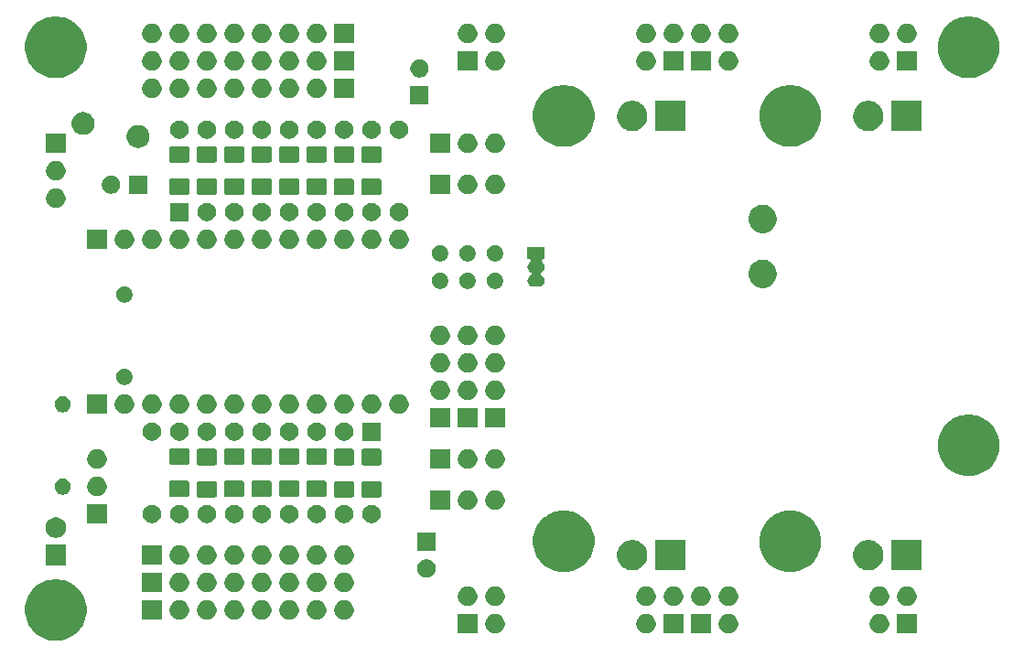
<source format=gbr>
G04 #@! TF.GenerationSoftware,KiCad,Pcbnew,(5.1.5)-3*
G04 #@! TF.CreationDate,2020-05-24T17:55:25+02:00*
G04 #@! TF.ProjectId,MultiSwitch_Sw16_ProMicro,4d756c74-6953-4776-9974-63685f537731,V1.0*
G04 #@! TF.SameCoordinates,Original*
G04 #@! TF.FileFunction,Soldermask,Bot*
G04 #@! TF.FilePolarity,Negative*
%FSLAX46Y46*%
G04 Gerber Fmt 4.6, Leading zero omitted, Abs format (unit mm)*
G04 Created by KiCad (PCBNEW (5.1.5)-3) date 2020-05-24 17:55:25*
%MOMM*%
%LPD*%
G04 APERTURE LIST*
%ADD10C,0.100000*%
G04 APERTURE END LIST*
D10*
G36*
X116093057Y-124197188D02*
G01*
X116401606Y-124258562D01*
X116920455Y-124473476D01*
X117387407Y-124785484D01*
X117784516Y-125182593D01*
X118096524Y-125649545D01*
X118297036Y-126133625D01*
X118311438Y-126168395D01*
X118421000Y-126719200D01*
X118421000Y-127280800D01*
X118391962Y-127426782D01*
X118311438Y-127831606D01*
X118096524Y-128350455D01*
X117784516Y-128817407D01*
X117387407Y-129214516D01*
X116920455Y-129526524D01*
X116401606Y-129741438D01*
X116126202Y-129796219D01*
X115850800Y-129851000D01*
X115289200Y-129851000D01*
X115013798Y-129796219D01*
X114738394Y-129741438D01*
X114219545Y-129526524D01*
X113752593Y-129214516D01*
X113355484Y-128817407D01*
X113043476Y-128350455D01*
X112828562Y-127831606D01*
X112748038Y-127426782D01*
X112719000Y-127280800D01*
X112719000Y-126719200D01*
X112828562Y-126168395D01*
X112842964Y-126133625D01*
X113043476Y-125649545D01*
X113355484Y-125182593D01*
X113752593Y-124785484D01*
X114219545Y-124473476D01*
X114738394Y-124258562D01*
X115046943Y-124197188D01*
X115289200Y-124149000D01*
X115850800Y-124149000D01*
X116093057Y-124197188D01*
G37*
G36*
X156323512Y-127373927D02*
G01*
X156472812Y-127403624D01*
X156636784Y-127471544D01*
X156784354Y-127570147D01*
X156909853Y-127695646D01*
X157008456Y-127843216D01*
X157076376Y-128007188D01*
X157111000Y-128181259D01*
X157111000Y-128358741D01*
X157076376Y-128532812D01*
X157008456Y-128696784D01*
X156909853Y-128844354D01*
X156784354Y-128969853D01*
X156636784Y-129068456D01*
X156472812Y-129136376D01*
X156323512Y-129166073D01*
X156298742Y-129171000D01*
X156121258Y-129171000D01*
X156096488Y-129166073D01*
X155947188Y-129136376D01*
X155783216Y-129068456D01*
X155635646Y-128969853D01*
X155510147Y-128844354D01*
X155411544Y-128696784D01*
X155343624Y-128532812D01*
X155309000Y-128358741D01*
X155309000Y-128181259D01*
X155343624Y-128007188D01*
X155411544Y-127843216D01*
X155510147Y-127695646D01*
X155635646Y-127570147D01*
X155783216Y-127471544D01*
X155947188Y-127403624D01*
X156096488Y-127373927D01*
X156121258Y-127369000D01*
X156298742Y-127369000D01*
X156323512Y-127373927D01*
G37*
G36*
X191883512Y-127373927D02*
G01*
X192032812Y-127403624D01*
X192196784Y-127471544D01*
X192344354Y-127570147D01*
X192469853Y-127695646D01*
X192568456Y-127843216D01*
X192636376Y-128007188D01*
X192671000Y-128181259D01*
X192671000Y-128358741D01*
X192636376Y-128532812D01*
X192568456Y-128696784D01*
X192469853Y-128844354D01*
X192344354Y-128969853D01*
X192196784Y-129068456D01*
X192032812Y-129136376D01*
X191883512Y-129166073D01*
X191858742Y-129171000D01*
X191681258Y-129171000D01*
X191656488Y-129166073D01*
X191507188Y-129136376D01*
X191343216Y-129068456D01*
X191195646Y-128969853D01*
X191070147Y-128844354D01*
X190971544Y-128696784D01*
X190903624Y-128532812D01*
X190869000Y-128358741D01*
X190869000Y-128181259D01*
X190903624Y-128007188D01*
X190971544Y-127843216D01*
X191070147Y-127695646D01*
X191195646Y-127570147D01*
X191343216Y-127471544D01*
X191507188Y-127403624D01*
X191656488Y-127373927D01*
X191681258Y-127369000D01*
X191858742Y-127369000D01*
X191883512Y-127373927D01*
G37*
G36*
X195211000Y-129171000D02*
G01*
X193409000Y-129171000D01*
X193409000Y-127369000D01*
X195211000Y-127369000D01*
X195211000Y-129171000D01*
G37*
G36*
X177913512Y-127373927D02*
G01*
X178062812Y-127403624D01*
X178226784Y-127471544D01*
X178374354Y-127570147D01*
X178499853Y-127695646D01*
X178598456Y-127843216D01*
X178666376Y-128007188D01*
X178701000Y-128181259D01*
X178701000Y-128358741D01*
X178666376Y-128532812D01*
X178598456Y-128696784D01*
X178499853Y-128844354D01*
X178374354Y-128969853D01*
X178226784Y-129068456D01*
X178062812Y-129136376D01*
X177913512Y-129166073D01*
X177888742Y-129171000D01*
X177711258Y-129171000D01*
X177686488Y-129166073D01*
X177537188Y-129136376D01*
X177373216Y-129068456D01*
X177225646Y-128969853D01*
X177100147Y-128844354D01*
X177001544Y-128696784D01*
X176933624Y-128532812D01*
X176899000Y-128358741D01*
X176899000Y-128181259D01*
X176933624Y-128007188D01*
X177001544Y-127843216D01*
X177100147Y-127695646D01*
X177225646Y-127570147D01*
X177373216Y-127471544D01*
X177537188Y-127403624D01*
X177686488Y-127373927D01*
X177711258Y-127369000D01*
X177888742Y-127369000D01*
X177913512Y-127373927D01*
G37*
G36*
X154571000Y-129171000D02*
G01*
X152769000Y-129171000D01*
X152769000Y-127369000D01*
X154571000Y-127369000D01*
X154571000Y-129171000D01*
G37*
G36*
X176161000Y-129171000D02*
G01*
X174359000Y-129171000D01*
X174359000Y-127369000D01*
X176161000Y-127369000D01*
X176161000Y-129171000D01*
G37*
G36*
X173621000Y-129171000D02*
G01*
X171819000Y-129171000D01*
X171819000Y-127369000D01*
X173621000Y-127369000D01*
X173621000Y-129171000D01*
G37*
G36*
X170293512Y-127373927D02*
G01*
X170442812Y-127403624D01*
X170606784Y-127471544D01*
X170754354Y-127570147D01*
X170879853Y-127695646D01*
X170978456Y-127843216D01*
X171046376Y-128007188D01*
X171081000Y-128181259D01*
X171081000Y-128358741D01*
X171046376Y-128532812D01*
X170978456Y-128696784D01*
X170879853Y-128844354D01*
X170754354Y-128969853D01*
X170606784Y-129068456D01*
X170442812Y-129136376D01*
X170293512Y-129166073D01*
X170268742Y-129171000D01*
X170091258Y-129171000D01*
X170066488Y-129166073D01*
X169917188Y-129136376D01*
X169753216Y-129068456D01*
X169605646Y-128969853D01*
X169480147Y-128844354D01*
X169381544Y-128696784D01*
X169313624Y-128532812D01*
X169279000Y-128358741D01*
X169279000Y-128181259D01*
X169313624Y-128007188D01*
X169381544Y-127843216D01*
X169480147Y-127695646D01*
X169605646Y-127570147D01*
X169753216Y-127471544D01*
X169917188Y-127403624D01*
X170066488Y-127373927D01*
X170091258Y-127369000D01*
X170268742Y-127369000D01*
X170293512Y-127373927D01*
G37*
G36*
X125361000Y-127901000D02*
G01*
X123559000Y-127901000D01*
X123559000Y-126099000D01*
X125361000Y-126099000D01*
X125361000Y-127901000D01*
G37*
G36*
X127113512Y-126103927D02*
G01*
X127262812Y-126133624D01*
X127426784Y-126201544D01*
X127574354Y-126300147D01*
X127699853Y-126425646D01*
X127798456Y-126573216D01*
X127866376Y-126737188D01*
X127901000Y-126911259D01*
X127901000Y-127088741D01*
X127866376Y-127262812D01*
X127798456Y-127426784D01*
X127699853Y-127574354D01*
X127574354Y-127699853D01*
X127426784Y-127798456D01*
X127262812Y-127866376D01*
X127113512Y-127896073D01*
X127088742Y-127901000D01*
X126911258Y-127901000D01*
X126886488Y-127896073D01*
X126737188Y-127866376D01*
X126573216Y-127798456D01*
X126425646Y-127699853D01*
X126300147Y-127574354D01*
X126201544Y-127426784D01*
X126133624Y-127262812D01*
X126099000Y-127088741D01*
X126099000Y-126911259D01*
X126133624Y-126737188D01*
X126201544Y-126573216D01*
X126300147Y-126425646D01*
X126425646Y-126300147D01*
X126573216Y-126201544D01*
X126737188Y-126133624D01*
X126886488Y-126103927D01*
X126911258Y-126099000D01*
X127088742Y-126099000D01*
X127113512Y-126103927D01*
G37*
G36*
X129653512Y-126103927D02*
G01*
X129802812Y-126133624D01*
X129966784Y-126201544D01*
X130114354Y-126300147D01*
X130239853Y-126425646D01*
X130338456Y-126573216D01*
X130406376Y-126737188D01*
X130441000Y-126911259D01*
X130441000Y-127088741D01*
X130406376Y-127262812D01*
X130338456Y-127426784D01*
X130239853Y-127574354D01*
X130114354Y-127699853D01*
X129966784Y-127798456D01*
X129802812Y-127866376D01*
X129653512Y-127896073D01*
X129628742Y-127901000D01*
X129451258Y-127901000D01*
X129426488Y-127896073D01*
X129277188Y-127866376D01*
X129113216Y-127798456D01*
X128965646Y-127699853D01*
X128840147Y-127574354D01*
X128741544Y-127426784D01*
X128673624Y-127262812D01*
X128639000Y-127088741D01*
X128639000Y-126911259D01*
X128673624Y-126737188D01*
X128741544Y-126573216D01*
X128840147Y-126425646D01*
X128965646Y-126300147D01*
X129113216Y-126201544D01*
X129277188Y-126133624D01*
X129426488Y-126103927D01*
X129451258Y-126099000D01*
X129628742Y-126099000D01*
X129653512Y-126103927D01*
G37*
G36*
X132193512Y-126103927D02*
G01*
X132342812Y-126133624D01*
X132506784Y-126201544D01*
X132654354Y-126300147D01*
X132779853Y-126425646D01*
X132878456Y-126573216D01*
X132946376Y-126737188D01*
X132981000Y-126911259D01*
X132981000Y-127088741D01*
X132946376Y-127262812D01*
X132878456Y-127426784D01*
X132779853Y-127574354D01*
X132654354Y-127699853D01*
X132506784Y-127798456D01*
X132342812Y-127866376D01*
X132193512Y-127896073D01*
X132168742Y-127901000D01*
X131991258Y-127901000D01*
X131966488Y-127896073D01*
X131817188Y-127866376D01*
X131653216Y-127798456D01*
X131505646Y-127699853D01*
X131380147Y-127574354D01*
X131281544Y-127426784D01*
X131213624Y-127262812D01*
X131179000Y-127088741D01*
X131179000Y-126911259D01*
X131213624Y-126737188D01*
X131281544Y-126573216D01*
X131380147Y-126425646D01*
X131505646Y-126300147D01*
X131653216Y-126201544D01*
X131817188Y-126133624D01*
X131966488Y-126103927D01*
X131991258Y-126099000D01*
X132168742Y-126099000D01*
X132193512Y-126103927D01*
G37*
G36*
X137273512Y-126103927D02*
G01*
X137422812Y-126133624D01*
X137586784Y-126201544D01*
X137734354Y-126300147D01*
X137859853Y-126425646D01*
X137958456Y-126573216D01*
X138026376Y-126737188D01*
X138061000Y-126911259D01*
X138061000Y-127088741D01*
X138026376Y-127262812D01*
X137958456Y-127426784D01*
X137859853Y-127574354D01*
X137734354Y-127699853D01*
X137586784Y-127798456D01*
X137422812Y-127866376D01*
X137273512Y-127896073D01*
X137248742Y-127901000D01*
X137071258Y-127901000D01*
X137046488Y-127896073D01*
X136897188Y-127866376D01*
X136733216Y-127798456D01*
X136585646Y-127699853D01*
X136460147Y-127574354D01*
X136361544Y-127426784D01*
X136293624Y-127262812D01*
X136259000Y-127088741D01*
X136259000Y-126911259D01*
X136293624Y-126737188D01*
X136361544Y-126573216D01*
X136460147Y-126425646D01*
X136585646Y-126300147D01*
X136733216Y-126201544D01*
X136897188Y-126133624D01*
X137046488Y-126103927D01*
X137071258Y-126099000D01*
X137248742Y-126099000D01*
X137273512Y-126103927D01*
G37*
G36*
X139813512Y-126103927D02*
G01*
X139962812Y-126133624D01*
X140126784Y-126201544D01*
X140274354Y-126300147D01*
X140399853Y-126425646D01*
X140498456Y-126573216D01*
X140566376Y-126737188D01*
X140601000Y-126911259D01*
X140601000Y-127088741D01*
X140566376Y-127262812D01*
X140498456Y-127426784D01*
X140399853Y-127574354D01*
X140274354Y-127699853D01*
X140126784Y-127798456D01*
X139962812Y-127866376D01*
X139813512Y-127896073D01*
X139788742Y-127901000D01*
X139611258Y-127901000D01*
X139586488Y-127896073D01*
X139437188Y-127866376D01*
X139273216Y-127798456D01*
X139125646Y-127699853D01*
X139000147Y-127574354D01*
X138901544Y-127426784D01*
X138833624Y-127262812D01*
X138799000Y-127088741D01*
X138799000Y-126911259D01*
X138833624Y-126737188D01*
X138901544Y-126573216D01*
X139000147Y-126425646D01*
X139125646Y-126300147D01*
X139273216Y-126201544D01*
X139437188Y-126133624D01*
X139586488Y-126103927D01*
X139611258Y-126099000D01*
X139788742Y-126099000D01*
X139813512Y-126103927D01*
G37*
G36*
X142353512Y-126103927D02*
G01*
X142502812Y-126133624D01*
X142666784Y-126201544D01*
X142814354Y-126300147D01*
X142939853Y-126425646D01*
X143038456Y-126573216D01*
X143106376Y-126737188D01*
X143141000Y-126911259D01*
X143141000Y-127088741D01*
X143106376Y-127262812D01*
X143038456Y-127426784D01*
X142939853Y-127574354D01*
X142814354Y-127699853D01*
X142666784Y-127798456D01*
X142502812Y-127866376D01*
X142353512Y-127896073D01*
X142328742Y-127901000D01*
X142151258Y-127901000D01*
X142126488Y-127896073D01*
X141977188Y-127866376D01*
X141813216Y-127798456D01*
X141665646Y-127699853D01*
X141540147Y-127574354D01*
X141441544Y-127426784D01*
X141373624Y-127262812D01*
X141339000Y-127088741D01*
X141339000Y-126911259D01*
X141373624Y-126737188D01*
X141441544Y-126573216D01*
X141540147Y-126425646D01*
X141665646Y-126300147D01*
X141813216Y-126201544D01*
X141977188Y-126133624D01*
X142126488Y-126103927D01*
X142151258Y-126099000D01*
X142328742Y-126099000D01*
X142353512Y-126103927D01*
G37*
G36*
X134733512Y-126103927D02*
G01*
X134882812Y-126133624D01*
X135046784Y-126201544D01*
X135194354Y-126300147D01*
X135319853Y-126425646D01*
X135418456Y-126573216D01*
X135486376Y-126737188D01*
X135521000Y-126911259D01*
X135521000Y-127088741D01*
X135486376Y-127262812D01*
X135418456Y-127426784D01*
X135319853Y-127574354D01*
X135194354Y-127699853D01*
X135046784Y-127798456D01*
X134882812Y-127866376D01*
X134733512Y-127896073D01*
X134708742Y-127901000D01*
X134531258Y-127901000D01*
X134506488Y-127896073D01*
X134357188Y-127866376D01*
X134193216Y-127798456D01*
X134045646Y-127699853D01*
X133920147Y-127574354D01*
X133821544Y-127426784D01*
X133753624Y-127262812D01*
X133719000Y-127088741D01*
X133719000Y-126911259D01*
X133753624Y-126737188D01*
X133821544Y-126573216D01*
X133920147Y-126425646D01*
X134045646Y-126300147D01*
X134193216Y-126201544D01*
X134357188Y-126133624D01*
X134506488Y-126103927D01*
X134531258Y-126099000D01*
X134708742Y-126099000D01*
X134733512Y-126103927D01*
G37*
G36*
X153783512Y-124833927D02*
G01*
X153932812Y-124863624D01*
X154096784Y-124931544D01*
X154244354Y-125030147D01*
X154369853Y-125155646D01*
X154468456Y-125303216D01*
X154536376Y-125467188D01*
X154571000Y-125641259D01*
X154571000Y-125818741D01*
X154536376Y-125992812D01*
X154468456Y-126156784D01*
X154369853Y-126304354D01*
X154244354Y-126429853D01*
X154096784Y-126528456D01*
X153932812Y-126596376D01*
X153783512Y-126626073D01*
X153758742Y-126631000D01*
X153581258Y-126631000D01*
X153556488Y-126626073D01*
X153407188Y-126596376D01*
X153243216Y-126528456D01*
X153095646Y-126429853D01*
X152970147Y-126304354D01*
X152871544Y-126156784D01*
X152803624Y-125992812D01*
X152769000Y-125818741D01*
X152769000Y-125641259D01*
X152803624Y-125467188D01*
X152871544Y-125303216D01*
X152970147Y-125155646D01*
X153095646Y-125030147D01*
X153243216Y-124931544D01*
X153407188Y-124863624D01*
X153556488Y-124833927D01*
X153581258Y-124829000D01*
X153758742Y-124829000D01*
X153783512Y-124833927D01*
G37*
G36*
X156323512Y-124833927D02*
G01*
X156472812Y-124863624D01*
X156636784Y-124931544D01*
X156784354Y-125030147D01*
X156909853Y-125155646D01*
X157008456Y-125303216D01*
X157076376Y-125467188D01*
X157111000Y-125641259D01*
X157111000Y-125818741D01*
X157076376Y-125992812D01*
X157008456Y-126156784D01*
X156909853Y-126304354D01*
X156784354Y-126429853D01*
X156636784Y-126528456D01*
X156472812Y-126596376D01*
X156323512Y-126626073D01*
X156298742Y-126631000D01*
X156121258Y-126631000D01*
X156096488Y-126626073D01*
X155947188Y-126596376D01*
X155783216Y-126528456D01*
X155635646Y-126429853D01*
X155510147Y-126304354D01*
X155411544Y-126156784D01*
X155343624Y-125992812D01*
X155309000Y-125818741D01*
X155309000Y-125641259D01*
X155343624Y-125467188D01*
X155411544Y-125303216D01*
X155510147Y-125155646D01*
X155635646Y-125030147D01*
X155783216Y-124931544D01*
X155947188Y-124863624D01*
X156096488Y-124833927D01*
X156121258Y-124829000D01*
X156298742Y-124829000D01*
X156323512Y-124833927D01*
G37*
G36*
X194423512Y-124833927D02*
G01*
X194572812Y-124863624D01*
X194736784Y-124931544D01*
X194884354Y-125030147D01*
X195009853Y-125155646D01*
X195108456Y-125303216D01*
X195176376Y-125467188D01*
X195211000Y-125641259D01*
X195211000Y-125818741D01*
X195176376Y-125992812D01*
X195108456Y-126156784D01*
X195009853Y-126304354D01*
X194884354Y-126429853D01*
X194736784Y-126528456D01*
X194572812Y-126596376D01*
X194423512Y-126626073D01*
X194398742Y-126631000D01*
X194221258Y-126631000D01*
X194196488Y-126626073D01*
X194047188Y-126596376D01*
X193883216Y-126528456D01*
X193735646Y-126429853D01*
X193610147Y-126304354D01*
X193511544Y-126156784D01*
X193443624Y-125992812D01*
X193409000Y-125818741D01*
X193409000Y-125641259D01*
X193443624Y-125467188D01*
X193511544Y-125303216D01*
X193610147Y-125155646D01*
X193735646Y-125030147D01*
X193883216Y-124931544D01*
X194047188Y-124863624D01*
X194196488Y-124833927D01*
X194221258Y-124829000D01*
X194398742Y-124829000D01*
X194423512Y-124833927D01*
G37*
G36*
X177913512Y-124833927D02*
G01*
X178062812Y-124863624D01*
X178226784Y-124931544D01*
X178374354Y-125030147D01*
X178499853Y-125155646D01*
X178598456Y-125303216D01*
X178666376Y-125467188D01*
X178701000Y-125641259D01*
X178701000Y-125818741D01*
X178666376Y-125992812D01*
X178598456Y-126156784D01*
X178499853Y-126304354D01*
X178374354Y-126429853D01*
X178226784Y-126528456D01*
X178062812Y-126596376D01*
X177913512Y-126626073D01*
X177888742Y-126631000D01*
X177711258Y-126631000D01*
X177686488Y-126626073D01*
X177537188Y-126596376D01*
X177373216Y-126528456D01*
X177225646Y-126429853D01*
X177100147Y-126304354D01*
X177001544Y-126156784D01*
X176933624Y-125992812D01*
X176899000Y-125818741D01*
X176899000Y-125641259D01*
X176933624Y-125467188D01*
X177001544Y-125303216D01*
X177100147Y-125155646D01*
X177225646Y-125030147D01*
X177373216Y-124931544D01*
X177537188Y-124863624D01*
X177686488Y-124833927D01*
X177711258Y-124829000D01*
X177888742Y-124829000D01*
X177913512Y-124833927D01*
G37*
G36*
X175373512Y-124833927D02*
G01*
X175522812Y-124863624D01*
X175686784Y-124931544D01*
X175834354Y-125030147D01*
X175959853Y-125155646D01*
X176058456Y-125303216D01*
X176126376Y-125467188D01*
X176161000Y-125641259D01*
X176161000Y-125818741D01*
X176126376Y-125992812D01*
X176058456Y-126156784D01*
X175959853Y-126304354D01*
X175834354Y-126429853D01*
X175686784Y-126528456D01*
X175522812Y-126596376D01*
X175373512Y-126626073D01*
X175348742Y-126631000D01*
X175171258Y-126631000D01*
X175146488Y-126626073D01*
X174997188Y-126596376D01*
X174833216Y-126528456D01*
X174685646Y-126429853D01*
X174560147Y-126304354D01*
X174461544Y-126156784D01*
X174393624Y-125992812D01*
X174359000Y-125818741D01*
X174359000Y-125641259D01*
X174393624Y-125467188D01*
X174461544Y-125303216D01*
X174560147Y-125155646D01*
X174685646Y-125030147D01*
X174833216Y-124931544D01*
X174997188Y-124863624D01*
X175146488Y-124833927D01*
X175171258Y-124829000D01*
X175348742Y-124829000D01*
X175373512Y-124833927D01*
G37*
G36*
X191883512Y-124833927D02*
G01*
X192032812Y-124863624D01*
X192196784Y-124931544D01*
X192344354Y-125030147D01*
X192469853Y-125155646D01*
X192568456Y-125303216D01*
X192636376Y-125467188D01*
X192671000Y-125641259D01*
X192671000Y-125818741D01*
X192636376Y-125992812D01*
X192568456Y-126156784D01*
X192469853Y-126304354D01*
X192344354Y-126429853D01*
X192196784Y-126528456D01*
X192032812Y-126596376D01*
X191883512Y-126626073D01*
X191858742Y-126631000D01*
X191681258Y-126631000D01*
X191656488Y-126626073D01*
X191507188Y-126596376D01*
X191343216Y-126528456D01*
X191195646Y-126429853D01*
X191070147Y-126304354D01*
X190971544Y-126156784D01*
X190903624Y-125992812D01*
X190869000Y-125818741D01*
X190869000Y-125641259D01*
X190903624Y-125467188D01*
X190971544Y-125303216D01*
X191070147Y-125155646D01*
X191195646Y-125030147D01*
X191343216Y-124931544D01*
X191507188Y-124863624D01*
X191656488Y-124833927D01*
X191681258Y-124829000D01*
X191858742Y-124829000D01*
X191883512Y-124833927D01*
G37*
G36*
X170293512Y-124833927D02*
G01*
X170442812Y-124863624D01*
X170606784Y-124931544D01*
X170754354Y-125030147D01*
X170879853Y-125155646D01*
X170978456Y-125303216D01*
X171046376Y-125467188D01*
X171081000Y-125641259D01*
X171081000Y-125818741D01*
X171046376Y-125992812D01*
X170978456Y-126156784D01*
X170879853Y-126304354D01*
X170754354Y-126429853D01*
X170606784Y-126528456D01*
X170442812Y-126596376D01*
X170293512Y-126626073D01*
X170268742Y-126631000D01*
X170091258Y-126631000D01*
X170066488Y-126626073D01*
X169917188Y-126596376D01*
X169753216Y-126528456D01*
X169605646Y-126429853D01*
X169480147Y-126304354D01*
X169381544Y-126156784D01*
X169313624Y-125992812D01*
X169279000Y-125818741D01*
X169279000Y-125641259D01*
X169313624Y-125467188D01*
X169381544Y-125303216D01*
X169480147Y-125155646D01*
X169605646Y-125030147D01*
X169753216Y-124931544D01*
X169917188Y-124863624D01*
X170066488Y-124833927D01*
X170091258Y-124829000D01*
X170268742Y-124829000D01*
X170293512Y-124833927D01*
G37*
G36*
X172833512Y-124833927D02*
G01*
X172982812Y-124863624D01*
X173146784Y-124931544D01*
X173294354Y-125030147D01*
X173419853Y-125155646D01*
X173518456Y-125303216D01*
X173586376Y-125467188D01*
X173621000Y-125641259D01*
X173621000Y-125818741D01*
X173586376Y-125992812D01*
X173518456Y-126156784D01*
X173419853Y-126304354D01*
X173294354Y-126429853D01*
X173146784Y-126528456D01*
X172982812Y-126596376D01*
X172833512Y-126626073D01*
X172808742Y-126631000D01*
X172631258Y-126631000D01*
X172606488Y-126626073D01*
X172457188Y-126596376D01*
X172293216Y-126528456D01*
X172145646Y-126429853D01*
X172020147Y-126304354D01*
X171921544Y-126156784D01*
X171853624Y-125992812D01*
X171819000Y-125818741D01*
X171819000Y-125641259D01*
X171853624Y-125467188D01*
X171921544Y-125303216D01*
X172020147Y-125155646D01*
X172145646Y-125030147D01*
X172293216Y-124931544D01*
X172457188Y-124863624D01*
X172606488Y-124833927D01*
X172631258Y-124829000D01*
X172808742Y-124829000D01*
X172833512Y-124833927D01*
G37*
G36*
X125361000Y-125361000D02*
G01*
X123559000Y-125361000D01*
X123559000Y-123559000D01*
X125361000Y-123559000D01*
X125361000Y-125361000D01*
G37*
G36*
X142353512Y-123563927D02*
G01*
X142502812Y-123593624D01*
X142666784Y-123661544D01*
X142814354Y-123760147D01*
X142939853Y-123885646D01*
X143038456Y-124033216D01*
X143106376Y-124197188D01*
X143141000Y-124371259D01*
X143141000Y-124548741D01*
X143106376Y-124722812D01*
X143038456Y-124886784D01*
X142939853Y-125034354D01*
X142814354Y-125159853D01*
X142666784Y-125258456D01*
X142502812Y-125326376D01*
X142353512Y-125356073D01*
X142328742Y-125361000D01*
X142151258Y-125361000D01*
X142126488Y-125356073D01*
X141977188Y-125326376D01*
X141813216Y-125258456D01*
X141665646Y-125159853D01*
X141540147Y-125034354D01*
X141441544Y-124886784D01*
X141373624Y-124722812D01*
X141339000Y-124548741D01*
X141339000Y-124371259D01*
X141373624Y-124197188D01*
X141441544Y-124033216D01*
X141540147Y-123885646D01*
X141665646Y-123760147D01*
X141813216Y-123661544D01*
X141977188Y-123593624D01*
X142126488Y-123563927D01*
X142151258Y-123559000D01*
X142328742Y-123559000D01*
X142353512Y-123563927D01*
G37*
G36*
X137273512Y-123563927D02*
G01*
X137422812Y-123593624D01*
X137586784Y-123661544D01*
X137734354Y-123760147D01*
X137859853Y-123885646D01*
X137958456Y-124033216D01*
X138026376Y-124197188D01*
X138061000Y-124371259D01*
X138061000Y-124548741D01*
X138026376Y-124722812D01*
X137958456Y-124886784D01*
X137859853Y-125034354D01*
X137734354Y-125159853D01*
X137586784Y-125258456D01*
X137422812Y-125326376D01*
X137273512Y-125356073D01*
X137248742Y-125361000D01*
X137071258Y-125361000D01*
X137046488Y-125356073D01*
X136897188Y-125326376D01*
X136733216Y-125258456D01*
X136585646Y-125159853D01*
X136460147Y-125034354D01*
X136361544Y-124886784D01*
X136293624Y-124722812D01*
X136259000Y-124548741D01*
X136259000Y-124371259D01*
X136293624Y-124197188D01*
X136361544Y-124033216D01*
X136460147Y-123885646D01*
X136585646Y-123760147D01*
X136733216Y-123661544D01*
X136897188Y-123593624D01*
X137046488Y-123563927D01*
X137071258Y-123559000D01*
X137248742Y-123559000D01*
X137273512Y-123563927D01*
G37*
G36*
X127113512Y-123563927D02*
G01*
X127262812Y-123593624D01*
X127426784Y-123661544D01*
X127574354Y-123760147D01*
X127699853Y-123885646D01*
X127798456Y-124033216D01*
X127866376Y-124197188D01*
X127901000Y-124371259D01*
X127901000Y-124548741D01*
X127866376Y-124722812D01*
X127798456Y-124886784D01*
X127699853Y-125034354D01*
X127574354Y-125159853D01*
X127426784Y-125258456D01*
X127262812Y-125326376D01*
X127113512Y-125356073D01*
X127088742Y-125361000D01*
X126911258Y-125361000D01*
X126886488Y-125356073D01*
X126737188Y-125326376D01*
X126573216Y-125258456D01*
X126425646Y-125159853D01*
X126300147Y-125034354D01*
X126201544Y-124886784D01*
X126133624Y-124722812D01*
X126099000Y-124548741D01*
X126099000Y-124371259D01*
X126133624Y-124197188D01*
X126201544Y-124033216D01*
X126300147Y-123885646D01*
X126425646Y-123760147D01*
X126573216Y-123661544D01*
X126737188Y-123593624D01*
X126886488Y-123563927D01*
X126911258Y-123559000D01*
X127088742Y-123559000D01*
X127113512Y-123563927D01*
G37*
G36*
X129653512Y-123563927D02*
G01*
X129802812Y-123593624D01*
X129966784Y-123661544D01*
X130114354Y-123760147D01*
X130239853Y-123885646D01*
X130338456Y-124033216D01*
X130406376Y-124197188D01*
X130441000Y-124371259D01*
X130441000Y-124548741D01*
X130406376Y-124722812D01*
X130338456Y-124886784D01*
X130239853Y-125034354D01*
X130114354Y-125159853D01*
X129966784Y-125258456D01*
X129802812Y-125326376D01*
X129653512Y-125356073D01*
X129628742Y-125361000D01*
X129451258Y-125361000D01*
X129426488Y-125356073D01*
X129277188Y-125326376D01*
X129113216Y-125258456D01*
X128965646Y-125159853D01*
X128840147Y-125034354D01*
X128741544Y-124886784D01*
X128673624Y-124722812D01*
X128639000Y-124548741D01*
X128639000Y-124371259D01*
X128673624Y-124197188D01*
X128741544Y-124033216D01*
X128840147Y-123885646D01*
X128965646Y-123760147D01*
X129113216Y-123661544D01*
X129277188Y-123593624D01*
X129426488Y-123563927D01*
X129451258Y-123559000D01*
X129628742Y-123559000D01*
X129653512Y-123563927D01*
G37*
G36*
X132193512Y-123563927D02*
G01*
X132342812Y-123593624D01*
X132506784Y-123661544D01*
X132654354Y-123760147D01*
X132779853Y-123885646D01*
X132878456Y-124033216D01*
X132946376Y-124197188D01*
X132981000Y-124371259D01*
X132981000Y-124548741D01*
X132946376Y-124722812D01*
X132878456Y-124886784D01*
X132779853Y-125034354D01*
X132654354Y-125159853D01*
X132506784Y-125258456D01*
X132342812Y-125326376D01*
X132193512Y-125356073D01*
X132168742Y-125361000D01*
X131991258Y-125361000D01*
X131966488Y-125356073D01*
X131817188Y-125326376D01*
X131653216Y-125258456D01*
X131505646Y-125159853D01*
X131380147Y-125034354D01*
X131281544Y-124886784D01*
X131213624Y-124722812D01*
X131179000Y-124548741D01*
X131179000Y-124371259D01*
X131213624Y-124197188D01*
X131281544Y-124033216D01*
X131380147Y-123885646D01*
X131505646Y-123760147D01*
X131653216Y-123661544D01*
X131817188Y-123593624D01*
X131966488Y-123563927D01*
X131991258Y-123559000D01*
X132168742Y-123559000D01*
X132193512Y-123563927D01*
G37*
G36*
X134733512Y-123563927D02*
G01*
X134882812Y-123593624D01*
X135046784Y-123661544D01*
X135194354Y-123760147D01*
X135319853Y-123885646D01*
X135418456Y-124033216D01*
X135486376Y-124197188D01*
X135521000Y-124371259D01*
X135521000Y-124548741D01*
X135486376Y-124722812D01*
X135418456Y-124886784D01*
X135319853Y-125034354D01*
X135194354Y-125159853D01*
X135046784Y-125258456D01*
X134882812Y-125326376D01*
X134733512Y-125356073D01*
X134708742Y-125361000D01*
X134531258Y-125361000D01*
X134506488Y-125356073D01*
X134357188Y-125326376D01*
X134193216Y-125258456D01*
X134045646Y-125159853D01*
X133920147Y-125034354D01*
X133821544Y-124886784D01*
X133753624Y-124722812D01*
X133719000Y-124548741D01*
X133719000Y-124371259D01*
X133753624Y-124197188D01*
X133821544Y-124033216D01*
X133920147Y-123885646D01*
X134045646Y-123760147D01*
X134193216Y-123661544D01*
X134357188Y-123593624D01*
X134506488Y-123563927D01*
X134531258Y-123559000D01*
X134708742Y-123559000D01*
X134733512Y-123563927D01*
G37*
G36*
X139813512Y-123563927D02*
G01*
X139962812Y-123593624D01*
X140126784Y-123661544D01*
X140274354Y-123760147D01*
X140399853Y-123885646D01*
X140498456Y-124033216D01*
X140566376Y-124197188D01*
X140601000Y-124371259D01*
X140601000Y-124548741D01*
X140566376Y-124722812D01*
X140498456Y-124886784D01*
X140399853Y-125034354D01*
X140274354Y-125159853D01*
X140126784Y-125258456D01*
X139962812Y-125326376D01*
X139813512Y-125356073D01*
X139788742Y-125361000D01*
X139611258Y-125361000D01*
X139586488Y-125356073D01*
X139437188Y-125326376D01*
X139273216Y-125258456D01*
X139125646Y-125159853D01*
X139000147Y-125034354D01*
X138901544Y-124886784D01*
X138833624Y-124722812D01*
X138799000Y-124548741D01*
X138799000Y-124371259D01*
X138833624Y-124197188D01*
X138901544Y-124033216D01*
X139000147Y-123885646D01*
X139125646Y-123760147D01*
X139273216Y-123661544D01*
X139437188Y-123593624D01*
X139586488Y-123563927D01*
X139611258Y-123559000D01*
X139788742Y-123559000D01*
X139813512Y-123563927D01*
G37*
G36*
X150108228Y-122331703D02*
G01*
X150263100Y-122395853D01*
X150402481Y-122488985D01*
X150521015Y-122607519D01*
X150614147Y-122746900D01*
X150678297Y-122901772D01*
X150711000Y-123066184D01*
X150711000Y-123233816D01*
X150678297Y-123398228D01*
X150614147Y-123553100D01*
X150521015Y-123692481D01*
X150402481Y-123811015D01*
X150263100Y-123904147D01*
X150108228Y-123968297D01*
X149943816Y-124001000D01*
X149776184Y-124001000D01*
X149611772Y-123968297D01*
X149456900Y-123904147D01*
X149317519Y-123811015D01*
X149198985Y-123692481D01*
X149105853Y-123553100D01*
X149041703Y-123398228D01*
X149009000Y-123233816D01*
X149009000Y-123066184D01*
X149041703Y-122901772D01*
X149105853Y-122746900D01*
X149198985Y-122607519D01*
X149317519Y-122488985D01*
X149456900Y-122395853D01*
X149611772Y-122331703D01*
X149776184Y-122299000D01*
X149943816Y-122299000D01*
X150108228Y-122331703D01*
G37*
G36*
X163391606Y-117908562D02*
G01*
X163910455Y-118123476D01*
X164261785Y-118358228D01*
X164377406Y-118435483D01*
X164774517Y-118832594D01*
X164836579Y-118925476D01*
X165086524Y-119299545D01*
X165301438Y-119818394D01*
X165334822Y-119986227D01*
X165411000Y-120369200D01*
X165411000Y-120930800D01*
X165373059Y-121121544D01*
X165301438Y-121481606D01*
X165086524Y-122000455D01*
X164774516Y-122467407D01*
X164377407Y-122864516D01*
X163910455Y-123176524D01*
X163391606Y-123391438D01*
X162840800Y-123501000D01*
X162279200Y-123501000D01*
X161728394Y-123391438D01*
X161209545Y-123176524D01*
X160742593Y-122864516D01*
X160345484Y-122467407D01*
X160033476Y-122000455D01*
X159818562Y-121481606D01*
X159746941Y-121121544D01*
X159709000Y-120930800D01*
X159709000Y-120369200D01*
X159785178Y-119986227D01*
X159818562Y-119818394D01*
X160033476Y-119299545D01*
X160283421Y-118925476D01*
X160345483Y-118832594D01*
X160742594Y-118435483D01*
X160858215Y-118358228D01*
X161209545Y-118123476D01*
X161728394Y-117908562D01*
X162279200Y-117799000D01*
X162840800Y-117799000D01*
X163391606Y-117908562D01*
G37*
G36*
X184346606Y-117908562D02*
G01*
X184865455Y-118123476D01*
X185216785Y-118358228D01*
X185332406Y-118435483D01*
X185729517Y-118832594D01*
X185791579Y-118925476D01*
X186041524Y-119299545D01*
X186256438Y-119818394D01*
X186289822Y-119986227D01*
X186366000Y-120369200D01*
X186366000Y-120930800D01*
X186328059Y-121121544D01*
X186256438Y-121481606D01*
X186041524Y-122000455D01*
X185729516Y-122467407D01*
X185332407Y-122864516D01*
X184865455Y-123176524D01*
X184346606Y-123391438D01*
X183795800Y-123501000D01*
X183234200Y-123501000D01*
X182683394Y-123391438D01*
X182164545Y-123176524D01*
X181697593Y-122864516D01*
X181300484Y-122467407D01*
X180988476Y-122000455D01*
X180773562Y-121481606D01*
X180701941Y-121121544D01*
X180664000Y-120930800D01*
X180664000Y-120369200D01*
X180740178Y-119986227D01*
X180773562Y-119818394D01*
X180988476Y-119299545D01*
X181238421Y-118925476D01*
X181300483Y-118832594D01*
X181697594Y-118435483D01*
X181813215Y-118358228D01*
X182164545Y-118123476D01*
X182683394Y-117908562D01*
X183234200Y-117799000D01*
X183795800Y-117799000D01*
X184346606Y-117908562D01*
G37*
G36*
X195711000Y-123321000D02*
G01*
X192909000Y-123321000D01*
X192909000Y-120519000D01*
X195711000Y-120519000D01*
X195711000Y-123321000D01*
G37*
G36*
X191072433Y-120554893D02*
G01*
X191162657Y-120572839D01*
X191268267Y-120616585D01*
X191417621Y-120678449D01*
X191417622Y-120678450D01*
X191647086Y-120831772D01*
X191842228Y-121026914D01*
X191905457Y-121121544D01*
X191995551Y-121256379D01*
X192032527Y-121345647D01*
X192101161Y-121511343D01*
X192155000Y-121782014D01*
X192155000Y-122057986D01*
X192101161Y-122328657D01*
X192073327Y-122395853D01*
X191995551Y-122583621D01*
X191944675Y-122659763D01*
X191842228Y-122813086D01*
X191647086Y-123008228D01*
X191493763Y-123110675D01*
X191417621Y-123161551D01*
X191268267Y-123223415D01*
X191162657Y-123267161D01*
X191072433Y-123285107D01*
X190891988Y-123321000D01*
X190616012Y-123321000D01*
X190435567Y-123285107D01*
X190345343Y-123267161D01*
X190239733Y-123223415D01*
X190090379Y-123161551D01*
X190014237Y-123110675D01*
X189860914Y-123008228D01*
X189665772Y-122813086D01*
X189563325Y-122659763D01*
X189512449Y-122583621D01*
X189434673Y-122395853D01*
X189406839Y-122328657D01*
X189353000Y-122057986D01*
X189353000Y-121782014D01*
X189406839Y-121511343D01*
X189475473Y-121345647D01*
X189512449Y-121256379D01*
X189602543Y-121121544D01*
X189665772Y-121026914D01*
X189860914Y-120831772D01*
X190090378Y-120678450D01*
X190090379Y-120678449D01*
X190239733Y-120616585D01*
X190345343Y-120572839D01*
X190435567Y-120554893D01*
X190616012Y-120519000D01*
X190891988Y-120519000D01*
X191072433Y-120554893D01*
G37*
G36*
X173867000Y-123321000D02*
G01*
X171065000Y-123321000D01*
X171065000Y-120519000D01*
X173867000Y-120519000D01*
X173867000Y-123321000D01*
G37*
G36*
X169228433Y-120554893D02*
G01*
X169318657Y-120572839D01*
X169424267Y-120616585D01*
X169573621Y-120678449D01*
X169573622Y-120678450D01*
X169803086Y-120831772D01*
X169998228Y-121026914D01*
X170061457Y-121121544D01*
X170151551Y-121256379D01*
X170188527Y-121345647D01*
X170257161Y-121511343D01*
X170311000Y-121782014D01*
X170311000Y-122057986D01*
X170257161Y-122328657D01*
X170229327Y-122395853D01*
X170151551Y-122583621D01*
X170100675Y-122659763D01*
X169998228Y-122813086D01*
X169803086Y-123008228D01*
X169649763Y-123110675D01*
X169573621Y-123161551D01*
X169424267Y-123223415D01*
X169318657Y-123267161D01*
X169228433Y-123285107D01*
X169047988Y-123321000D01*
X168772012Y-123321000D01*
X168591567Y-123285107D01*
X168501343Y-123267161D01*
X168395733Y-123223415D01*
X168246379Y-123161551D01*
X168170237Y-123110675D01*
X168016914Y-123008228D01*
X167821772Y-122813086D01*
X167719325Y-122659763D01*
X167668449Y-122583621D01*
X167590673Y-122395853D01*
X167562839Y-122328657D01*
X167509000Y-122057986D01*
X167509000Y-121782014D01*
X167562839Y-121511343D01*
X167631473Y-121345647D01*
X167668449Y-121256379D01*
X167758543Y-121121544D01*
X167821772Y-121026914D01*
X168016914Y-120831772D01*
X168246378Y-120678450D01*
X168246379Y-120678449D01*
X168395733Y-120616585D01*
X168501343Y-120572839D01*
X168591567Y-120554893D01*
X168772012Y-120519000D01*
X169047988Y-120519000D01*
X169228433Y-120554893D01*
G37*
G36*
X116521000Y-122871000D02*
G01*
X114619000Y-122871000D01*
X114619000Y-120969000D01*
X116521000Y-120969000D01*
X116521000Y-122871000D01*
G37*
G36*
X142353512Y-121023927D02*
G01*
X142502812Y-121053624D01*
X142666784Y-121121544D01*
X142814354Y-121220147D01*
X142939853Y-121345646D01*
X143038456Y-121493216D01*
X143106376Y-121657188D01*
X143141000Y-121831259D01*
X143141000Y-122008741D01*
X143106376Y-122182812D01*
X143038456Y-122346784D01*
X142939853Y-122494354D01*
X142814354Y-122619853D01*
X142666784Y-122718456D01*
X142502812Y-122786376D01*
X142368533Y-122813085D01*
X142328742Y-122821000D01*
X142151258Y-122821000D01*
X142111467Y-122813085D01*
X141977188Y-122786376D01*
X141813216Y-122718456D01*
X141665646Y-122619853D01*
X141540147Y-122494354D01*
X141441544Y-122346784D01*
X141373624Y-122182812D01*
X141339000Y-122008741D01*
X141339000Y-121831259D01*
X141373624Y-121657188D01*
X141441544Y-121493216D01*
X141540147Y-121345646D01*
X141665646Y-121220147D01*
X141813216Y-121121544D01*
X141977188Y-121053624D01*
X142126488Y-121023927D01*
X142151258Y-121019000D01*
X142328742Y-121019000D01*
X142353512Y-121023927D01*
G37*
G36*
X125361000Y-122821000D02*
G01*
X123559000Y-122821000D01*
X123559000Y-121019000D01*
X125361000Y-121019000D01*
X125361000Y-122821000D01*
G37*
G36*
X129653512Y-121023927D02*
G01*
X129802812Y-121053624D01*
X129966784Y-121121544D01*
X130114354Y-121220147D01*
X130239853Y-121345646D01*
X130338456Y-121493216D01*
X130406376Y-121657188D01*
X130441000Y-121831259D01*
X130441000Y-122008741D01*
X130406376Y-122182812D01*
X130338456Y-122346784D01*
X130239853Y-122494354D01*
X130114354Y-122619853D01*
X129966784Y-122718456D01*
X129802812Y-122786376D01*
X129668533Y-122813085D01*
X129628742Y-122821000D01*
X129451258Y-122821000D01*
X129411467Y-122813085D01*
X129277188Y-122786376D01*
X129113216Y-122718456D01*
X128965646Y-122619853D01*
X128840147Y-122494354D01*
X128741544Y-122346784D01*
X128673624Y-122182812D01*
X128639000Y-122008741D01*
X128639000Y-121831259D01*
X128673624Y-121657188D01*
X128741544Y-121493216D01*
X128840147Y-121345646D01*
X128965646Y-121220147D01*
X129113216Y-121121544D01*
X129277188Y-121053624D01*
X129426488Y-121023927D01*
X129451258Y-121019000D01*
X129628742Y-121019000D01*
X129653512Y-121023927D01*
G37*
G36*
X132193512Y-121023927D02*
G01*
X132342812Y-121053624D01*
X132506784Y-121121544D01*
X132654354Y-121220147D01*
X132779853Y-121345646D01*
X132878456Y-121493216D01*
X132946376Y-121657188D01*
X132981000Y-121831259D01*
X132981000Y-122008741D01*
X132946376Y-122182812D01*
X132878456Y-122346784D01*
X132779853Y-122494354D01*
X132654354Y-122619853D01*
X132506784Y-122718456D01*
X132342812Y-122786376D01*
X132208533Y-122813085D01*
X132168742Y-122821000D01*
X131991258Y-122821000D01*
X131951467Y-122813085D01*
X131817188Y-122786376D01*
X131653216Y-122718456D01*
X131505646Y-122619853D01*
X131380147Y-122494354D01*
X131281544Y-122346784D01*
X131213624Y-122182812D01*
X131179000Y-122008741D01*
X131179000Y-121831259D01*
X131213624Y-121657188D01*
X131281544Y-121493216D01*
X131380147Y-121345646D01*
X131505646Y-121220147D01*
X131653216Y-121121544D01*
X131817188Y-121053624D01*
X131966488Y-121023927D01*
X131991258Y-121019000D01*
X132168742Y-121019000D01*
X132193512Y-121023927D01*
G37*
G36*
X139813512Y-121023927D02*
G01*
X139962812Y-121053624D01*
X140126784Y-121121544D01*
X140274354Y-121220147D01*
X140399853Y-121345646D01*
X140498456Y-121493216D01*
X140566376Y-121657188D01*
X140601000Y-121831259D01*
X140601000Y-122008741D01*
X140566376Y-122182812D01*
X140498456Y-122346784D01*
X140399853Y-122494354D01*
X140274354Y-122619853D01*
X140126784Y-122718456D01*
X139962812Y-122786376D01*
X139828533Y-122813085D01*
X139788742Y-122821000D01*
X139611258Y-122821000D01*
X139571467Y-122813085D01*
X139437188Y-122786376D01*
X139273216Y-122718456D01*
X139125646Y-122619853D01*
X139000147Y-122494354D01*
X138901544Y-122346784D01*
X138833624Y-122182812D01*
X138799000Y-122008741D01*
X138799000Y-121831259D01*
X138833624Y-121657188D01*
X138901544Y-121493216D01*
X139000147Y-121345646D01*
X139125646Y-121220147D01*
X139273216Y-121121544D01*
X139437188Y-121053624D01*
X139586488Y-121023927D01*
X139611258Y-121019000D01*
X139788742Y-121019000D01*
X139813512Y-121023927D01*
G37*
G36*
X134733512Y-121023927D02*
G01*
X134882812Y-121053624D01*
X135046784Y-121121544D01*
X135194354Y-121220147D01*
X135319853Y-121345646D01*
X135418456Y-121493216D01*
X135486376Y-121657188D01*
X135521000Y-121831259D01*
X135521000Y-122008741D01*
X135486376Y-122182812D01*
X135418456Y-122346784D01*
X135319853Y-122494354D01*
X135194354Y-122619853D01*
X135046784Y-122718456D01*
X134882812Y-122786376D01*
X134748533Y-122813085D01*
X134708742Y-122821000D01*
X134531258Y-122821000D01*
X134491467Y-122813085D01*
X134357188Y-122786376D01*
X134193216Y-122718456D01*
X134045646Y-122619853D01*
X133920147Y-122494354D01*
X133821544Y-122346784D01*
X133753624Y-122182812D01*
X133719000Y-122008741D01*
X133719000Y-121831259D01*
X133753624Y-121657188D01*
X133821544Y-121493216D01*
X133920147Y-121345646D01*
X134045646Y-121220147D01*
X134193216Y-121121544D01*
X134357188Y-121053624D01*
X134506488Y-121023927D01*
X134531258Y-121019000D01*
X134708742Y-121019000D01*
X134733512Y-121023927D01*
G37*
G36*
X127113512Y-121023927D02*
G01*
X127262812Y-121053624D01*
X127426784Y-121121544D01*
X127574354Y-121220147D01*
X127699853Y-121345646D01*
X127798456Y-121493216D01*
X127866376Y-121657188D01*
X127901000Y-121831259D01*
X127901000Y-122008741D01*
X127866376Y-122182812D01*
X127798456Y-122346784D01*
X127699853Y-122494354D01*
X127574354Y-122619853D01*
X127426784Y-122718456D01*
X127262812Y-122786376D01*
X127128533Y-122813085D01*
X127088742Y-122821000D01*
X126911258Y-122821000D01*
X126871467Y-122813085D01*
X126737188Y-122786376D01*
X126573216Y-122718456D01*
X126425646Y-122619853D01*
X126300147Y-122494354D01*
X126201544Y-122346784D01*
X126133624Y-122182812D01*
X126099000Y-122008741D01*
X126099000Y-121831259D01*
X126133624Y-121657188D01*
X126201544Y-121493216D01*
X126300147Y-121345646D01*
X126425646Y-121220147D01*
X126573216Y-121121544D01*
X126737188Y-121053624D01*
X126886488Y-121023927D01*
X126911258Y-121019000D01*
X127088742Y-121019000D01*
X127113512Y-121023927D01*
G37*
G36*
X137273512Y-121023927D02*
G01*
X137422812Y-121053624D01*
X137586784Y-121121544D01*
X137734354Y-121220147D01*
X137859853Y-121345646D01*
X137958456Y-121493216D01*
X138026376Y-121657188D01*
X138061000Y-121831259D01*
X138061000Y-122008741D01*
X138026376Y-122182812D01*
X137958456Y-122346784D01*
X137859853Y-122494354D01*
X137734354Y-122619853D01*
X137586784Y-122718456D01*
X137422812Y-122786376D01*
X137288533Y-122813085D01*
X137248742Y-122821000D01*
X137071258Y-122821000D01*
X137031467Y-122813085D01*
X136897188Y-122786376D01*
X136733216Y-122718456D01*
X136585646Y-122619853D01*
X136460147Y-122494354D01*
X136361544Y-122346784D01*
X136293624Y-122182812D01*
X136259000Y-122008741D01*
X136259000Y-121831259D01*
X136293624Y-121657188D01*
X136361544Y-121493216D01*
X136460147Y-121345646D01*
X136585646Y-121220147D01*
X136733216Y-121121544D01*
X136897188Y-121053624D01*
X137046488Y-121023927D01*
X137071258Y-121019000D01*
X137248742Y-121019000D01*
X137273512Y-121023927D01*
G37*
G36*
X150711000Y-121501000D02*
G01*
X149009000Y-121501000D01*
X149009000Y-119799000D01*
X150711000Y-119799000D01*
X150711000Y-121501000D01*
G37*
G36*
X115847395Y-118465546D02*
G01*
X116020466Y-118537234D01*
X116020467Y-118537235D01*
X116176227Y-118641310D01*
X116308690Y-118773773D01*
X116308691Y-118773775D01*
X116412766Y-118929534D01*
X116484454Y-119102605D01*
X116521000Y-119286333D01*
X116521000Y-119473667D01*
X116484454Y-119657395D01*
X116412766Y-119830466D01*
X116412765Y-119830467D01*
X116308690Y-119986227D01*
X116176227Y-120118690D01*
X116097818Y-120171081D01*
X116020466Y-120222766D01*
X115847395Y-120294454D01*
X115663667Y-120331000D01*
X115476333Y-120331000D01*
X115292605Y-120294454D01*
X115119534Y-120222766D01*
X115042182Y-120171081D01*
X114963773Y-120118690D01*
X114831310Y-119986227D01*
X114727235Y-119830467D01*
X114727234Y-119830466D01*
X114655546Y-119657395D01*
X114619000Y-119473667D01*
X114619000Y-119286333D01*
X114655546Y-119102605D01*
X114727234Y-118929534D01*
X114831309Y-118773775D01*
X114831310Y-118773773D01*
X114963773Y-118641310D01*
X115119533Y-118537235D01*
X115119534Y-118537234D01*
X115292605Y-118465546D01*
X115476333Y-118429000D01*
X115663667Y-118429000D01*
X115847395Y-118465546D01*
G37*
G36*
X120281000Y-119011000D02*
G01*
X118479000Y-119011000D01*
X118479000Y-117209000D01*
X120281000Y-117209000D01*
X120281000Y-119011000D01*
G37*
G36*
X124708228Y-117291703D02*
G01*
X124863100Y-117355853D01*
X125002481Y-117448985D01*
X125121015Y-117567519D01*
X125214147Y-117706900D01*
X125278297Y-117861772D01*
X125311000Y-118026184D01*
X125311000Y-118193816D01*
X125278297Y-118358228D01*
X125214147Y-118513100D01*
X125121015Y-118652481D01*
X125002481Y-118771015D01*
X124863100Y-118864147D01*
X124708228Y-118928297D01*
X124543816Y-118961000D01*
X124376184Y-118961000D01*
X124211772Y-118928297D01*
X124056900Y-118864147D01*
X123917519Y-118771015D01*
X123798985Y-118652481D01*
X123705853Y-118513100D01*
X123641703Y-118358228D01*
X123609000Y-118193816D01*
X123609000Y-118026184D01*
X123641703Y-117861772D01*
X123705853Y-117706900D01*
X123798985Y-117567519D01*
X123917519Y-117448985D01*
X124056900Y-117355853D01*
X124211772Y-117291703D01*
X124376184Y-117259000D01*
X124543816Y-117259000D01*
X124708228Y-117291703D01*
G37*
G36*
X137408228Y-117291703D02*
G01*
X137563100Y-117355853D01*
X137702481Y-117448985D01*
X137821015Y-117567519D01*
X137914147Y-117706900D01*
X137978297Y-117861772D01*
X138011000Y-118026184D01*
X138011000Y-118193816D01*
X137978297Y-118358228D01*
X137914147Y-118513100D01*
X137821015Y-118652481D01*
X137702481Y-118771015D01*
X137563100Y-118864147D01*
X137408228Y-118928297D01*
X137243816Y-118961000D01*
X137076184Y-118961000D01*
X136911772Y-118928297D01*
X136756900Y-118864147D01*
X136617519Y-118771015D01*
X136498985Y-118652481D01*
X136405853Y-118513100D01*
X136341703Y-118358228D01*
X136309000Y-118193816D01*
X136309000Y-118026184D01*
X136341703Y-117861772D01*
X136405853Y-117706900D01*
X136498985Y-117567519D01*
X136617519Y-117448985D01*
X136756900Y-117355853D01*
X136911772Y-117291703D01*
X137076184Y-117259000D01*
X137243816Y-117259000D01*
X137408228Y-117291703D01*
G37*
G36*
X134868228Y-117291703D02*
G01*
X135023100Y-117355853D01*
X135162481Y-117448985D01*
X135281015Y-117567519D01*
X135374147Y-117706900D01*
X135438297Y-117861772D01*
X135471000Y-118026184D01*
X135471000Y-118193816D01*
X135438297Y-118358228D01*
X135374147Y-118513100D01*
X135281015Y-118652481D01*
X135162481Y-118771015D01*
X135023100Y-118864147D01*
X134868228Y-118928297D01*
X134703816Y-118961000D01*
X134536184Y-118961000D01*
X134371772Y-118928297D01*
X134216900Y-118864147D01*
X134077519Y-118771015D01*
X133958985Y-118652481D01*
X133865853Y-118513100D01*
X133801703Y-118358228D01*
X133769000Y-118193816D01*
X133769000Y-118026184D01*
X133801703Y-117861772D01*
X133865853Y-117706900D01*
X133958985Y-117567519D01*
X134077519Y-117448985D01*
X134216900Y-117355853D01*
X134371772Y-117291703D01*
X134536184Y-117259000D01*
X134703816Y-117259000D01*
X134868228Y-117291703D01*
G37*
G36*
X129788228Y-117291703D02*
G01*
X129943100Y-117355853D01*
X130082481Y-117448985D01*
X130201015Y-117567519D01*
X130294147Y-117706900D01*
X130358297Y-117861772D01*
X130391000Y-118026184D01*
X130391000Y-118193816D01*
X130358297Y-118358228D01*
X130294147Y-118513100D01*
X130201015Y-118652481D01*
X130082481Y-118771015D01*
X129943100Y-118864147D01*
X129788228Y-118928297D01*
X129623816Y-118961000D01*
X129456184Y-118961000D01*
X129291772Y-118928297D01*
X129136900Y-118864147D01*
X128997519Y-118771015D01*
X128878985Y-118652481D01*
X128785853Y-118513100D01*
X128721703Y-118358228D01*
X128689000Y-118193816D01*
X128689000Y-118026184D01*
X128721703Y-117861772D01*
X128785853Y-117706900D01*
X128878985Y-117567519D01*
X128997519Y-117448985D01*
X129136900Y-117355853D01*
X129291772Y-117291703D01*
X129456184Y-117259000D01*
X129623816Y-117259000D01*
X129788228Y-117291703D01*
G37*
G36*
X127248228Y-117291703D02*
G01*
X127403100Y-117355853D01*
X127542481Y-117448985D01*
X127661015Y-117567519D01*
X127754147Y-117706900D01*
X127818297Y-117861772D01*
X127851000Y-118026184D01*
X127851000Y-118193816D01*
X127818297Y-118358228D01*
X127754147Y-118513100D01*
X127661015Y-118652481D01*
X127542481Y-118771015D01*
X127403100Y-118864147D01*
X127248228Y-118928297D01*
X127083816Y-118961000D01*
X126916184Y-118961000D01*
X126751772Y-118928297D01*
X126596900Y-118864147D01*
X126457519Y-118771015D01*
X126338985Y-118652481D01*
X126245853Y-118513100D01*
X126181703Y-118358228D01*
X126149000Y-118193816D01*
X126149000Y-118026184D01*
X126181703Y-117861772D01*
X126245853Y-117706900D01*
X126338985Y-117567519D01*
X126457519Y-117448985D01*
X126596900Y-117355853D01*
X126751772Y-117291703D01*
X126916184Y-117259000D01*
X127083816Y-117259000D01*
X127248228Y-117291703D01*
G37*
G36*
X139948228Y-117291703D02*
G01*
X140103100Y-117355853D01*
X140242481Y-117448985D01*
X140361015Y-117567519D01*
X140454147Y-117706900D01*
X140518297Y-117861772D01*
X140551000Y-118026184D01*
X140551000Y-118193816D01*
X140518297Y-118358228D01*
X140454147Y-118513100D01*
X140361015Y-118652481D01*
X140242481Y-118771015D01*
X140103100Y-118864147D01*
X139948228Y-118928297D01*
X139783816Y-118961000D01*
X139616184Y-118961000D01*
X139451772Y-118928297D01*
X139296900Y-118864147D01*
X139157519Y-118771015D01*
X139038985Y-118652481D01*
X138945853Y-118513100D01*
X138881703Y-118358228D01*
X138849000Y-118193816D01*
X138849000Y-118026184D01*
X138881703Y-117861772D01*
X138945853Y-117706900D01*
X139038985Y-117567519D01*
X139157519Y-117448985D01*
X139296900Y-117355853D01*
X139451772Y-117291703D01*
X139616184Y-117259000D01*
X139783816Y-117259000D01*
X139948228Y-117291703D01*
G37*
G36*
X142488228Y-117291703D02*
G01*
X142643100Y-117355853D01*
X142782481Y-117448985D01*
X142901015Y-117567519D01*
X142994147Y-117706900D01*
X143058297Y-117861772D01*
X143091000Y-118026184D01*
X143091000Y-118193816D01*
X143058297Y-118358228D01*
X142994147Y-118513100D01*
X142901015Y-118652481D01*
X142782481Y-118771015D01*
X142643100Y-118864147D01*
X142488228Y-118928297D01*
X142323816Y-118961000D01*
X142156184Y-118961000D01*
X141991772Y-118928297D01*
X141836900Y-118864147D01*
X141697519Y-118771015D01*
X141578985Y-118652481D01*
X141485853Y-118513100D01*
X141421703Y-118358228D01*
X141389000Y-118193816D01*
X141389000Y-118026184D01*
X141421703Y-117861772D01*
X141485853Y-117706900D01*
X141578985Y-117567519D01*
X141697519Y-117448985D01*
X141836900Y-117355853D01*
X141991772Y-117291703D01*
X142156184Y-117259000D01*
X142323816Y-117259000D01*
X142488228Y-117291703D01*
G37*
G36*
X145028228Y-117291703D02*
G01*
X145183100Y-117355853D01*
X145322481Y-117448985D01*
X145441015Y-117567519D01*
X145534147Y-117706900D01*
X145598297Y-117861772D01*
X145631000Y-118026184D01*
X145631000Y-118193816D01*
X145598297Y-118358228D01*
X145534147Y-118513100D01*
X145441015Y-118652481D01*
X145322481Y-118771015D01*
X145183100Y-118864147D01*
X145028228Y-118928297D01*
X144863816Y-118961000D01*
X144696184Y-118961000D01*
X144531772Y-118928297D01*
X144376900Y-118864147D01*
X144237519Y-118771015D01*
X144118985Y-118652481D01*
X144025853Y-118513100D01*
X143961703Y-118358228D01*
X143929000Y-118193816D01*
X143929000Y-118026184D01*
X143961703Y-117861772D01*
X144025853Y-117706900D01*
X144118985Y-117567519D01*
X144237519Y-117448985D01*
X144376900Y-117355853D01*
X144531772Y-117291703D01*
X144696184Y-117259000D01*
X144863816Y-117259000D01*
X145028228Y-117291703D01*
G37*
G36*
X132328228Y-117291703D02*
G01*
X132483100Y-117355853D01*
X132622481Y-117448985D01*
X132741015Y-117567519D01*
X132834147Y-117706900D01*
X132898297Y-117861772D01*
X132931000Y-118026184D01*
X132931000Y-118193816D01*
X132898297Y-118358228D01*
X132834147Y-118513100D01*
X132741015Y-118652481D01*
X132622481Y-118771015D01*
X132483100Y-118864147D01*
X132328228Y-118928297D01*
X132163816Y-118961000D01*
X131996184Y-118961000D01*
X131831772Y-118928297D01*
X131676900Y-118864147D01*
X131537519Y-118771015D01*
X131418985Y-118652481D01*
X131325853Y-118513100D01*
X131261703Y-118358228D01*
X131229000Y-118193816D01*
X131229000Y-118026184D01*
X131261703Y-117861772D01*
X131325853Y-117706900D01*
X131418985Y-117567519D01*
X131537519Y-117448985D01*
X131676900Y-117355853D01*
X131831772Y-117291703D01*
X131996184Y-117259000D01*
X132163816Y-117259000D01*
X132328228Y-117291703D01*
G37*
G36*
X156323512Y-115943927D02*
G01*
X156472812Y-115973624D01*
X156636784Y-116041544D01*
X156784354Y-116140147D01*
X156909853Y-116265646D01*
X157008456Y-116413216D01*
X157076376Y-116577188D01*
X157111000Y-116751259D01*
X157111000Y-116928741D01*
X157076376Y-117102812D01*
X157008456Y-117266784D01*
X156909853Y-117414354D01*
X156784354Y-117539853D01*
X156636784Y-117638456D01*
X156472812Y-117706376D01*
X156323512Y-117736073D01*
X156298742Y-117741000D01*
X156121258Y-117741000D01*
X156096488Y-117736073D01*
X155947188Y-117706376D01*
X155783216Y-117638456D01*
X155635646Y-117539853D01*
X155510147Y-117414354D01*
X155411544Y-117266784D01*
X155343624Y-117102812D01*
X155309000Y-116928741D01*
X155309000Y-116751259D01*
X155343624Y-116577188D01*
X155411544Y-116413216D01*
X155510147Y-116265646D01*
X155635646Y-116140147D01*
X155783216Y-116041544D01*
X155947188Y-115973624D01*
X156096488Y-115943927D01*
X156121258Y-115939000D01*
X156298742Y-115939000D01*
X156323512Y-115943927D01*
G37*
G36*
X152031000Y-117741000D02*
G01*
X150229000Y-117741000D01*
X150229000Y-115939000D01*
X152031000Y-115939000D01*
X152031000Y-117741000D01*
G37*
G36*
X153783512Y-115943927D02*
G01*
X153932812Y-115973624D01*
X154096784Y-116041544D01*
X154244354Y-116140147D01*
X154369853Y-116265646D01*
X154468456Y-116413216D01*
X154536376Y-116577188D01*
X154571000Y-116751259D01*
X154571000Y-116928741D01*
X154536376Y-117102812D01*
X154468456Y-117266784D01*
X154369853Y-117414354D01*
X154244354Y-117539853D01*
X154096784Y-117638456D01*
X153932812Y-117706376D01*
X153783512Y-117736073D01*
X153758742Y-117741000D01*
X153581258Y-117741000D01*
X153556488Y-117736073D01*
X153407188Y-117706376D01*
X153243216Y-117638456D01*
X153095646Y-117539853D01*
X152970147Y-117414354D01*
X152871544Y-117266784D01*
X152803624Y-117102812D01*
X152769000Y-116928741D01*
X152769000Y-116751259D01*
X152803624Y-116577188D01*
X152871544Y-116413216D01*
X152970147Y-116265646D01*
X153095646Y-116140147D01*
X153243216Y-116041544D01*
X153407188Y-115973624D01*
X153556488Y-115943927D01*
X153581258Y-115939000D01*
X153758742Y-115939000D01*
X153783512Y-115943927D01*
G37*
G36*
X143015562Y-115064681D02*
G01*
X143050481Y-115075274D01*
X143082663Y-115092476D01*
X143110873Y-115115627D01*
X143134024Y-115143837D01*
X143151226Y-115176019D01*
X143161819Y-115210938D01*
X143166000Y-115253395D01*
X143166000Y-116394605D01*
X143161819Y-116437062D01*
X143151226Y-116471981D01*
X143134024Y-116504163D01*
X143110873Y-116532373D01*
X143082663Y-116555524D01*
X143050481Y-116572726D01*
X143015562Y-116583319D01*
X142973105Y-116587500D01*
X141506895Y-116587500D01*
X141464438Y-116583319D01*
X141429519Y-116572726D01*
X141397337Y-116555524D01*
X141369127Y-116532373D01*
X141345976Y-116504163D01*
X141328774Y-116471981D01*
X141318181Y-116437062D01*
X141314000Y-116394605D01*
X141314000Y-115253395D01*
X141318181Y-115210938D01*
X141328774Y-115176019D01*
X141345976Y-115143837D01*
X141369127Y-115115627D01*
X141397337Y-115092476D01*
X141429519Y-115075274D01*
X141464438Y-115064681D01*
X141506895Y-115060500D01*
X142973105Y-115060500D01*
X143015562Y-115064681D01*
G37*
G36*
X145555562Y-115064681D02*
G01*
X145590481Y-115075274D01*
X145622663Y-115092476D01*
X145650873Y-115115627D01*
X145674024Y-115143837D01*
X145691226Y-115176019D01*
X145701819Y-115210938D01*
X145706000Y-115253395D01*
X145706000Y-116394605D01*
X145701819Y-116437062D01*
X145691226Y-116471981D01*
X145674024Y-116504163D01*
X145650873Y-116532373D01*
X145622663Y-116555524D01*
X145590481Y-116572726D01*
X145555562Y-116583319D01*
X145513105Y-116587500D01*
X144046895Y-116587500D01*
X144004438Y-116583319D01*
X143969519Y-116572726D01*
X143937337Y-116555524D01*
X143909127Y-116532373D01*
X143885976Y-116504163D01*
X143868774Y-116471981D01*
X143858181Y-116437062D01*
X143854000Y-116394605D01*
X143854000Y-115253395D01*
X143858181Y-115210938D01*
X143868774Y-115176019D01*
X143885976Y-115143837D01*
X143909127Y-115115627D01*
X143937337Y-115092476D01*
X143969519Y-115075274D01*
X144004438Y-115064681D01*
X144046895Y-115060500D01*
X145513105Y-115060500D01*
X145555562Y-115064681D01*
G37*
G36*
X130315562Y-115064681D02*
G01*
X130350481Y-115075274D01*
X130382663Y-115092476D01*
X130410873Y-115115627D01*
X130434024Y-115143837D01*
X130451226Y-115176019D01*
X130461819Y-115210938D01*
X130466000Y-115253395D01*
X130466000Y-116394605D01*
X130461819Y-116437062D01*
X130451226Y-116471981D01*
X130434024Y-116504163D01*
X130410873Y-116532373D01*
X130382663Y-116555524D01*
X130350481Y-116572726D01*
X130315562Y-116583319D01*
X130273105Y-116587500D01*
X128806895Y-116587500D01*
X128764438Y-116583319D01*
X128729519Y-116572726D01*
X128697337Y-116555524D01*
X128669127Y-116532373D01*
X128645976Y-116504163D01*
X128628774Y-116471981D01*
X128618181Y-116437062D01*
X128614000Y-116394605D01*
X128614000Y-115253395D01*
X128618181Y-115210938D01*
X128628774Y-115176019D01*
X128645976Y-115143837D01*
X128669127Y-115115627D01*
X128697337Y-115092476D01*
X128729519Y-115075274D01*
X128764438Y-115064681D01*
X128806895Y-115060500D01*
X130273105Y-115060500D01*
X130315562Y-115064681D01*
G37*
G36*
X132855562Y-115028181D02*
G01*
X132890481Y-115038774D01*
X132922663Y-115055976D01*
X132950873Y-115079127D01*
X132974024Y-115107337D01*
X132991226Y-115139519D01*
X133001819Y-115174438D01*
X133006000Y-115216895D01*
X133006000Y-116358105D01*
X133001819Y-116400562D01*
X132991226Y-116435481D01*
X132974024Y-116467663D01*
X132950873Y-116495873D01*
X132922663Y-116519024D01*
X132890481Y-116536226D01*
X132855562Y-116546819D01*
X132813105Y-116551000D01*
X131346895Y-116551000D01*
X131304438Y-116546819D01*
X131269519Y-116536226D01*
X131237337Y-116519024D01*
X131209127Y-116495873D01*
X131185976Y-116467663D01*
X131168774Y-116435481D01*
X131158181Y-116400562D01*
X131154000Y-116358105D01*
X131154000Y-115216895D01*
X131158181Y-115174438D01*
X131168774Y-115139519D01*
X131185976Y-115107337D01*
X131209127Y-115079127D01*
X131237337Y-115055976D01*
X131269519Y-115038774D01*
X131304438Y-115028181D01*
X131346895Y-115024000D01*
X132813105Y-115024000D01*
X132855562Y-115028181D01*
G37*
G36*
X135395562Y-115028181D02*
G01*
X135430481Y-115038774D01*
X135462663Y-115055976D01*
X135490873Y-115079127D01*
X135514024Y-115107337D01*
X135531226Y-115139519D01*
X135541819Y-115174438D01*
X135546000Y-115216895D01*
X135546000Y-116358105D01*
X135541819Y-116400562D01*
X135531226Y-116435481D01*
X135514024Y-116467663D01*
X135490873Y-116495873D01*
X135462663Y-116519024D01*
X135430481Y-116536226D01*
X135395562Y-116546819D01*
X135353105Y-116551000D01*
X133886895Y-116551000D01*
X133844438Y-116546819D01*
X133809519Y-116536226D01*
X133777337Y-116519024D01*
X133749127Y-116495873D01*
X133725976Y-116467663D01*
X133708774Y-116435481D01*
X133698181Y-116400562D01*
X133694000Y-116358105D01*
X133694000Y-115216895D01*
X133698181Y-115174438D01*
X133708774Y-115139519D01*
X133725976Y-115107337D01*
X133749127Y-115079127D01*
X133777337Y-115055976D01*
X133809519Y-115038774D01*
X133844438Y-115028181D01*
X133886895Y-115024000D01*
X135353105Y-115024000D01*
X135395562Y-115028181D01*
G37*
G36*
X140475562Y-115028181D02*
G01*
X140510481Y-115038774D01*
X140542663Y-115055976D01*
X140570873Y-115079127D01*
X140594024Y-115107337D01*
X140611226Y-115139519D01*
X140621819Y-115174438D01*
X140626000Y-115216895D01*
X140626000Y-116358105D01*
X140621819Y-116400562D01*
X140611226Y-116435481D01*
X140594024Y-116467663D01*
X140570873Y-116495873D01*
X140542663Y-116519024D01*
X140510481Y-116536226D01*
X140475562Y-116546819D01*
X140433105Y-116551000D01*
X138966895Y-116551000D01*
X138924438Y-116546819D01*
X138889519Y-116536226D01*
X138857337Y-116519024D01*
X138829127Y-116495873D01*
X138805976Y-116467663D01*
X138788774Y-116435481D01*
X138778181Y-116400562D01*
X138774000Y-116358105D01*
X138774000Y-115216895D01*
X138778181Y-115174438D01*
X138788774Y-115139519D01*
X138805976Y-115107337D01*
X138829127Y-115079127D01*
X138857337Y-115055976D01*
X138889519Y-115038774D01*
X138924438Y-115028181D01*
X138966895Y-115024000D01*
X140433105Y-115024000D01*
X140475562Y-115028181D01*
G37*
G36*
X127775562Y-115028181D02*
G01*
X127810481Y-115038774D01*
X127842663Y-115055976D01*
X127870873Y-115079127D01*
X127894024Y-115107337D01*
X127911226Y-115139519D01*
X127921819Y-115174438D01*
X127926000Y-115216895D01*
X127926000Y-116358105D01*
X127921819Y-116400562D01*
X127911226Y-116435481D01*
X127894024Y-116467663D01*
X127870873Y-116495873D01*
X127842663Y-116519024D01*
X127810481Y-116536226D01*
X127775562Y-116546819D01*
X127733105Y-116551000D01*
X126266895Y-116551000D01*
X126224438Y-116546819D01*
X126189519Y-116536226D01*
X126157337Y-116519024D01*
X126129127Y-116495873D01*
X126105976Y-116467663D01*
X126088774Y-116435481D01*
X126078181Y-116400562D01*
X126074000Y-116358105D01*
X126074000Y-115216895D01*
X126078181Y-115174438D01*
X126088774Y-115139519D01*
X126105976Y-115107337D01*
X126129127Y-115079127D01*
X126157337Y-115055976D01*
X126189519Y-115038774D01*
X126224438Y-115028181D01*
X126266895Y-115024000D01*
X127733105Y-115024000D01*
X127775562Y-115028181D01*
G37*
G36*
X137935562Y-114991681D02*
G01*
X137970481Y-115002274D01*
X138002663Y-115019476D01*
X138030873Y-115042627D01*
X138054024Y-115070837D01*
X138071226Y-115103019D01*
X138081819Y-115137938D01*
X138086000Y-115180395D01*
X138086000Y-116321605D01*
X138081819Y-116364062D01*
X138071226Y-116398981D01*
X138054024Y-116431163D01*
X138030873Y-116459373D01*
X138002663Y-116482524D01*
X137970481Y-116499726D01*
X137935562Y-116510319D01*
X137893105Y-116514500D01*
X136426895Y-116514500D01*
X136384438Y-116510319D01*
X136349519Y-116499726D01*
X136317337Y-116482524D01*
X136289127Y-116459373D01*
X136265976Y-116431163D01*
X136248774Y-116398981D01*
X136238181Y-116364062D01*
X136234000Y-116321605D01*
X136234000Y-115180395D01*
X136238181Y-115137938D01*
X136248774Y-115103019D01*
X136265976Y-115070837D01*
X136289127Y-115042627D01*
X136317337Y-115019476D01*
X136349519Y-115002274D01*
X136384438Y-114991681D01*
X136426895Y-114987500D01*
X137893105Y-114987500D01*
X137935562Y-114991681D01*
G37*
G36*
X119493512Y-114673927D02*
G01*
X119642812Y-114703624D01*
X119806784Y-114771544D01*
X119954354Y-114870147D01*
X120079853Y-114995646D01*
X120178456Y-115143216D01*
X120246376Y-115307188D01*
X120281000Y-115481259D01*
X120281000Y-115658741D01*
X120246376Y-115832812D01*
X120178456Y-115996784D01*
X120079853Y-116144354D01*
X119954354Y-116269853D01*
X119806784Y-116368456D01*
X119642812Y-116436376D01*
X119493512Y-116466073D01*
X119468742Y-116471000D01*
X119291258Y-116471000D01*
X119266488Y-116466073D01*
X119117188Y-116436376D01*
X118953216Y-116368456D01*
X118805646Y-116269853D01*
X118680147Y-116144354D01*
X118581544Y-115996784D01*
X118513624Y-115832812D01*
X118479000Y-115658741D01*
X118479000Y-115481259D01*
X118513624Y-115307188D01*
X118581544Y-115143216D01*
X118680147Y-114995646D01*
X118805646Y-114870147D01*
X118953216Y-114771544D01*
X119117188Y-114703624D01*
X119266488Y-114673927D01*
X119291258Y-114669000D01*
X119468742Y-114669000D01*
X119493512Y-114673927D01*
G37*
G36*
X116424059Y-114847860D02*
G01*
X116477865Y-114870147D01*
X116560732Y-114904472D01*
X116683735Y-114986660D01*
X116788340Y-115091265D01*
X116863086Y-115203131D01*
X116870529Y-115214270D01*
X116927140Y-115350941D01*
X116956000Y-115496032D01*
X116956000Y-115643968D01*
X116953061Y-115658742D01*
X116927140Y-115789059D01*
X116870528Y-115925732D01*
X116788340Y-116048735D01*
X116683735Y-116153340D01*
X116560732Y-116235528D01*
X116560731Y-116235529D01*
X116560730Y-116235529D01*
X116424059Y-116292140D01*
X116278968Y-116321000D01*
X116131032Y-116321000D01*
X115985941Y-116292140D01*
X115849270Y-116235529D01*
X115849269Y-116235529D01*
X115849268Y-116235528D01*
X115726265Y-116153340D01*
X115621660Y-116048735D01*
X115539472Y-115925732D01*
X115482860Y-115789059D01*
X115456939Y-115658742D01*
X115454000Y-115643968D01*
X115454000Y-115496032D01*
X115482860Y-115350941D01*
X115539471Y-115214270D01*
X115546914Y-115203131D01*
X115621660Y-115091265D01*
X115726265Y-114986660D01*
X115849268Y-114904472D01*
X115932136Y-114870147D01*
X115985941Y-114847860D01*
X116131032Y-114819000D01*
X116278968Y-114819000D01*
X116424059Y-114847860D01*
G37*
G36*
X200581202Y-108963781D02*
G01*
X200856606Y-109018562D01*
X201375455Y-109233476D01*
X201749524Y-109483421D01*
X201842406Y-109545483D01*
X202239517Y-109942594D01*
X202242808Y-109947520D01*
X202551524Y-110409545D01*
X202766438Y-110928394D01*
X202766438Y-110928395D01*
X202876000Y-111479200D01*
X202876000Y-112040800D01*
X202838059Y-112231544D01*
X202766438Y-112591606D01*
X202551524Y-113110455D01*
X202365364Y-113389062D01*
X202252903Y-113557373D01*
X202239516Y-113577407D01*
X201842407Y-113974516D01*
X201375455Y-114286524D01*
X200856606Y-114501438D01*
X200305800Y-114611000D01*
X199744200Y-114611000D01*
X199193394Y-114501438D01*
X198674545Y-114286524D01*
X198207593Y-113974516D01*
X197810484Y-113577407D01*
X197797098Y-113557373D01*
X197684636Y-113389062D01*
X197498476Y-113110455D01*
X197283562Y-112591606D01*
X197211941Y-112231544D01*
X197174000Y-112040800D01*
X197174000Y-111479200D01*
X197283562Y-110928395D01*
X197283562Y-110928394D01*
X197498476Y-110409545D01*
X197807192Y-109947520D01*
X197810483Y-109942594D01*
X198207594Y-109545483D01*
X198300476Y-109483421D01*
X198674545Y-109233476D01*
X199193394Y-109018562D01*
X199468798Y-108963781D01*
X199744200Y-108909000D01*
X200305800Y-108909000D01*
X200581202Y-108963781D01*
G37*
G36*
X152031000Y-113931000D02*
G01*
X150229000Y-113931000D01*
X150229000Y-112129000D01*
X152031000Y-112129000D01*
X152031000Y-113931000D01*
G37*
G36*
X153775518Y-112132337D02*
G01*
X153932812Y-112163624D01*
X154096784Y-112231544D01*
X154244354Y-112330147D01*
X154369853Y-112455646D01*
X154468456Y-112603216D01*
X154536376Y-112767188D01*
X154571000Y-112941259D01*
X154571000Y-113118741D01*
X154536376Y-113292812D01*
X154468456Y-113456784D01*
X154369853Y-113604354D01*
X154244354Y-113729853D01*
X154096784Y-113828456D01*
X153932812Y-113896376D01*
X153783512Y-113926073D01*
X153758742Y-113931000D01*
X153581258Y-113931000D01*
X153556488Y-113926073D01*
X153407188Y-113896376D01*
X153243216Y-113828456D01*
X153095646Y-113729853D01*
X152970147Y-113604354D01*
X152871544Y-113456784D01*
X152803624Y-113292812D01*
X152769000Y-113118741D01*
X152769000Y-112941259D01*
X152803624Y-112767188D01*
X152871544Y-112603216D01*
X152970147Y-112455646D01*
X153095646Y-112330147D01*
X153243216Y-112231544D01*
X153407188Y-112163624D01*
X153564482Y-112132337D01*
X153581258Y-112129000D01*
X153758742Y-112129000D01*
X153775518Y-112132337D01*
G37*
G36*
X156315518Y-112132337D02*
G01*
X156472812Y-112163624D01*
X156636784Y-112231544D01*
X156784354Y-112330147D01*
X156909853Y-112455646D01*
X157008456Y-112603216D01*
X157076376Y-112767188D01*
X157111000Y-112941259D01*
X157111000Y-113118741D01*
X157076376Y-113292812D01*
X157008456Y-113456784D01*
X156909853Y-113604354D01*
X156784354Y-113729853D01*
X156636784Y-113828456D01*
X156472812Y-113896376D01*
X156323512Y-113926073D01*
X156298742Y-113931000D01*
X156121258Y-113931000D01*
X156096488Y-113926073D01*
X155947188Y-113896376D01*
X155783216Y-113828456D01*
X155635646Y-113729853D01*
X155510147Y-113604354D01*
X155411544Y-113456784D01*
X155343624Y-113292812D01*
X155309000Y-113118741D01*
X155309000Y-112941259D01*
X155343624Y-112767188D01*
X155411544Y-112603216D01*
X155510147Y-112455646D01*
X155635646Y-112330147D01*
X155783216Y-112231544D01*
X155947188Y-112163624D01*
X156104482Y-112132337D01*
X156121258Y-112129000D01*
X156298742Y-112129000D01*
X156315518Y-112132337D01*
G37*
G36*
X119485518Y-112132337D02*
G01*
X119642812Y-112163624D01*
X119806784Y-112231544D01*
X119954354Y-112330147D01*
X120079853Y-112455646D01*
X120178456Y-112603216D01*
X120246376Y-112767188D01*
X120281000Y-112941259D01*
X120281000Y-113118741D01*
X120246376Y-113292812D01*
X120178456Y-113456784D01*
X120079853Y-113604354D01*
X119954354Y-113729853D01*
X119806784Y-113828456D01*
X119642812Y-113896376D01*
X119493512Y-113926073D01*
X119468742Y-113931000D01*
X119291258Y-113931000D01*
X119266488Y-113926073D01*
X119117188Y-113896376D01*
X118953216Y-113828456D01*
X118805646Y-113729853D01*
X118680147Y-113604354D01*
X118581544Y-113456784D01*
X118513624Y-113292812D01*
X118479000Y-113118741D01*
X118479000Y-112941259D01*
X118513624Y-112767188D01*
X118581544Y-112603216D01*
X118680147Y-112455646D01*
X118805646Y-112330147D01*
X118953216Y-112231544D01*
X119117188Y-112163624D01*
X119274482Y-112132337D01*
X119291258Y-112129000D01*
X119468742Y-112129000D01*
X119485518Y-112132337D01*
G37*
G36*
X143015562Y-112089681D02*
G01*
X143050481Y-112100274D01*
X143082663Y-112117476D01*
X143110873Y-112140627D01*
X143134024Y-112168837D01*
X143151226Y-112201019D01*
X143161819Y-112235938D01*
X143166000Y-112278395D01*
X143166000Y-113419605D01*
X143161819Y-113462062D01*
X143151226Y-113496981D01*
X143134024Y-113529163D01*
X143110873Y-113557373D01*
X143082663Y-113580524D01*
X143050481Y-113597726D01*
X143015562Y-113608319D01*
X142973105Y-113612500D01*
X141506895Y-113612500D01*
X141464438Y-113608319D01*
X141429519Y-113597726D01*
X141397337Y-113580524D01*
X141369127Y-113557373D01*
X141345976Y-113529163D01*
X141328774Y-113496981D01*
X141318181Y-113462062D01*
X141314000Y-113419605D01*
X141314000Y-112278395D01*
X141318181Y-112235938D01*
X141328774Y-112201019D01*
X141345976Y-112168837D01*
X141369127Y-112140627D01*
X141397337Y-112117476D01*
X141429519Y-112100274D01*
X141464438Y-112089681D01*
X141506895Y-112085500D01*
X142973105Y-112085500D01*
X143015562Y-112089681D01*
G37*
G36*
X145555562Y-112089681D02*
G01*
X145590481Y-112100274D01*
X145622663Y-112117476D01*
X145650873Y-112140627D01*
X145674024Y-112168837D01*
X145691226Y-112201019D01*
X145701819Y-112235938D01*
X145706000Y-112278395D01*
X145706000Y-113419605D01*
X145701819Y-113462062D01*
X145691226Y-113496981D01*
X145674024Y-113529163D01*
X145650873Y-113557373D01*
X145622663Y-113580524D01*
X145590481Y-113597726D01*
X145555562Y-113608319D01*
X145513105Y-113612500D01*
X144046895Y-113612500D01*
X144004438Y-113608319D01*
X143969519Y-113597726D01*
X143937337Y-113580524D01*
X143909127Y-113557373D01*
X143885976Y-113529163D01*
X143868774Y-113496981D01*
X143858181Y-113462062D01*
X143854000Y-113419605D01*
X143854000Y-112278395D01*
X143858181Y-112235938D01*
X143868774Y-112201019D01*
X143885976Y-112168837D01*
X143909127Y-112140627D01*
X143937337Y-112117476D01*
X143969519Y-112100274D01*
X144004438Y-112089681D01*
X144046895Y-112085500D01*
X145513105Y-112085500D01*
X145555562Y-112089681D01*
G37*
G36*
X130315562Y-112089681D02*
G01*
X130350481Y-112100274D01*
X130382663Y-112117476D01*
X130410873Y-112140627D01*
X130434024Y-112168837D01*
X130451226Y-112201019D01*
X130461819Y-112235938D01*
X130466000Y-112278395D01*
X130466000Y-113419605D01*
X130461819Y-113462062D01*
X130451226Y-113496981D01*
X130434024Y-113529163D01*
X130410873Y-113557373D01*
X130382663Y-113580524D01*
X130350481Y-113597726D01*
X130315562Y-113608319D01*
X130273105Y-113612500D01*
X128806895Y-113612500D01*
X128764438Y-113608319D01*
X128729519Y-113597726D01*
X128697337Y-113580524D01*
X128669127Y-113557373D01*
X128645976Y-113529163D01*
X128628774Y-113496981D01*
X128618181Y-113462062D01*
X128614000Y-113419605D01*
X128614000Y-112278395D01*
X128618181Y-112235938D01*
X128628774Y-112201019D01*
X128645976Y-112168837D01*
X128669127Y-112140627D01*
X128697337Y-112117476D01*
X128729519Y-112100274D01*
X128764438Y-112089681D01*
X128806895Y-112085500D01*
X130273105Y-112085500D01*
X130315562Y-112089681D01*
G37*
G36*
X135395562Y-112053181D02*
G01*
X135430481Y-112063774D01*
X135462663Y-112080976D01*
X135490873Y-112104127D01*
X135514024Y-112132337D01*
X135531226Y-112164519D01*
X135541819Y-112199438D01*
X135546000Y-112241895D01*
X135546000Y-113383105D01*
X135541819Y-113425562D01*
X135531226Y-113460481D01*
X135514024Y-113492663D01*
X135490873Y-113520873D01*
X135462663Y-113544024D01*
X135430481Y-113561226D01*
X135395562Y-113571819D01*
X135353105Y-113576000D01*
X133886895Y-113576000D01*
X133844438Y-113571819D01*
X133809519Y-113561226D01*
X133777337Y-113544024D01*
X133749127Y-113520873D01*
X133725976Y-113492663D01*
X133708774Y-113460481D01*
X133698181Y-113425562D01*
X133694000Y-113383105D01*
X133694000Y-112241895D01*
X133698181Y-112199438D01*
X133708774Y-112164519D01*
X133725976Y-112132337D01*
X133749127Y-112104127D01*
X133777337Y-112080976D01*
X133809519Y-112063774D01*
X133844438Y-112053181D01*
X133886895Y-112049000D01*
X135353105Y-112049000D01*
X135395562Y-112053181D01*
G37*
G36*
X132855562Y-112053181D02*
G01*
X132890481Y-112063774D01*
X132922663Y-112080976D01*
X132950873Y-112104127D01*
X132974024Y-112132337D01*
X132991226Y-112164519D01*
X133001819Y-112199438D01*
X133006000Y-112241895D01*
X133006000Y-113383105D01*
X133001819Y-113425562D01*
X132991226Y-113460481D01*
X132974024Y-113492663D01*
X132950873Y-113520873D01*
X132922663Y-113544024D01*
X132890481Y-113561226D01*
X132855562Y-113571819D01*
X132813105Y-113576000D01*
X131346895Y-113576000D01*
X131304438Y-113571819D01*
X131269519Y-113561226D01*
X131237337Y-113544024D01*
X131209127Y-113520873D01*
X131185976Y-113492663D01*
X131168774Y-113460481D01*
X131158181Y-113425562D01*
X131154000Y-113383105D01*
X131154000Y-112241895D01*
X131158181Y-112199438D01*
X131168774Y-112164519D01*
X131185976Y-112132337D01*
X131209127Y-112104127D01*
X131237337Y-112080976D01*
X131269519Y-112063774D01*
X131304438Y-112053181D01*
X131346895Y-112049000D01*
X132813105Y-112049000D01*
X132855562Y-112053181D01*
G37*
G36*
X127775562Y-112053181D02*
G01*
X127810481Y-112063774D01*
X127842663Y-112080976D01*
X127870873Y-112104127D01*
X127894024Y-112132337D01*
X127911226Y-112164519D01*
X127921819Y-112199438D01*
X127926000Y-112241895D01*
X127926000Y-113383105D01*
X127921819Y-113425562D01*
X127911226Y-113460481D01*
X127894024Y-113492663D01*
X127870873Y-113520873D01*
X127842663Y-113544024D01*
X127810481Y-113561226D01*
X127775562Y-113571819D01*
X127733105Y-113576000D01*
X126266895Y-113576000D01*
X126224438Y-113571819D01*
X126189519Y-113561226D01*
X126157337Y-113544024D01*
X126129127Y-113520873D01*
X126105976Y-113492663D01*
X126088774Y-113460481D01*
X126078181Y-113425562D01*
X126074000Y-113383105D01*
X126074000Y-112241895D01*
X126078181Y-112199438D01*
X126088774Y-112164519D01*
X126105976Y-112132337D01*
X126129127Y-112104127D01*
X126157337Y-112080976D01*
X126189519Y-112063774D01*
X126224438Y-112053181D01*
X126266895Y-112049000D01*
X127733105Y-112049000D01*
X127775562Y-112053181D01*
G37*
G36*
X140475562Y-112053181D02*
G01*
X140510481Y-112063774D01*
X140542663Y-112080976D01*
X140570873Y-112104127D01*
X140594024Y-112132337D01*
X140611226Y-112164519D01*
X140621819Y-112199438D01*
X140626000Y-112241895D01*
X140626000Y-113383105D01*
X140621819Y-113425562D01*
X140611226Y-113460481D01*
X140594024Y-113492663D01*
X140570873Y-113520873D01*
X140542663Y-113544024D01*
X140510481Y-113561226D01*
X140475562Y-113571819D01*
X140433105Y-113576000D01*
X138966895Y-113576000D01*
X138924438Y-113571819D01*
X138889519Y-113561226D01*
X138857337Y-113544024D01*
X138829127Y-113520873D01*
X138805976Y-113492663D01*
X138788774Y-113460481D01*
X138778181Y-113425562D01*
X138774000Y-113383105D01*
X138774000Y-112241895D01*
X138778181Y-112199438D01*
X138788774Y-112164519D01*
X138805976Y-112132337D01*
X138829127Y-112104127D01*
X138857337Y-112080976D01*
X138889519Y-112063774D01*
X138924438Y-112053181D01*
X138966895Y-112049000D01*
X140433105Y-112049000D01*
X140475562Y-112053181D01*
G37*
G36*
X137935562Y-112016681D02*
G01*
X137970481Y-112027274D01*
X138002663Y-112044476D01*
X138030873Y-112067627D01*
X138054024Y-112095837D01*
X138071226Y-112128019D01*
X138081819Y-112162938D01*
X138086000Y-112205395D01*
X138086000Y-113346605D01*
X138081819Y-113389062D01*
X138071226Y-113423981D01*
X138054024Y-113456163D01*
X138030873Y-113484373D01*
X138002663Y-113507524D01*
X137970481Y-113524726D01*
X137935562Y-113535319D01*
X137893105Y-113539500D01*
X136426895Y-113539500D01*
X136384438Y-113535319D01*
X136349519Y-113524726D01*
X136317337Y-113507524D01*
X136289127Y-113484373D01*
X136265976Y-113456163D01*
X136248774Y-113423981D01*
X136238181Y-113389062D01*
X136234000Y-113346605D01*
X136234000Y-112205395D01*
X136238181Y-112162938D01*
X136248774Y-112128019D01*
X136265976Y-112095837D01*
X136289127Y-112067627D01*
X136317337Y-112044476D01*
X136349519Y-112027274D01*
X136384438Y-112016681D01*
X136426895Y-112012500D01*
X137893105Y-112012500D01*
X137935562Y-112016681D01*
G37*
G36*
X142488228Y-109671703D02*
G01*
X142643100Y-109735853D01*
X142782481Y-109828985D01*
X142901015Y-109947519D01*
X142994147Y-110086900D01*
X143058297Y-110241772D01*
X143091000Y-110406184D01*
X143091000Y-110573816D01*
X143058297Y-110738228D01*
X142994147Y-110893100D01*
X142901015Y-111032481D01*
X142782481Y-111151015D01*
X142643100Y-111244147D01*
X142488228Y-111308297D01*
X142323816Y-111341000D01*
X142156184Y-111341000D01*
X141991772Y-111308297D01*
X141836900Y-111244147D01*
X141697519Y-111151015D01*
X141578985Y-111032481D01*
X141485853Y-110893100D01*
X141421703Y-110738228D01*
X141389000Y-110573816D01*
X141389000Y-110406184D01*
X141421703Y-110241772D01*
X141485853Y-110086900D01*
X141578985Y-109947519D01*
X141697519Y-109828985D01*
X141836900Y-109735853D01*
X141991772Y-109671703D01*
X142156184Y-109639000D01*
X142323816Y-109639000D01*
X142488228Y-109671703D01*
G37*
G36*
X139948228Y-109671703D02*
G01*
X140103100Y-109735853D01*
X140242481Y-109828985D01*
X140361015Y-109947519D01*
X140454147Y-110086900D01*
X140518297Y-110241772D01*
X140551000Y-110406184D01*
X140551000Y-110573816D01*
X140518297Y-110738228D01*
X140454147Y-110893100D01*
X140361015Y-111032481D01*
X140242481Y-111151015D01*
X140103100Y-111244147D01*
X139948228Y-111308297D01*
X139783816Y-111341000D01*
X139616184Y-111341000D01*
X139451772Y-111308297D01*
X139296900Y-111244147D01*
X139157519Y-111151015D01*
X139038985Y-111032481D01*
X138945853Y-110893100D01*
X138881703Y-110738228D01*
X138849000Y-110573816D01*
X138849000Y-110406184D01*
X138881703Y-110241772D01*
X138945853Y-110086900D01*
X139038985Y-109947519D01*
X139157519Y-109828985D01*
X139296900Y-109735853D01*
X139451772Y-109671703D01*
X139616184Y-109639000D01*
X139783816Y-109639000D01*
X139948228Y-109671703D01*
G37*
G36*
X145631000Y-111341000D02*
G01*
X143929000Y-111341000D01*
X143929000Y-109639000D01*
X145631000Y-109639000D01*
X145631000Y-111341000D01*
G37*
G36*
X129788228Y-109671703D02*
G01*
X129943100Y-109735853D01*
X130082481Y-109828985D01*
X130201015Y-109947519D01*
X130294147Y-110086900D01*
X130358297Y-110241772D01*
X130391000Y-110406184D01*
X130391000Y-110573816D01*
X130358297Y-110738228D01*
X130294147Y-110893100D01*
X130201015Y-111032481D01*
X130082481Y-111151015D01*
X129943100Y-111244147D01*
X129788228Y-111308297D01*
X129623816Y-111341000D01*
X129456184Y-111341000D01*
X129291772Y-111308297D01*
X129136900Y-111244147D01*
X128997519Y-111151015D01*
X128878985Y-111032481D01*
X128785853Y-110893100D01*
X128721703Y-110738228D01*
X128689000Y-110573816D01*
X128689000Y-110406184D01*
X128721703Y-110241772D01*
X128785853Y-110086900D01*
X128878985Y-109947519D01*
X128997519Y-109828985D01*
X129136900Y-109735853D01*
X129291772Y-109671703D01*
X129456184Y-109639000D01*
X129623816Y-109639000D01*
X129788228Y-109671703D01*
G37*
G36*
X132328228Y-109671703D02*
G01*
X132483100Y-109735853D01*
X132622481Y-109828985D01*
X132741015Y-109947519D01*
X132834147Y-110086900D01*
X132898297Y-110241772D01*
X132931000Y-110406184D01*
X132931000Y-110573816D01*
X132898297Y-110738228D01*
X132834147Y-110893100D01*
X132741015Y-111032481D01*
X132622481Y-111151015D01*
X132483100Y-111244147D01*
X132328228Y-111308297D01*
X132163816Y-111341000D01*
X131996184Y-111341000D01*
X131831772Y-111308297D01*
X131676900Y-111244147D01*
X131537519Y-111151015D01*
X131418985Y-111032481D01*
X131325853Y-110893100D01*
X131261703Y-110738228D01*
X131229000Y-110573816D01*
X131229000Y-110406184D01*
X131261703Y-110241772D01*
X131325853Y-110086900D01*
X131418985Y-109947519D01*
X131537519Y-109828985D01*
X131676900Y-109735853D01*
X131831772Y-109671703D01*
X131996184Y-109639000D01*
X132163816Y-109639000D01*
X132328228Y-109671703D01*
G37*
G36*
X127248228Y-109671703D02*
G01*
X127403100Y-109735853D01*
X127542481Y-109828985D01*
X127661015Y-109947519D01*
X127754147Y-110086900D01*
X127818297Y-110241772D01*
X127851000Y-110406184D01*
X127851000Y-110573816D01*
X127818297Y-110738228D01*
X127754147Y-110893100D01*
X127661015Y-111032481D01*
X127542481Y-111151015D01*
X127403100Y-111244147D01*
X127248228Y-111308297D01*
X127083816Y-111341000D01*
X126916184Y-111341000D01*
X126751772Y-111308297D01*
X126596900Y-111244147D01*
X126457519Y-111151015D01*
X126338985Y-111032481D01*
X126245853Y-110893100D01*
X126181703Y-110738228D01*
X126149000Y-110573816D01*
X126149000Y-110406184D01*
X126181703Y-110241772D01*
X126245853Y-110086900D01*
X126338985Y-109947519D01*
X126457519Y-109828985D01*
X126596900Y-109735853D01*
X126751772Y-109671703D01*
X126916184Y-109639000D01*
X127083816Y-109639000D01*
X127248228Y-109671703D01*
G37*
G36*
X124708228Y-109671703D02*
G01*
X124863100Y-109735853D01*
X125002481Y-109828985D01*
X125121015Y-109947519D01*
X125214147Y-110086900D01*
X125278297Y-110241772D01*
X125311000Y-110406184D01*
X125311000Y-110573816D01*
X125278297Y-110738228D01*
X125214147Y-110893100D01*
X125121015Y-111032481D01*
X125002481Y-111151015D01*
X124863100Y-111244147D01*
X124708228Y-111308297D01*
X124543816Y-111341000D01*
X124376184Y-111341000D01*
X124211772Y-111308297D01*
X124056900Y-111244147D01*
X123917519Y-111151015D01*
X123798985Y-111032481D01*
X123705853Y-110893100D01*
X123641703Y-110738228D01*
X123609000Y-110573816D01*
X123609000Y-110406184D01*
X123641703Y-110241772D01*
X123705853Y-110086900D01*
X123798985Y-109947519D01*
X123917519Y-109828985D01*
X124056900Y-109735853D01*
X124211772Y-109671703D01*
X124376184Y-109639000D01*
X124543816Y-109639000D01*
X124708228Y-109671703D01*
G37*
G36*
X137408228Y-109671703D02*
G01*
X137563100Y-109735853D01*
X137702481Y-109828985D01*
X137821015Y-109947519D01*
X137914147Y-110086900D01*
X137978297Y-110241772D01*
X138011000Y-110406184D01*
X138011000Y-110573816D01*
X137978297Y-110738228D01*
X137914147Y-110893100D01*
X137821015Y-111032481D01*
X137702481Y-111151015D01*
X137563100Y-111244147D01*
X137408228Y-111308297D01*
X137243816Y-111341000D01*
X137076184Y-111341000D01*
X136911772Y-111308297D01*
X136756900Y-111244147D01*
X136617519Y-111151015D01*
X136498985Y-111032481D01*
X136405853Y-110893100D01*
X136341703Y-110738228D01*
X136309000Y-110573816D01*
X136309000Y-110406184D01*
X136341703Y-110241772D01*
X136405853Y-110086900D01*
X136498985Y-109947519D01*
X136617519Y-109828985D01*
X136756900Y-109735853D01*
X136911772Y-109671703D01*
X137076184Y-109639000D01*
X137243816Y-109639000D01*
X137408228Y-109671703D01*
G37*
G36*
X134868228Y-109671703D02*
G01*
X135023100Y-109735853D01*
X135162481Y-109828985D01*
X135281015Y-109947519D01*
X135374147Y-110086900D01*
X135438297Y-110241772D01*
X135471000Y-110406184D01*
X135471000Y-110573816D01*
X135438297Y-110738228D01*
X135374147Y-110893100D01*
X135281015Y-111032481D01*
X135162481Y-111151015D01*
X135023100Y-111244147D01*
X134868228Y-111308297D01*
X134703816Y-111341000D01*
X134536184Y-111341000D01*
X134371772Y-111308297D01*
X134216900Y-111244147D01*
X134077519Y-111151015D01*
X133958985Y-111032481D01*
X133865853Y-110893100D01*
X133801703Y-110738228D01*
X133769000Y-110573816D01*
X133769000Y-110406184D01*
X133801703Y-110241772D01*
X133865853Y-110086900D01*
X133958985Y-109947519D01*
X134077519Y-109828985D01*
X134216900Y-109735853D01*
X134371772Y-109671703D01*
X134536184Y-109639000D01*
X134703816Y-109639000D01*
X134868228Y-109671703D01*
G37*
G36*
X152031000Y-110121000D02*
G01*
X150229000Y-110121000D01*
X150229000Y-108319000D01*
X152031000Y-108319000D01*
X152031000Y-110121000D01*
G37*
G36*
X157111000Y-110121000D02*
G01*
X155309000Y-110121000D01*
X155309000Y-108319000D01*
X157111000Y-108319000D01*
X157111000Y-110121000D01*
G37*
G36*
X154571000Y-110121000D02*
G01*
X152769000Y-110121000D01*
X152769000Y-108319000D01*
X154571000Y-108319000D01*
X154571000Y-110121000D01*
G37*
G36*
X137273512Y-107053927D02*
G01*
X137422812Y-107083624D01*
X137586784Y-107151544D01*
X137734354Y-107250147D01*
X137859853Y-107375646D01*
X137958456Y-107523216D01*
X138026376Y-107687188D01*
X138061000Y-107861259D01*
X138061000Y-108038741D01*
X138026376Y-108212812D01*
X137958456Y-108376784D01*
X137859853Y-108524354D01*
X137734354Y-108649853D01*
X137586784Y-108748456D01*
X137422812Y-108816376D01*
X137273512Y-108846073D01*
X137248742Y-108851000D01*
X137071258Y-108851000D01*
X137046488Y-108846073D01*
X136897188Y-108816376D01*
X136733216Y-108748456D01*
X136585646Y-108649853D01*
X136460147Y-108524354D01*
X136361544Y-108376784D01*
X136293624Y-108212812D01*
X136259000Y-108038741D01*
X136259000Y-107861259D01*
X136293624Y-107687188D01*
X136361544Y-107523216D01*
X136460147Y-107375646D01*
X136585646Y-107250147D01*
X136733216Y-107151544D01*
X136897188Y-107083624D01*
X137046488Y-107053927D01*
X137071258Y-107049000D01*
X137248742Y-107049000D01*
X137273512Y-107053927D01*
G37*
G36*
X147433512Y-107053927D02*
G01*
X147582812Y-107083624D01*
X147746784Y-107151544D01*
X147894354Y-107250147D01*
X148019853Y-107375646D01*
X148118456Y-107523216D01*
X148186376Y-107687188D01*
X148221000Y-107861259D01*
X148221000Y-108038741D01*
X148186376Y-108212812D01*
X148118456Y-108376784D01*
X148019853Y-108524354D01*
X147894354Y-108649853D01*
X147746784Y-108748456D01*
X147582812Y-108816376D01*
X147433512Y-108846073D01*
X147408742Y-108851000D01*
X147231258Y-108851000D01*
X147206488Y-108846073D01*
X147057188Y-108816376D01*
X146893216Y-108748456D01*
X146745646Y-108649853D01*
X146620147Y-108524354D01*
X146521544Y-108376784D01*
X146453624Y-108212812D01*
X146419000Y-108038741D01*
X146419000Y-107861259D01*
X146453624Y-107687188D01*
X146521544Y-107523216D01*
X146620147Y-107375646D01*
X146745646Y-107250147D01*
X146893216Y-107151544D01*
X147057188Y-107083624D01*
X147206488Y-107053927D01*
X147231258Y-107049000D01*
X147408742Y-107049000D01*
X147433512Y-107053927D01*
G37*
G36*
X144893512Y-107053927D02*
G01*
X145042812Y-107083624D01*
X145206784Y-107151544D01*
X145354354Y-107250147D01*
X145479853Y-107375646D01*
X145578456Y-107523216D01*
X145646376Y-107687188D01*
X145681000Y-107861259D01*
X145681000Y-108038741D01*
X145646376Y-108212812D01*
X145578456Y-108376784D01*
X145479853Y-108524354D01*
X145354354Y-108649853D01*
X145206784Y-108748456D01*
X145042812Y-108816376D01*
X144893512Y-108846073D01*
X144868742Y-108851000D01*
X144691258Y-108851000D01*
X144666488Y-108846073D01*
X144517188Y-108816376D01*
X144353216Y-108748456D01*
X144205646Y-108649853D01*
X144080147Y-108524354D01*
X143981544Y-108376784D01*
X143913624Y-108212812D01*
X143879000Y-108038741D01*
X143879000Y-107861259D01*
X143913624Y-107687188D01*
X143981544Y-107523216D01*
X144080147Y-107375646D01*
X144205646Y-107250147D01*
X144353216Y-107151544D01*
X144517188Y-107083624D01*
X144666488Y-107053927D01*
X144691258Y-107049000D01*
X144868742Y-107049000D01*
X144893512Y-107053927D01*
G37*
G36*
X142353512Y-107053927D02*
G01*
X142502812Y-107083624D01*
X142666784Y-107151544D01*
X142814354Y-107250147D01*
X142939853Y-107375646D01*
X143038456Y-107523216D01*
X143106376Y-107687188D01*
X143141000Y-107861259D01*
X143141000Y-108038741D01*
X143106376Y-108212812D01*
X143038456Y-108376784D01*
X142939853Y-108524354D01*
X142814354Y-108649853D01*
X142666784Y-108748456D01*
X142502812Y-108816376D01*
X142353512Y-108846073D01*
X142328742Y-108851000D01*
X142151258Y-108851000D01*
X142126488Y-108846073D01*
X141977188Y-108816376D01*
X141813216Y-108748456D01*
X141665646Y-108649853D01*
X141540147Y-108524354D01*
X141441544Y-108376784D01*
X141373624Y-108212812D01*
X141339000Y-108038741D01*
X141339000Y-107861259D01*
X141373624Y-107687188D01*
X141441544Y-107523216D01*
X141540147Y-107375646D01*
X141665646Y-107250147D01*
X141813216Y-107151544D01*
X141977188Y-107083624D01*
X142126488Y-107053927D01*
X142151258Y-107049000D01*
X142328742Y-107049000D01*
X142353512Y-107053927D01*
G37*
G36*
X139813512Y-107053927D02*
G01*
X139962812Y-107083624D01*
X140126784Y-107151544D01*
X140274354Y-107250147D01*
X140399853Y-107375646D01*
X140498456Y-107523216D01*
X140566376Y-107687188D01*
X140601000Y-107861259D01*
X140601000Y-108038741D01*
X140566376Y-108212812D01*
X140498456Y-108376784D01*
X140399853Y-108524354D01*
X140274354Y-108649853D01*
X140126784Y-108748456D01*
X139962812Y-108816376D01*
X139813512Y-108846073D01*
X139788742Y-108851000D01*
X139611258Y-108851000D01*
X139586488Y-108846073D01*
X139437188Y-108816376D01*
X139273216Y-108748456D01*
X139125646Y-108649853D01*
X139000147Y-108524354D01*
X138901544Y-108376784D01*
X138833624Y-108212812D01*
X138799000Y-108038741D01*
X138799000Y-107861259D01*
X138833624Y-107687188D01*
X138901544Y-107523216D01*
X139000147Y-107375646D01*
X139125646Y-107250147D01*
X139273216Y-107151544D01*
X139437188Y-107083624D01*
X139586488Y-107053927D01*
X139611258Y-107049000D01*
X139788742Y-107049000D01*
X139813512Y-107053927D01*
G37*
G36*
X134733512Y-107053927D02*
G01*
X134882812Y-107083624D01*
X135046784Y-107151544D01*
X135194354Y-107250147D01*
X135319853Y-107375646D01*
X135418456Y-107523216D01*
X135486376Y-107687188D01*
X135521000Y-107861259D01*
X135521000Y-108038741D01*
X135486376Y-108212812D01*
X135418456Y-108376784D01*
X135319853Y-108524354D01*
X135194354Y-108649853D01*
X135046784Y-108748456D01*
X134882812Y-108816376D01*
X134733512Y-108846073D01*
X134708742Y-108851000D01*
X134531258Y-108851000D01*
X134506488Y-108846073D01*
X134357188Y-108816376D01*
X134193216Y-108748456D01*
X134045646Y-108649853D01*
X133920147Y-108524354D01*
X133821544Y-108376784D01*
X133753624Y-108212812D01*
X133719000Y-108038741D01*
X133719000Y-107861259D01*
X133753624Y-107687188D01*
X133821544Y-107523216D01*
X133920147Y-107375646D01*
X134045646Y-107250147D01*
X134193216Y-107151544D01*
X134357188Y-107083624D01*
X134506488Y-107053927D01*
X134531258Y-107049000D01*
X134708742Y-107049000D01*
X134733512Y-107053927D01*
G37*
G36*
X132193512Y-107053927D02*
G01*
X132342812Y-107083624D01*
X132506784Y-107151544D01*
X132654354Y-107250147D01*
X132779853Y-107375646D01*
X132878456Y-107523216D01*
X132946376Y-107687188D01*
X132981000Y-107861259D01*
X132981000Y-108038741D01*
X132946376Y-108212812D01*
X132878456Y-108376784D01*
X132779853Y-108524354D01*
X132654354Y-108649853D01*
X132506784Y-108748456D01*
X132342812Y-108816376D01*
X132193512Y-108846073D01*
X132168742Y-108851000D01*
X131991258Y-108851000D01*
X131966488Y-108846073D01*
X131817188Y-108816376D01*
X131653216Y-108748456D01*
X131505646Y-108649853D01*
X131380147Y-108524354D01*
X131281544Y-108376784D01*
X131213624Y-108212812D01*
X131179000Y-108038741D01*
X131179000Y-107861259D01*
X131213624Y-107687188D01*
X131281544Y-107523216D01*
X131380147Y-107375646D01*
X131505646Y-107250147D01*
X131653216Y-107151544D01*
X131817188Y-107083624D01*
X131966488Y-107053927D01*
X131991258Y-107049000D01*
X132168742Y-107049000D01*
X132193512Y-107053927D01*
G37*
G36*
X127113512Y-107053927D02*
G01*
X127262812Y-107083624D01*
X127426784Y-107151544D01*
X127574354Y-107250147D01*
X127699853Y-107375646D01*
X127798456Y-107523216D01*
X127866376Y-107687188D01*
X127901000Y-107861259D01*
X127901000Y-108038741D01*
X127866376Y-108212812D01*
X127798456Y-108376784D01*
X127699853Y-108524354D01*
X127574354Y-108649853D01*
X127426784Y-108748456D01*
X127262812Y-108816376D01*
X127113512Y-108846073D01*
X127088742Y-108851000D01*
X126911258Y-108851000D01*
X126886488Y-108846073D01*
X126737188Y-108816376D01*
X126573216Y-108748456D01*
X126425646Y-108649853D01*
X126300147Y-108524354D01*
X126201544Y-108376784D01*
X126133624Y-108212812D01*
X126099000Y-108038741D01*
X126099000Y-107861259D01*
X126133624Y-107687188D01*
X126201544Y-107523216D01*
X126300147Y-107375646D01*
X126425646Y-107250147D01*
X126573216Y-107151544D01*
X126737188Y-107083624D01*
X126886488Y-107053927D01*
X126911258Y-107049000D01*
X127088742Y-107049000D01*
X127113512Y-107053927D01*
G37*
G36*
X122033512Y-107053927D02*
G01*
X122182812Y-107083624D01*
X122346784Y-107151544D01*
X122494354Y-107250147D01*
X122619853Y-107375646D01*
X122718456Y-107523216D01*
X122786376Y-107687188D01*
X122821000Y-107861259D01*
X122821000Y-108038741D01*
X122786376Y-108212812D01*
X122718456Y-108376784D01*
X122619853Y-108524354D01*
X122494354Y-108649853D01*
X122346784Y-108748456D01*
X122182812Y-108816376D01*
X122033512Y-108846073D01*
X122008742Y-108851000D01*
X121831258Y-108851000D01*
X121806488Y-108846073D01*
X121657188Y-108816376D01*
X121493216Y-108748456D01*
X121345646Y-108649853D01*
X121220147Y-108524354D01*
X121121544Y-108376784D01*
X121053624Y-108212812D01*
X121019000Y-108038741D01*
X121019000Y-107861259D01*
X121053624Y-107687188D01*
X121121544Y-107523216D01*
X121220147Y-107375646D01*
X121345646Y-107250147D01*
X121493216Y-107151544D01*
X121657188Y-107083624D01*
X121806488Y-107053927D01*
X121831258Y-107049000D01*
X122008742Y-107049000D01*
X122033512Y-107053927D01*
G37*
G36*
X120281000Y-108851000D02*
G01*
X118479000Y-108851000D01*
X118479000Y-107049000D01*
X120281000Y-107049000D01*
X120281000Y-108851000D01*
G37*
G36*
X124573512Y-107053927D02*
G01*
X124722812Y-107083624D01*
X124886784Y-107151544D01*
X125034354Y-107250147D01*
X125159853Y-107375646D01*
X125258456Y-107523216D01*
X125326376Y-107687188D01*
X125361000Y-107861259D01*
X125361000Y-108038741D01*
X125326376Y-108212812D01*
X125258456Y-108376784D01*
X125159853Y-108524354D01*
X125034354Y-108649853D01*
X124886784Y-108748456D01*
X124722812Y-108816376D01*
X124573512Y-108846073D01*
X124548742Y-108851000D01*
X124371258Y-108851000D01*
X124346488Y-108846073D01*
X124197188Y-108816376D01*
X124033216Y-108748456D01*
X123885646Y-108649853D01*
X123760147Y-108524354D01*
X123661544Y-108376784D01*
X123593624Y-108212812D01*
X123559000Y-108038741D01*
X123559000Y-107861259D01*
X123593624Y-107687188D01*
X123661544Y-107523216D01*
X123760147Y-107375646D01*
X123885646Y-107250147D01*
X124033216Y-107151544D01*
X124197188Y-107083624D01*
X124346488Y-107053927D01*
X124371258Y-107049000D01*
X124548742Y-107049000D01*
X124573512Y-107053927D01*
G37*
G36*
X129653512Y-107053927D02*
G01*
X129802812Y-107083624D01*
X129966784Y-107151544D01*
X130114354Y-107250147D01*
X130239853Y-107375646D01*
X130338456Y-107523216D01*
X130406376Y-107687188D01*
X130441000Y-107861259D01*
X130441000Y-108038741D01*
X130406376Y-108212812D01*
X130338456Y-108376784D01*
X130239853Y-108524354D01*
X130114354Y-108649853D01*
X129966784Y-108748456D01*
X129802812Y-108816376D01*
X129653512Y-108846073D01*
X129628742Y-108851000D01*
X129451258Y-108851000D01*
X129426488Y-108846073D01*
X129277188Y-108816376D01*
X129113216Y-108748456D01*
X128965646Y-108649853D01*
X128840147Y-108524354D01*
X128741544Y-108376784D01*
X128673624Y-108212812D01*
X128639000Y-108038741D01*
X128639000Y-107861259D01*
X128673624Y-107687188D01*
X128741544Y-107523216D01*
X128840147Y-107375646D01*
X128965646Y-107250147D01*
X129113216Y-107151544D01*
X129277188Y-107083624D01*
X129426488Y-107053927D01*
X129451258Y-107049000D01*
X129628742Y-107049000D01*
X129653512Y-107053927D01*
G37*
G36*
X116424059Y-107227860D02*
G01*
X116477865Y-107250147D01*
X116560732Y-107284472D01*
X116683735Y-107366660D01*
X116788340Y-107471265D01*
X116870528Y-107594268D01*
X116870529Y-107594270D01*
X116927140Y-107730941D01*
X116956000Y-107876032D01*
X116956000Y-108023968D01*
X116953061Y-108038742D01*
X116927140Y-108169059D01*
X116870528Y-108305732D01*
X116788340Y-108428735D01*
X116683735Y-108533340D01*
X116560732Y-108615528D01*
X116560731Y-108615529D01*
X116560730Y-108615529D01*
X116424059Y-108672140D01*
X116278968Y-108701000D01*
X116131032Y-108701000D01*
X115985941Y-108672140D01*
X115849270Y-108615529D01*
X115849269Y-108615529D01*
X115849268Y-108615528D01*
X115726265Y-108533340D01*
X115621660Y-108428735D01*
X115539472Y-108305732D01*
X115482860Y-108169059D01*
X115456939Y-108038742D01*
X115454000Y-108023968D01*
X115454000Y-107876032D01*
X115482860Y-107730941D01*
X115539471Y-107594270D01*
X115539472Y-107594268D01*
X115621660Y-107471265D01*
X115726265Y-107366660D01*
X115849268Y-107284472D01*
X115932136Y-107250147D01*
X115985941Y-107227860D01*
X116131032Y-107199000D01*
X116278968Y-107199000D01*
X116424059Y-107227860D01*
G37*
G36*
X156323512Y-105783927D02*
G01*
X156472812Y-105813624D01*
X156636784Y-105881544D01*
X156784354Y-105980147D01*
X156909853Y-106105646D01*
X157008456Y-106253216D01*
X157076376Y-106417188D01*
X157111000Y-106591259D01*
X157111000Y-106768741D01*
X157076376Y-106942812D01*
X157008456Y-107106784D01*
X156909853Y-107254354D01*
X156784354Y-107379853D01*
X156636784Y-107478456D01*
X156472812Y-107546376D01*
X156323512Y-107576073D01*
X156298742Y-107581000D01*
X156121258Y-107581000D01*
X156096488Y-107576073D01*
X155947188Y-107546376D01*
X155783216Y-107478456D01*
X155635646Y-107379853D01*
X155510147Y-107254354D01*
X155411544Y-107106784D01*
X155343624Y-106942812D01*
X155309000Y-106768741D01*
X155309000Y-106591259D01*
X155343624Y-106417188D01*
X155411544Y-106253216D01*
X155510147Y-106105646D01*
X155635646Y-105980147D01*
X155783216Y-105881544D01*
X155947188Y-105813624D01*
X156096488Y-105783927D01*
X156121258Y-105779000D01*
X156298742Y-105779000D01*
X156323512Y-105783927D01*
G37*
G36*
X153783512Y-105783927D02*
G01*
X153932812Y-105813624D01*
X154096784Y-105881544D01*
X154244354Y-105980147D01*
X154369853Y-106105646D01*
X154468456Y-106253216D01*
X154536376Y-106417188D01*
X154571000Y-106591259D01*
X154571000Y-106768741D01*
X154536376Y-106942812D01*
X154468456Y-107106784D01*
X154369853Y-107254354D01*
X154244354Y-107379853D01*
X154096784Y-107478456D01*
X153932812Y-107546376D01*
X153783512Y-107576073D01*
X153758742Y-107581000D01*
X153581258Y-107581000D01*
X153556488Y-107576073D01*
X153407188Y-107546376D01*
X153243216Y-107478456D01*
X153095646Y-107379853D01*
X152970147Y-107254354D01*
X152871544Y-107106784D01*
X152803624Y-106942812D01*
X152769000Y-106768741D01*
X152769000Y-106591259D01*
X152803624Y-106417188D01*
X152871544Y-106253216D01*
X152970147Y-106105646D01*
X153095646Y-105980147D01*
X153243216Y-105881544D01*
X153407188Y-105813624D01*
X153556488Y-105783927D01*
X153581258Y-105779000D01*
X153758742Y-105779000D01*
X153783512Y-105783927D01*
G37*
G36*
X151243512Y-105783927D02*
G01*
X151392812Y-105813624D01*
X151556784Y-105881544D01*
X151704354Y-105980147D01*
X151829853Y-106105646D01*
X151928456Y-106253216D01*
X151996376Y-106417188D01*
X152031000Y-106591259D01*
X152031000Y-106768741D01*
X151996376Y-106942812D01*
X151928456Y-107106784D01*
X151829853Y-107254354D01*
X151704354Y-107379853D01*
X151556784Y-107478456D01*
X151392812Y-107546376D01*
X151243512Y-107576073D01*
X151218742Y-107581000D01*
X151041258Y-107581000D01*
X151016488Y-107576073D01*
X150867188Y-107546376D01*
X150703216Y-107478456D01*
X150555646Y-107379853D01*
X150430147Y-107254354D01*
X150331544Y-107106784D01*
X150263624Y-106942812D01*
X150229000Y-106768741D01*
X150229000Y-106591259D01*
X150263624Y-106417188D01*
X150331544Y-106253216D01*
X150430147Y-106105646D01*
X150555646Y-105980147D01*
X150703216Y-105881544D01*
X150867188Y-105813624D01*
X151016488Y-105783927D01*
X151041258Y-105779000D01*
X151218742Y-105779000D01*
X151243512Y-105783927D01*
G37*
G36*
X122139059Y-104687860D02*
G01*
X122275732Y-104744472D01*
X122398735Y-104826660D01*
X122503340Y-104931265D01*
X122585528Y-105054268D01*
X122642140Y-105190941D01*
X122671000Y-105336033D01*
X122671000Y-105483967D01*
X122642140Y-105629059D01*
X122585528Y-105765732D01*
X122503340Y-105888735D01*
X122398735Y-105993340D01*
X122275732Y-106075528D01*
X122275731Y-106075529D01*
X122275730Y-106075529D01*
X122139059Y-106132140D01*
X121993968Y-106161000D01*
X121846032Y-106161000D01*
X121700941Y-106132140D01*
X121564270Y-106075529D01*
X121564269Y-106075529D01*
X121564268Y-106075528D01*
X121441265Y-105993340D01*
X121336660Y-105888735D01*
X121254472Y-105765732D01*
X121197860Y-105629059D01*
X121169000Y-105483967D01*
X121169000Y-105336033D01*
X121197860Y-105190941D01*
X121254472Y-105054268D01*
X121336660Y-104931265D01*
X121441265Y-104826660D01*
X121564268Y-104744472D01*
X121700941Y-104687860D01*
X121846032Y-104659000D01*
X121993968Y-104659000D01*
X122139059Y-104687860D01*
G37*
G36*
X156323512Y-103243927D02*
G01*
X156472812Y-103273624D01*
X156636784Y-103341544D01*
X156784354Y-103440147D01*
X156909853Y-103565646D01*
X157008456Y-103713216D01*
X157076376Y-103877188D01*
X157111000Y-104051259D01*
X157111000Y-104228741D01*
X157076376Y-104402812D01*
X157008456Y-104566784D01*
X156909853Y-104714354D01*
X156784354Y-104839853D01*
X156636784Y-104938456D01*
X156472812Y-105006376D01*
X156323512Y-105036073D01*
X156298742Y-105041000D01*
X156121258Y-105041000D01*
X156096488Y-105036073D01*
X155947188Y-105006376D01*
X155783216Y-104938456D01*
X155635646Y-104839853D01*
X155510147Y-104714354D01*
X155411544Y-104566784D01*
X155343624Y-104402812D01*
X155309000Y-104228741D01*
X155309000Y-104051259D01*
X155343624Y-103877188D01*
X155411544Y-103713216D01*
X155510147Y-103565646D01*
X155635646Y-103440147D01*
X155783216Y-103341544D01*
X155947188Y-103273624D01*
X156096488Y-103243927D01*
X156121258Y-103239000D01*
X156298742Y-103239000D01*
X156323512Y-103243927D01*
G37*
G36*
X153783512Y-103243927D02*
G01*
X153932812Y-103273624D01*
X154096784Y-103341544D01*
X154244354Y-103440147D01*
X154369853Y-103565646D01*
X154468456Y-103713216D01*
X154536376Y-103877188D01*
X154571000Y-104051259D01*
X154571000Y-104228741D01*
X154536376Y-104402812D01*
X154468456Y-104566784D01*
X154369853Y-104714354D01*
X154244354Y-104839853D01*
X154096784Y-104938456D01*
X153932812Y-105006376D01*
X153783512Y-105036073D01*
X153758742Y-105041000D01*
X153581258Y-105041000D01*
X153556488Y-105036073D01*
X153407188Y-105006376D01*
X153243216Y-104938456D01*
X153095646Y-104839853D01*
X152970147Y-104714354D01*
X152871544Y-104566784D01*
X152803624Y-104402812D01*
X152769000Y-104228741D01*
X152769000Y-104051259D01*
X152803624Y-103877188D01*
X152871544Y-103713216D01*
X152970147Y-103565646D01*
X153095646Y-103440147D01*
X153243216Y-103341544D01*
X153407188Y-103273624D01*
X153556488Y-103243927D01*
X153581258Y-103239000D01*
X153758742Y-103239000D01*
X153783512Y-103243927D01*
G37*
G36*
X151243512Y-103243927D02*
G01*
X151392812Y-103273624D01*
X151556784Y-103341544D01*
X151704354Y-103440147D01*
X151829853Y-103565646D01*
X151928456Y-103713216D01*
X151996376Y-103877188D01*
X152031000Y-104051259D01*
X152031000Y-104228741D01*
X151996376Y-104402812D01*
X151928456Y-104566784D01*
X151829853Y-104714354D01*
X151704354Y-104839853D01*
X151556784Y-104938456D01*
X151392812Y-105006376D01*
X151243512Y-105036073D01*
X151218742Y-105041000D01*
X151041258Y-105041000D01*
X151016488Y-105036073D01*
X150867188Y-105006376D01*
X150703216Y-104938456D01*
X150555646Y-104839853D01*
X150430147Y-104714354D01*
X150331544Y-104566784D01*
X150263624Y-104402812D01*
X150229000Y-104228741D01*
X150229000Y-104051259D01*
X150263624Y-103877188D01*
X150331544Y-103713216D01*
X150430147Y-103565646D01*
X150555646Y-103440147D01*
X150703216Y-103341544D01*
X150867188Y-103273624D01*
X151016488Y-103243927D01*
X151041258Y-103239000D01*
X151218742Y-103239000D01*
X151243512Y-103243927D01*
G37*
G36*
X151243512Y-100703927D02*
G01*
X151392812Y-100733624D01*
X151556784Y-100801544D01*
X151704354Y-100900147D01*
X151829853Y-101025646D01*
X151928456Y-101173216D01*
X151996376Y-101337188D01*
X152031000Y-101511259D01*
X152031000Y-101688741D01*
X151996376Y-101862812D01*
X151928456Y-102026784D01*
X151829853Y-102174354D01*
X151704354Y-102299853D01*
X151556784Y-102398456D01*
X151392812Y-102466376D01*
X151243512Y-102496073D01*
X151218742Y-102501000D01*
X151041258Y-102501000D01*
X151016488Y-102496073D01*
X150867188Y-102466376D01*
X150703216Y-102398456D01*
X150555646Y-102299853D01*
X150430147Y-102174354D01*
X150331544Y-102026784D01*
X150263624Y-101862812D01*
X150229000Y-101688741D01*
X150229000Y-101511259D01*
X150263624Y-101337188D01*
X150331544Y-101173216D01*
X150430147Y-101025646D01*
X150555646Y-100900147D01*
X150703216Y-100801544D01*
X150867188Y-100733624D01*
X151016488Y-100703927D01*
X151041258Y-100699000D01*
X151218742Y-100699000D01*
X151243512Y-100703927D01*
G37*
G36*
X153783512Y-100703927D02*
G01*
X153932812Y-100733624D01*
X154096784Y-100801544D01*
X154244354Y-100900147D01*
X154369853Y-101025646D01*
X154468456Y-101173216D01*
X154536376Y-101337188D01*
X154571000Y-101511259D01*
X154571000Y-101688741D01*
X154536376Y-101862812D01*
X154468456Y-102026784D01*
X154369853Y-102174354D01*
X154244354Y-102299853D01*
X154096784Y-102398456D01*
X153932812Y-102466376D01*
X153783512Y-102496073D01*
X153758742Y-102501000D01*
X153581258Y-102501000D01*
X153556488Y-102496073D01*
X153407188Y-102466376D01*
X153243216Y-102398456D01*
X153095646Y-102299853D01*
X152970147Y-102174354D01*
X152871544Y-102026784D01*
X152803624Y-101862812D01*
X152769000Y-101688741D01*
X152769000Y-101511259D01*
X152803624Y-101337188D01*
X152871544Y-101173216D01*
X152970147Y-101025646D01*
X153095646Y-100900147D01*
X153243216Y-100801544D01*
X153407188Y-100733624D01*
X153556488Y-100703927D01*
X153581258Y-100699000D01*
X153758742Y-100699000D01*
X153783512Y-100703927D01*
G37*
G36*
X156323512Y-100703927D02*
G01*
X156472812Y-100733624D01*
X156636784Y-100801544D01*
X156784354Y-100900147D01*
X156909853Y-101025646D01*
X157008456Y-101173216D01*
X157076376Y-101337188D01*
X157111000Y-101511259D01*
X157111000Y-101688741D01*
X157076376Y-101862812D01*
X157008456Y-102026784D01*
X156909853Y-102174354D01*
X156784354Y-102299853D01*
X156636784Y-102398456D01*
X156472812Y-102466376D01*
X156323512Y-102496073D01*
X156298742Y-102501000D01*
X156121258Y-102501000D01*
X156096488Y-102496073D01*
X155947188Y-102466376D01*
X155783216Y-102398456D01*
X155635646Y-102299853D01*
X155510147Y-102174354D01*
X155411544Y-102026784D01*
X155343624Y-101862812D01*
X155309000Y-101688741D01*
X155309000Y-101511259D01*
X155343624Y-101337188D01*
X155411544Y-101173216D01*
X155510147Y-101025646D01*
X155635646Y-100900147D01*
X155783216Y-100801544D01*
X155947188Y-100733624D01*
X156096488Y-100703927D01*
X156121258Y-100699000D01*
X156298742Y-100699000D01*
X156323512Y-100703927D01*
G37*
G36*
X122139059Y-97067860D02*
G01*
X122224718Y-97103341D01*
X122275732Y-97124472D01*
X122398735Y-97206660D01*
X122503340Y-97311265D01*
X122585528Y-97434268D01*
X122642140Y-97570941D01*
X122671000Y-97716033D01*
X122671000Y-97863967D01*
X122642140Y-98009059D01*
X122585528Y-98145732D01*
X122503340Y-98268735D01*
X122398735Y-98373340D01*
X122275732Y-98455528D01*
X122275731Y-98455529D01*
X122275730Y-98455529D01*
X122139059Y-98512140D01*
X121993968Y-98541000D01*
X121846032Y-98541000D01*
X121700941Y-98512140D01*
X121564270Y-98455529D01*
X121564269Y-98455529D01*
X121564268Y-98455528D01*
X121441265Y-98373340D01*
X121336660Y-98268735D01*
X121254472Y-98145732D01*
X121197860Y-98009059D01*
X121169000Y-97863967D01*
X121169000Y-97716033D01*
X121197860Y-97570941D01*
X121254472Y-97434268D01*
X121336660Y-97311265D01*
X121441265Y-97206660D01*
X121564268Y-97124472D01*
X121615283Y-97103341D01*
X121700941Y-97067860D01*
X121846032Y-97039000D01*
X121993968Y-97039000D01*
X122139059Y-97067860D01*
G37*
G36*
X151349059Y-95797860D02*
G01*
X151471834Y-95848715D01*
X151485732Y-95854472D01*
X151608735Y-95936660D01*
X151713340Y-96041265D01*
X151795528Y-96164268D01*
X151852140Y-96300941D01*
X151881000Y-96446033D01*
X151881000Y-96593967D01*
X151852140Y-96739059D01*
X151795528Y-96875732D01*
X151713340Y-96998735D01*
X151608735Y-97103340D01*
X151485732Y-97185528D01*
X151485731Y-97185529D01*
X151485730Y-97185529D01*
X151349059Y-97242140D01*
X151203968Y-97271000D01*
X151056032Y-97271000D01*
X150910941Y-97242140D01*
X150774270Y-97185529D01*
X150774269Y-97185529D01*
X150774268Y-97185528D01*
X150651265Y-97103340D01*
X150546660Y-96998735D01*
X150464472Y-96875732D01*
X150407860Y-96739059D01*
X150379000Y-96593967D01*
X150379000Y-96446033D01*
X150407860Y-96300941D01*
X150464472Y-96164268D01*
X150546660Y-96041265D01*
X150651265Y-95936660D01*
X150774268Y-95854472D01*
X150788167Y-95848715D01*
X150910941Y-95797860D01*
X151056032Y-95769000D01*
X151203968Y-95769000D01*
X151349059Y-95797860D01*
G37*
G36*
X153889059Y-95797860D02*
G01*
X154011834Y-95848715D01*
X154025732Y-95854472D01*
X154148735Y-95936660D01*
X154253340Y-96041265D01*
X154335528Y-96164268D01*
X154392140Y-96300941D01*
X154421000Y-96446033D01*
X154421000Y-96593967D01*
X154392140Y-96739059D01*
X154335528Y-96875732D01*
X154253340Y-96998735D01*
X154148735Y-97103340D01*
X154025732Y-97185528D01*
X154025731Y-97185529D01*
X154025730Y-97185529D01*
X153889059Y-97242140D01*
X153743968Y-97271000D01*
X153596032Y-97271000D01*
X153450941Y-97242140D01*
X153314270Y-97185529D01*
X153314269Y-97185529D01*
X153314268Y-97185528D01*
X153191265Y-97103340D01*
X153086660Y-96998735D01*
X153004472Y-96875732D01*
X152947860Y-96739059D01*
X152919000Y-96593967D01*
X152919000Y-96446033D01*
X152947860Y-96300941D01*
X153004472Y-96164268D01*
X153086660Y-96041265D01*
X153191265Y-95936660D01*
X153314268Y-95854472D01*
X153328167Y-95848715D01*
X153450941Y-95797860D01*
X153596032Y-95769000D01*
X153743968Y-95769000D01*
X153889059Y-95797860D01*
G37*
G36*
X156429059Y-95797860D02*
G01*
X156551834Y-95848715D01*
X156565732Y-95854472D01*
X156688735Y-95936660D01*
X156793340Y-96041265D01*
X156875528Y-96164268D01*
X156932140Y-96300941D01*
X156961000Y-96446033D01*
X156961000Y-96593967D01*
X156932140Y-96739059D01*
X156875528Y-96875732D01*
X156793340Y-96998735D01*
X156688735Y-97103340D01*
X156565732Y-97185528D01*
X156565731Y-97185529D01*
X156565730Y-97185529D01*
X156429059Y-97242140D01*
X156283968Y-97271000D01*
X156136032Y-97271000D01*
X155990941Y-97242140D01*
X155854270Y-97185529D01*
X155854269Y-97185529D01*
X155854268Y-97185528D01*
X155731265Y-97103340D01*
X155626660Y-96998735D01*
X155544472Y-96875732D01*
X155487860Y-96739059D01*
X155459000Y-96593967D01*
X155459000Y-96446033D01*
X155487860Y-96300941D01*
X155544472Y-96164268D01*
X155626660Y-96041265D01*
X155731265Y-95936660D01*
X155854268Y-95854472D01*
X155868167Y-95848715D01*
X155990941Y-95797860D01*
X156136032Y-95769000D01*
X156283968Y-95769000D01*
X156429059Y-95797860D01*
G37*
G36*
X181354487Y-94633996D02*
G01*
X181591253Y-94732068D01*
X181591255Y-94732069D01*
X181646161Y-94768756D01*
X181804339Y-94874447D01*
X181985553Y-95055661D01*
X182127932Y-95268747D01*
X182226004Y-95505513D01*
X182276000Y-95756861D01*
X182276000Y-96013139D01*
X182226004Y-96264487D01*
X182210904Y-96300941D01*
X182127931Y-96501255D01*
X181985553Y-96714339D01*
X181804339Y-96895553D01*
X181591255Y-97037931D01*
X181591254Y-97037932D01*
X181591253Y-97037932D01*
X181354487Y-97136004D01*
X181103139Y-97186000D01*
X180846861Y-97186000D01*
X180595513Y-97136004D01*
X180358747Y-97037932D01*
X180358746Y-97037932D01*
X180358745Y-97037931D01*
X180145661Y-96895553D01*
X179964447Y-96714339D01*
X179822069Y-96501255D01*
X179739096Y-96300941D01*
X179723996Y-96264487D01*
X179674000Y-96013139D01*
X179674000Y-95756861D01*
X179723996Y-95505513D01*
X179822068Y-95268747D01*
X179964447Y-95055661D01*
X180145661Y-94874447D01*
X180303839Y-94768756D01*
X180358745Y-94732069D01*
X180358747Y-94732068D01*
X180595513Y-94633996D01*
X180846861Y-94584000D01*
X181103139Y-94584000D01*
X181354487Y-94633996D01*
G37*
G36*
X160821000Y-94556000D02*
G01*
X160656660Y-94556000D01*
X160632274Y-94558402D01*
X160608825Y-94565515D01*
X160587214Y-94577066D01*
X160568272Y-94592611D01*
X160552727Y-94611553D01*
X160541176Y-94633164D01*
X160534063Y-94656613D01*
X160531661Y-94680999D01*
X160534063Y-94705385D01*
X160541176Y-94728834D01*
X160552727Y-94750445D01*
X160568272Y-94769387D01*
X160577345Y-94777609D01*
X160654264Y-94840736D01*
X160726244Y-94928443D01*
X160760429Y-94992399D01*
X160779728Y-95028505D01*
X160779729Y-95028508D01*
X160812666Y-95137084D01*
X160823787Y-95250000D01*
X160812666Y-95362916D01*
X160779729Y-95471492D01*
X160779728Y-95471495D01*
X160761545Y-95505512D01*
X160726244Y-95571557D01*
X160654264Y-95659264D01*
X160566557Y-95731244D01*
X160518626Y-95756863D01*
X160485141Y-95774761D01*
X160464766Y-95788375D01*
X160447439Y-95805702D01*
X160433826Y-95826076D01*
X160424448Y-95848715D01*
X160419668Y-95872748D01*
X160419668Y-95897252D01*
X160424448Y-95921285D01*
X160433826Y-95943924D01*
X160447440Y-95964299D01*
X160464767Y-95981626D01*
X160485141Y-95995239D01*
X160566557Y-96038756D01*
X160654264Y-96110736D01*
X160726244Y-96198443D01*
X160760429Y-96262399D01*
X160779728Y-96298505D01*
X160779729Y-96298508D01*
X160812666Y-96407084D01*
X160823787Y-96520000D01*
X160812666Y-96632916D01*
X160787966Y-96714339D01*
X160779728Y-96741495D01*
X160760429Y-96777601D01*
X160726244Y-96841557D01*
X160654264Y-96929264D01*
X160566557Y-97001244D01*
X160502601Y-97035429D01*
X160466495Y-97054728D01*
X160466492Y-97054729D01*
X160357916Y-97087666D01*
X160273298Y-97096000D01*
X159766702Y-97096000D01*
X159682084Y-97087666D01*
X159573508Y-97054729D01*
X159573505Y-97054728D01*
X159537399Y-97035429D01*
X159473443Y-97001244D01*
X159385736Y-96929264D01*
X159313756Y-96841557D01*
X159279571Y-96777601D01*
X159260272Y-96741495D01*
X159252034Y-96714339D01*
X159227334Y-96632916D01*
X159216213Y-96520000D01*
X159227334Y-96407084D01*
X159260271Y-96298508D01*
X159260272Y-96298505D01*
X159279571Y-96262399D01*
X159313756Y-96198443D01*
X159385736Y-96110736D01*
X159473443Y-96038756D01*
X159554859Y-95995239D01*
X159575234Y-95981625D01*
X159592561Y-95964298D01*
X159606174Y-95943924D01*
X159615552Y-95921285D01*
X159620332Y-95897252D01*
X159620332Y-95872748D01*
X159615552Y-95848715D01*
X159606174Y-95826076D01*
X159592560Y-95805701D01*
X159575233Y-95788374D01*
X159554859Y-95774761D01*
X159521374Y-95756863D01*
X159473443Y-95731244D01*
X159385736Y-95659264D01*
X159313756Y-95571557D01*
X159278455Y-95505512D01*
X159260272Y-95471495D01*
X159260271Y-95471492D01*
X159227334Y-95362916D01*
X159216213Y-95250000D01*
X159227334Y-95137084D01*
X159260271Y-95028508D01*
X159260272Y-95028505D01*
X159279571Y-94992399D01*
X159313756Y-94928443D01*
X159385736Y-94840736D01*
X159462646Y-94777617D01*
X159479965Y-94760298D01*
X159493579Y-94739923D01*
X159502957Y-94717284D01*
X159507737Y-94693251D01*
X159507737Y-94668747D01*
X159502957Y-94644714D01*
X159493579Y-94622075D01*
X159479966Y-94601701D01*
X159462639Y-94584374D01*
X159442264Y-94570760D01*
X159419625Y-94561382D01*
X159395592Y-94556602D01*
X159383340Y-94556000D01*
X159219000Y-94556000D01*
X159219000Y-93404000D01*
X160821000Y-93404000D01*
X160821000Y-94556000D01*
G37*
G36*
X153889059Y-93257860D02*
G01*
X154025732Y-93314472D01*
X154148735Y-93396660D01*
X154253340Y-93501265D01*
X154335528Y-93624268D01*
X154392140Y-93760941D01*
X154421000Y-93906033D01*
X154421000Y-94053967D01*
X154392140Y-94199059D01*
X154335528Y-94335732D01*
X154253340Y-94458735D01*
X154148735Y-94563340D01*
X154025732Y-94645528D01*
X154025731Y-94645529D01*
X154025730Y-94645529D01*
X153889059Y-94702140D01*
X153743968Y-94731000D01*
X153596032Y-94731000D01*
X153450941Y-94702140D01*
X153314270Y-94645529D01*
X153314269Y-94645529D01*
X153314268Y-94645528D01*
X153191265Y-94563340D01*
X153086660Y-94458735D01*
X153004472Y-94335732D01*
X152947860Y-94199059D01*
X152919000Y-94053967D01*
X152919000Y-93906033D01*
X152947860Y-93760941D01*
X153004472Y-93624268D01*
X153086660Y-93501265D01*
X153191265Y-93396660D01*
X153314268Y-93314472D01*
X153450941Y-93257860D01*
X153596032Y-93229000D01*
X153743968Y-93229000D01*
X153889059Y-93257860D01*
G37*
G36*
X156429059Y-93257860D02*
G01*
X156565732Y-93314472D01*
X156688735Y-93396660D01*
X156793340Y-93501265D01*
X156875528Y-93624268D01*
X156932140Y-93760941D01*
X156961000Y-93906033D01*
X156961000Y-94053967D01*
X156932140Y-94199059D01*
X156875528Y-94335732D01*
X156793340Y-94458735D01*
X156688735Y-94563340D01*
X156565732Y-94645528D01*
X156565731Y-94645529D01*
X156565730Y-94645529D01*
X156429059Y-94702140D01*
X156283968Y-94731000D01*
X156136032Y-94731000D01*
X155990941Y-94702140D01*
X155854270Y-94645529D01*
X155854269Y-94645529D01*
X155854268Y-94645528D01*
X155731265Y-94563340D01*
X155626660Y-94458735D01*
X155544472Y-94335732D01*
X155487860Y-94199059D01*
X155459000Y-94053967D01*
X155459000Y-93906033D01*
X155487860Y-93760941D01*
X155544472Y-93624268D01*
X155626660Y-93501265D01*
X155731265Y-93396660D01*
X155854268Y-93314472D01*
X155990941Y-93257860D01*
X156136032Y-93229000D01*
X156283968Y-93229000D01*
X156429059Y-93257860D01*
G37*
G36*
X151349059Y-93257860D02*
G01*
X151485732Y-93314472D01*
X151608735Y-93396660D01*
X151713340Y-93501265D01*
X151795528Y-93624268D01*
X151852140Y-93760941D01*
X151881000Y-93906033D01*
X151881000Y-94053967D01*
X151852140Y-94199059D01*
X151795528Y-94335732D01*
X151713340Y-94458735D01*
X151608735Y-94563340D01*
X151485732Y-94645528D01*
X151485731Y-94645529D01*
X151485730Y-94645529D01*
X151349059Y-94702140D01*
X151203968Y-94731000D01*
X151056032Y-94731000D01*
X150910941Y-94702140D01*
X150774270Y-94645529D01*
X150774269Y-94645529D01*
X150774268Y-94645528D01*
X150651265Y-94563340D01*
X150546660Y-94458735D01*
X150464472Y-94335732D01*
X150407860Y-94199059D01*
X150379000Y-94053967D01*
X150379000Y-93906033D01*
X150407860Y-93760941D01*
X150464472Y-93624268D01*
X150546660Y-93501265D01*
X150651265Y-93396660D01*
X150774268Y-93314472D01*
X150910941Y-93257860D01*
X151056032Y-93229000D01*
X151203968Y-93229000D01*
X151349059Y-93257860D01*
G37*
G36*
X142353512Y-91813927D02*
G01*
X142502812Y-91843624D01*
X142666784Y-91911544D01*
X142814354Y-92010147D01*
X142939853Y-92135646D01*
X143038456Y-92283216D01*
X143106376Y-92447188D01*
X143141000Y-92621259D01*
X143141000Y-92798741D01*
X143106376Y-92972812D01*
X143038456Y-93136784D01*
X142939853Y-93284354D01*
X142814354Y-93409853D01*
X142666784Y-93508456D01*
X142502812Y-93576376D01*
X142353512Y-93606073D01*
X142328742Y-93611000D01*
X142151258Y-93611000D01*
X142126488Y-93606073D01*
X141977188Y-93576376D01*
X141813216Y-93508456D01*
X141665646Y-93409853D01*
X141540147Y-93284354D01*
X141441544Y-93136784D01*
X141373624Y-92972812D01*
X141339000Y-92798741D01*
X141339000Y-92621259D01*
X141373624Y-92447188D01*
X141441544Y-92283216D01*
X141540147Y-92135646D01*
X141665646Y-92010147D01*
X141813216Y-91911544D01*
X141977188Y-91843624D01*
X142126488Y-91813927D01*
X142151258Y-91809000D01*
X142328742Y-91809000D01*
X142353512Y-91813927D01*
G37*
G36*
X132193512Y-91813927D02*
G01*
X132342812Y-91843624D01*
X132506784Y-91911544D01*
X132654354Y-92010147D01*
X132779853Y-92135646D01*
X132878456Y-92283216D01*
X132946376Y-92447188D01*
X132981000Y-92621259D01*
X132981000Y-92798741D01*
X132946376Y-92972812D01*
X132878456Y-93136784D01*
X132779853Y-93284354D01*
X132654354Y-93409853D01*
X132506784Y-93508456D01*
X132342812Y-93576376D01*
X132193512Y-93606073D01*
X132168742Y-93611000D01*
X131991258Y-93611000D01*
X131966488Y-93606073D01*
X131817188Y-93576376D01*
X131653216Y-93508456D01*
X131505646Y-93409853D01*
X131380147Y-93284354D01*
X131281544Y-93136784D01*
X131213624Y-92972812D01*
X131179000Y-92798741D01*
X131179000Y-92621259D01*
X131213624Y-92447188D01*
X131281544Y-92283216D01*
X131380147Y-92135646D01*
X131505646Y-92010147D01*
X131653216Y-91911544D01*
X131817188Y-91843624D01*
X131966488Y-91813927D01*
X131991258Y-91809000D01*
X132168742Y-91809000D01*
X132193512Y-91813927D01*
G37*
G36*
X134733512Y-91813927D02*
G01*
X134882812Y-91843624D01*
X135046784Y-91911544D01*
X135194354Y-92010147D01*
X135319853Y-92135646D01*
X135418456Y-92283216D01*
X135486376Y-92447188D01*
X135521000Y-92621259D01*
X135521000Y-92798741D01*
X135486376Y-92972812D01*
X135418456Y-93136784D01*
X135319853Y-93284354D01*
X135194354Y-93409853D01*
X135046784Y-93508456D01*
X134882812Y-93576376D01*
X134733512Y-93606073D01*
X134708742Y-93611000D01*
X134531258Y-93611000D01*
X134506488Y-93606073D01*
X134357188Y-93576376D01*
X134193216Y-93508456D01*
X134045646Y-93409853D01*
X133920147Y-93284354D01*
X133821544Y-93136784D01*
X133753624Y-92972812D01*
X133719000Y-92798741D01*
X133719000Y-92621259D01*
X133753624Y-92447188D01*
X133821544Y-92283216D01*
X133920147Y-92135646D01*
X134045646Y-92010147D01*
X134193216Y-91911544D01*
X134357188Y-91843624D01*
X134506488Y-91813927D01*
X134531258Y-91809000D01*
X134708742Y-91809000D01*
X134733512Y-91813927D01*
G37*
G36*
X124573512Y-91813927D02*
G01*
X124722812Y-91843624D01*
X124886784Y-91911544D01*
X125034354Y-92010147D01*
X125159853Y-92135646D01*
X125258456Y-92283216D01*
X125326376Y-92447188D01*
X125361000Y-92621259D01*
X125361000Y-92798741D01*
X125326376Y-92972812D01*
X125258456Y-93136784D01*
X125159853Y-93284354D01*
X125034354Y-93409853D01*
X124886784Y-93508456D01*
X124722812Y-93576376D01*
X124573512Y-93606073D01*
X124548742Y-93611000D01*
X124371258Y-93611000D01*
X124346488Y-93606073D01*
X124197188Y-93576376D01*
X124033216Y-93508456D01*
X123885646Y-93409853D01*
X123760147Y-93284354D01*
X123661544Y-93136784D01*
X123593624Y-92972812D01*
X123559000Y-92798741D01*
X123559000Y-92621259D01*
X123593624Y-92447188D01*
X123661544Y-92283216D01*
X123760147Y-92135646D01*
X123885646Y-92010147D01*
X124033216Y-91911544D01*
X124197188Y-91843624D01*
X124346488Y-91813927D01*
X124371258Y-91809000D01*
X124548742Y-91809000D01*
X124573512Y-91813927D01*
G37*
G36*
X122033512Y-91813927D02*
G01*
X122182812Y-91843624D01*
X122346784Y-91911544D01*
X122494354Y-92010147D01*
X122619853Y-92135646D01*
X122718456Y-92283216D01*
X122786376Y-92447188D01*
X122821000Y-92621259D01*
X122821000Y-92798741D01*
X122786376Y-92972812D01*
X122718456Y-93136784D01*
X122619853Y-93284354D01*
X122494354Y-93409853D01*
X122346784Y-93508456D01*
X122182812Y-93576376D01*
X122033512Y-93606073D01*
X122008742Y-93611000D01*
X121831258Y-93611000D01*
X121806488Y-93606073D01*
X121657188Y-93576376D01*
X121493216Y-93508456D01*
X121345646Y-93409853D01*
X121220147Y-93284354D01*
X121121544Y-93136784D01*
X121053624Y-92972812D01*
X121019000Y-92798741D01*
X121019000Y-92621259D01*
X121053624Y-92447188D01*
X121121544Y-92283216D01*
X121220147Y-92135646D01*
X121345646Y-92010147D01*
X121493216Y-91911544D01*
X121657188Y-91843624D01*
X121806488Y-91813927D01*
X121831258Y-91809000D01*
X122008742Y-91809000D01*
X122033512Y-91813927D01*
G37*
G36*
X120281000Y-93611000D02*
G01*
X118479000Y-93611000D01*
X118479000Y-91809000D01*
X120281000Y-91809000D01*
X120281000Y-93611000D01*
G37*
G36*
X137273512Y-91813927D02*
G01*
X137422812Y-91843624D01*
X137586784Y-91911544D01*
X137734354Y-92010147D01*
X137859853Y-92135646D01*
X137958456Y-92283216D01*
X138026376Y-92447188D01*
X138061000Y-92621259D01*
X138061000Y-92798741D01*
X138026376Y-92972812D01*
X137958456Y-93136784D01*
X137859853Y-93284354D01*
X137734354Y-93409853D01*
X137586784Y-93508456D01*
X137422812Y-93576376D01*
X137273512Y-93606073D01*
X137248742Y-93611000D01*
X137071258Y-93611000D01*
X137046488Y-93606073D01*
X136897188Y-93576376D01*
X136733216Y-93508456D01*
X136585646Y-93409853D01*
X136460147Y-93284354D01*
X136361544Y-93136784D01*
X136293624Y-92972812D01*
X136259000Y-92798741D01*
X136259000Y-92621259D01*
X136293624Y-92447188D01*
X136361544Y-92283216D01*
X136460147Y-92135646D01*
X136585646Y-92010147D01*
X136733216Y-91911544D01*
X136897188Y-91843624D01*
X137046488Y-91813927D01*
X137071258Y-91809000D01*
X137248742Y-91809000D01*
X137273512Y-91813927D01*
G37*
G36*
X139813512Y-91813927D02*
G01*
X139962812Y-91843624D01*
X140126784Y-91911544D01*
X140274354Y-92010147D01*
X140399853Y-92135646D01*
X140498456Y-92283216D01*
X140566376Y-92447188D01*
X140601000Y-92621259D01*
X140601000Y-92798741D01*
X140566376Y-92972812D01*
X140498456Y-93136784D01*
X140399853Y-93284354D01*
X140274354Y-93409853D01*
X140126784Y-93508456D01*
X139962812Y-93576376D01*
X139813512Y-93606073D01*
X139788742Y-93611000D01*
X139611258Y-93611000D01*
X139586488Y-93606073D01*
X139437188Y-93576376D01*
X139273216Y-93508456D01*
X139125646Y-93409853D01*
X139000147Y-93284354D01*
X138901544Y-93136784D01*
X138833624Y-92972812D01*
X138799000Y-92798741D01*
X138799000Y-92621259D01*
X138833624Y-92447188D01*
X138901544Y-92283216D01*
X139000147Y-92135646D01*
X139125646Y-92010147D01*
X139273216Y-91911544D01*
X139437188Y-91843624D01*
X139586488Y-91813927D01*
X139611258Y-91809000D01*
X139788742Y-91809000D01*
X139813512Y-91813927D01*
G37*
G36*
X144893512Y-91813927D02*
G01*
X145042812Y-91843624D01*
X145206784Y-91911544D01*
X145354354Y-92010147D01*
X145479853Y-92135646D01*
X145578456Y-92283216D01*
X145646376Y-92447188D01*
X145681000Y-92621259D01*
X145681000Y-92798741D01*
X145646376Y-92972812D01*
X145578456Y-93136784D01*
X145479853Y-93284354D01*
X145354354Y-93409853D01*
X145206784Y-93508456D01*
X145042812Y-93576376D01*
X144893512Y-93606073D01*
X144868742Y-93611000D01*
X144691258Y-93611000D01*
X144666488Y-93606073D01*
X144517188Y-93576376D01*
X144353216Y-93508456D01*
X144205646Y-93409853D01*
X144080147Y-93284354D01*
X143981544Y-93136784D01*
X143913624Y-92972812D01*
X143879000Y-92798741D01*
X143879000Y-92621259D01*
X143913624Y-92447188D01*
X143981544Y-92283216D01*
X144080147Y-92135646D01*
X144205646Y-92010147D01*
X144353216Y-91911544D01*
X144517188Y-91843624D01*
X144666488Y-91813927D01*
X144691258Y-91809000D01*
X144868742Y-91809000D01*
X144893512Y-91813927D01*
G37*
G36*
X127113512Y-91813927D02*
G01*
X127262812Y-91843624D01*
X127426784Y-91911544D01*
X127574354Y-92010147D01*
X127699853Y-92135646D01*
X127798456Y-92283216D01*
X127866376Y-92447188D01*
X127901000Y-92621259D01*
X127901000Y-92798741D01*
X127866376Y-92972812D01*
X127798456Y-93136784D01*
X127699853Y-93284354D01*
X127574354Y-93409853D01*
X127426784Y-93508456D01*
X127262812Y-93576376D01*
X127113512Y-93606073D01*
X127088742Y-93611000D01*
X126911258Y-93611000D01*
X126886488Y-93606073D01*
X126737188Y-93576376D01*
X126573216Y-93508456D01*
X126425646Y-93409853D01*
X126300147Y-93284354D01*
X126201544Y-93136784D01*
X126133624Y-92972812D01*
X126099000Y-92798741D01*
X126099000Y-92621259D01*
X126133624Y-92447188D01*
X126201544Y-92283216D01*
X126300147Y-92135646D01*
X126425646Y-92010147D01*
X126573216Y-91911544D01*
X126737188Y-91843624D01*
X126886488Y-91813927D01*
X126911258Y-91809000D01*
X127088742Y-91809000D01*
X127113512Y-91813927D01*
G37*
G36*
X129653512Y-91813927D02*
G01*
X129802812Y-91843624D01*
X129966784Y-91911544D01*
X130114354Y-92010147D01*
X130239853Y-92135646D01*
X130338456Y-92283216D01*
X130406376Y-92447188D01*
X130441000Y-92621259D01*
X130441000Y-92798741D01*
X130406376Y-92972812D01*
X130338456Y-93136784D01*
X130239853Y-93284354D01*
X130114354Y-93409853D01*
X129966784Y-93508456D01*
X129802812Y-93576376D01*
X129653512Y-93606073D01*
X129628742Y-93611000D01*
X129451258Y-93611000D01*
X129426488Y-93606073D01*
X129277188Y-93576376D01*
X129113216Y-93508456D01*
X128965646Y-93409853D01*
X128840147Y-93284354D01*
X128741544Y-93136784D01*
X128673624Y-92972812D01*
X128639000Y-92798741D01*
X128639000Y-92621259D01*
X128673624Y-92447188D01*
X128741544Y-92283216D01*
X128840147Y-92135646D01*
X128965646Y-92010147D01*
X129113216Y-91911544D01*
X129277188Y-91843624D01*
X129426488Y-91813927D01*
X129451258Y-91809000D01*
X129628742Y-91809000D01*
X129653512Y-91813927D01*
G37*
G36*
X147433512Y-91813927D02*
G01*
X147582812Y-91843624D01*
X147746784Y-91911544D01*
X147894354Y-92010147D01*
X148019853Y-92135646D01*
X148118456Y-92283216D01*
X148186376Y-92447188D01*
X148221000Y-92621259D01*
X148221000Y-92798741D01*
X148186376Y-92972812D01*
X148118456Y-93136784D01*
X148019853Y-93284354D01*
X147894354Y-93409853D01*
X147746784Y-93508456D01*
X147582812Y-93576376D01*
X147433512Y-93606073D01*
X147408742Y-93611000D01*
X147231258Y-93611000D01*
X147206488Y-93606073D01*
X147057188Y-93576376D01*
X146893216Y-93508456D01*
X146745646Y-93409853D01*
X146620147Y-93284354D01*
X146521544Y-93136784D01*
X146453624Y-92972812D01*
X146419000Y-92798741D01*
X146419000Y-92621259D01*
X146453624Y-92447188D01*
X146521544Y-92283216D01*
X146620147Y-92135646D01*
X146745646Y-92010147D01*
X146893216Y-91911544D01*
X147057188Y-91843624D01*
X147206488Y-91813927D01*
X147231258Y-91809000D01*
X147408742Y-91809000D01*
X147433512Y-91813927D01*
G37*
G36*
X181354487Y-89553996D02*
G01*
X181591253Y-89652068D01*
X181591255Y-89652069D01*
X181660678Y-89698456D01*
X181804339Y-89794447D01*
X181985553Y-89975661D01*
X182127932Y-90188747D01*
X182226004Y-90425513D01*
X182276000Y-90676861D01*
X182276000Y-90933139D01*
X182226004Y-91184487D01*
X182127932Y-91421253D01*
X182127931Y-91421255D01*
X181985553Y-91634339D01*
X181804339Y-91815553D01*
X181591255Y-91957931D01*
X181591254Y-91957932D01*
X181591253Y-91957932D01*
X181354487Y-92056004D01*
X181103139Y-92106000D01*
X180846861Y-92106000D01*
X180595513Y-92056004D01*
X180358747Y-91957932D01*
X180358746Y-91957932D01*
X180358745Y-91957931D01*
X180145661Y-91815553D01*
X179964447Y-91634339D01*
X179822069Y-91421255D01*
X179822068Y-91421253D01*
X179723996Y-91184487D01*
X179674000Y-90933139D01*
X179674000Y-90676861D01*
X179723996Y-90425513D01*
X179822068Y-90188747D01*
X179964447Y-89975661D01*
X180145661Y-89794447D01*
X180289322Y-89698456D01*
X180358745Y-89652069D01*
X180358747Y-89652068D01*
X180595513Y-89553996D01*
X180846861Y-89504000D01*
X181103139Y-89504000D01*
X181354487Y-89553996D01*
G37*
G36*
X129788228Y-89351703D02*
G01*
X129943100Y-89415853D01*
X130082481Y-89508985D01*
X130201015Y-89627519D01*
X130294147Y-89766900D01*
X130358297Y-89921772D01*
X130391000Y-90086184D01*
X130391000Y-90253816D01*
X130358297Y-90418228D01*
X130294147Y-90573100D01*
X130201015Y-90712481D01*
X130082481Y-90831015D01*
X129943100Y-90924147D01*
X129788228Y-90988297D01*
X129623816Y-91021000D01*
X129456184Y-91021000D01*
X129291772Y-90988297D01*
X129136900Y-90924147D01*
X128997519Y-90831015D01*
X128878985Y-90712481D01*
X128785853Y-90573100D01*
X128721703Y-90418228D01*
X128689000Y-90253816D01*
X128689000Y-90086184D01*
X128721703Y-89921772D01*
X128785853Y-89766900D01*
X128878985Y-89627519D01*
X128997519Y-89508985D01*
X129136900Y-89415853D01*
X129291772Y-89351703D01*
X129456184Y-89319000D01*
X129623816Y-89319000D01*
X129788228Y-89351703D01*
G37*
G36*
X127851000Y-91021000D02*
G01*
X126149000Y-91021000D01*
X126149000Y-89319000D01*
X127851000Y-89319000D01*
X127851000Y-91021000D01*
G37*
G36*
X145028228Y-89351703D02*
G01*
X145183100Y-89415853D01*
X145322481Y-89508985D01*
X145441015Y-89627519D01*
X145534147Y-89766900D01*
X145598297Y-89921772D01*
X145631000Y-90086184D01*
X145631000Y-90253816D01*
X145598297Y-90418228D01*
X145534147Y-90573100D01*
X145441015Y-90712481D01*
X145322481Y-90831015D01*
X145183100Y-90924147D01*
X145028228Y-90988297D01*
X144863816Y-91021000D01*
X144696184Y-91021000D01*
X144531772Y-90988297D01*
X144376900Y-90924147D01*
X144237519Y-90831015D01*
X144118985Y-90712481D01*
X144025853Y-90573100D01*
X143961703Y-90418228D01*
X143929000Y-90253816D01*
X143929000Y-90086184D01*
X143961703Y-89921772D01*
X144025853Y-89766900D01*
X144118985Y-89627519D01*
X144237519Y-89508985D01*
X144376900Y-89415853D01*
X144531772Y-89351703D01*
X144696184Y-89319000D01*
X144863816Y-89319000D01*
X145028228Y-89351703D01*
G37*
G36*
X142488228Y-89351703D02*
G01*
X142643100Y-89415853D01*
X142782481Y-89508985D01*
X142901015Y-89627519D01*
X142994147Y-89766900D01*
X143058297Y-89921772D01*
X143091000Y-90086184D01*
X143091000Y-90253816D01*
X143058297Y-90418228D01*
X142994147Y-90573100D01*
X142901015Y-90712481D01*
X142782481Y-90831015D01*
X142643100Y-90924147D01*
X142488228Y-90988297D01*
X142323816Y-91021000D01*
X142156184Y-91021000D01*
X141991772Y-90988297D01*
X141836900Y-90924147D01*
X141697519Y-90831015D01*
X141578985Y-90712481D01*
X141485853Y-90573100D01*
X141421703Y-90418228D01*
X141389000Y-90253816D01*
X141389000Y-90086184D01*
X141421703Y-89921772D01*
X141485853Y-89766900D01*
X141578985Y-89627519D01*
X141697519Y-89508985D01*
X141836900Y-89415853D01*
X141991772Y-89351703D01*
X142156184Y-89319000D01*
X142323816Y-89319000D01*
X142488228Y-89351703D01*
G37*
G36*
X134868228Y-89351703D02*
G01*
X135023100Y-89415853D01*
X135162481Y-89508985D01*
X135281015Y-89627519D01*
X135374147Y-89766900D01*
X135438297Y-89921772D01*
X135471000Y-90086184D01*
X135471000Y-90253816D01*
X135438297Y-90418228D01*
X135374147Y-90573100D01*
X135281015Y-90712481D01*
X135162481Y-90831015D01*
X135023100Y-90924147D01*
X134868228Y-90988297D01*
X134703816Y-91021000D01*
X134536184Y-91021000D01*
X134371772Y-90988297D01*
X134216900Y-90924147D01*
X134077519Y-90831015D01*
X133958985Y-90712481D01*
X133865853Y-90573100D01*
X133801703Y-90418228D01*
X133769000Y-90253816D01*
X133769000Y-90086184D01*
X133801703Y-89921772D01*
X133865853Y-89766900D01*
X133958985Y-89627519D01*
X134077519Y-89508985D01*
X134216900Y-89415853D01*
X134371772Y-89351703D01*
X134536184Y-89319000D01*
X134703816Y-89319000D01*
X134868228Y-89351703D01*
G37*
G36*
X147568228Y-89351703D02*
G01*
X147723100Y-89415853D01*
X147862481Y-89508985D01*
X147981015Y-89627519D01*
X148074147Y-89766900D01*
X148138297Y-89921772D01*
X148171000Y-90086184D01*
X148171000Y-90253816D01*
X148138297Y-90418228D01*
X148074147Y-90573100D01*
X147981015Y-90712481D01*
X147862481Y-90831015D01*
X147723100Y-90924147D01*
X147568228Y-90988297D01*
X147403816Y-91021000D01*
X147236184Y-91021000D01*
X147071772Y-90988297D01*
X146916900Y-90924147D01*
X146777519Y-90831015D01*
X146658985Y-90712481D01*
X146565853Y-90573100D01*
X146501703Y-90418228D01*
X146469000Y-90253816D01*
X146469000Y-90086184D01*
X146501703Y-89921772D01*
X146565853Y-89766900D01*
X146658985Y-89627519D01*
X146777519Y-89508985D01*
X146916900Y-89415853D01*
X147071772Y-89351703D01*
X147236184Y-89319000D01*
X147403816Y-89319000D01*
X147568228Y-89351703D01*
G37*
G36*
X132328228Y-89351703D02*
G01*
X132483100Y-89415853D01*
X132622481Y-89508985D01*
X132741015Y-89627519D01*
X132834147Y-89766900D01*
X132898297Y-89921772D01*
X132931000Y-90086184D01*
X132931000Y-90253816D01*
X132898297Y-90418228D01*
X132834147Y-90573100D01*
X132741015Y-90712481D01*
X132622481Y-90831015D01*
X132483100Y-90924147D01*
X132328228Y-90988297D01*
X132163816Y-91021000D01*
X131996184Y-91021000D01*
X131831772Y-90988297D01*
X131676900Y-90924147D01*
X131537519Y-90831015D01*
X131418985Y-90712481D01*
X131325853Y-90573100D01*
X131261703Y-90418228D01*
X131229000Y-90253816D01*
X131229000Y-90086184D01*
X131261703Y-89921772D01*
X131325853Y-89766900D01*
X131418985Y-89627519D01*
X131537519Y-89508985D01*
X131676900Y-89415853D01*
X131831772Y-89351703D01*
X131996184Y-89319000D01*
X132163816Y-89319000D01*
X132328228Y-89351703D01*
G37*
G36*
X137408228Y-89351703D02*
G01*
X137563100Y-89415853D01*
X137702481Y-89508985D01*
X137821015Y-89627519D01*
X137914147Y-89766900D01*
X137978297Y-89921772D01*
X138011000Y-90086184D01*
X138011000Y-90253816D01*
X137978297Y-90418228D01*
X137914147Y-90573100D01*
X137821015Y-90712481D01*
X137702481Y-90831015D01*
X137563100Y-90924147D01*
X137408228Y-90988297D01*
X137243816Y-91021000D01*
X137076184Y-91021000D01*
X136911772Y-90988297D01*
X136756900Y-90924147D01*
X136617519Y-90831015D01*
X136498985Y-90712481D01*
X136405853Y-90573100D01*
X136341703Y-90418228D01*
X136309000Y-90253816D01*
X136309000Y-90086184D01*
X136341703Y-89921772D01*
X136405853Y-89766900D01*
X136498985Y-89627519D01*
X136617519Y-89508985D01*
X136756900Y-89415853D01*
X136911772Y-89351703D01*
X137076184Y-89319000D01*
X137243816Y-89319000D01*
X137408228Y-89351703D01*
G37*
G36*
X139948228Y-89351703D02*
G01*
X140103100Y-89415853D01*
X140242481Y-89508985D01*
X140361015Y-89627519D01*
X140454147Y-89766900D01*
X140518297Y-89921772D01*
X140551000Y-90086184D01*
X140551000Y-90253816D01*
X140518297Y-90418228D01*
X140454147Y-90573100D01*
X140361015Y-90712481D01*
X140242481Y-90831015D01*
X140103100Y-90924147D01*
X139948228Y-90988297D01*
X139783816Y-91021000D01*
X139616184Y-91021000D01*
X139451772Y-90988297D01*
X139296900Y-90924147D01*
X139157519Y-90831015D01*
X139038985Y-90712481D01*
X138945853Y-90573100D01*
X138881703Y-90418228D01*
X138849000Y-90253816D01*
X138849000Y-90086184D01*
X138881703Y-89921772D01*
X138945853Y-89766900D01*
X139038985Y-89627519D01*
X139157519Y-89508985D01*
X139296900Y-89415853D01*
X139451772Y-89351703D01*
X139616184Y-89319000D01*
X139783816Y-89319000D01*
X139948228Y-89351703D01*
G37*
G36*
X115683512Y-88003927D02*
G01*
X115832812Y-88033624D01*
X115996784Y-88101544D01*
X116144354Y-88200147D01*
X116269853Y-88325646D01*
X116368456Y-88473216D01*
X116436376Y-88637188D01*
X116471000Y-88811259D01*
X116471000Y-88988741D01*
X116436376Y-89162812D01*
X116368456Y-89326784D01*
X116269853Y-89474354D01*
X116144354Y-89599853D01*
X115996784Y-89698456D01*
X115832812Y-89766376D01*
X115691686Y-89794447D01*
X115658742Y-89801000D01*
X115481258Y-89801000D01*
X115448314Y-89794447D01*
X115307188Y-89766376D01*
X115143216Y-89698456D01*
X114995646Y-89599853D01*
X114870147Y-89474354D01*
X114771544Y-89326784D01*
X114703624Y-89162812D01*
X114669000Y-88988741D01*
X114669000Y-88811259D01*
X114703624Y-88637188D01*
X114771544Y-88473216D01*
X114870147Y-88325646D01*
X114995646Y-88200147D01*
X115143216Y-88101544D01*
X115307188Y-88033624D01*
X115456488Y-88003927D01*
X115481258Y-87999000D01*
X115658742Y-87999000D01*
X115683512Y-88003927D01*
G37*
G36*
X143015562Y-87088181D02*
G01*
X143050481Y-87098774D01*
X143082663Y-87115976D01*
X143110873Y-87139127D01*
X143134024Y-87167337D01*
X143151226Y-87199519D01*
X143161819Y-87234438D01*
X143166000Y-87276895D01*
X143166000Y-88418105D01*
X143161819Y-88460562D01*
X143151226Y-88495481D01*
X143134024Y-88527663D01*
X143110873Y-88555873D01*
X143082663Y-88579024D01*
X143050481Y-88596226D01*
X143015562Y-88606819D01*
X142973105Y-88611000D01*
X141506895Y-88611000D01*
X141464438Y-88606819D01*
X141429519Y-88596226D01*
X141397337Y-88579024D01*
X141369127Y-88555873D01*
X141345976Y-88527663D01*
X141328774Y-88495481D01*
X141318181Y-88460562D01*
X141314000Y-88418105D01*
X141314000Y-87276895D01*
X141318181Y-87234438D01*
X141328774Y-87199519D01*
X141345976Y-87167337D01*
X141369127Y-87139127D01*
X141397337Y-87115976D01*
X141429519Y-87098774D01*
X141464438Y-87088181D01*
X141506895Y-87084000D01*
X142973105Y-87084000D01*
X143015562Y-87088181D01*
G37*
G36*
X145555562Y-87088181D02*
G01*
X145590481Y-87098774D01*
X145622663Y-87115976D01*
X145650873Y-87139127D01*
X145674024Y-87167337D01*
X145691226Y-87199519D01*
X145701819Y-87234438D01*
X145706000Y-87276895D01*
X145706000Y-88418105D01*
X145701819Y-88460562D01*
X145691226Y-88495481D01*
X145674024Y-88527663D01*
X145650873Y-88555873D01*
X145622663Y-88579024D01*
X145590481Y-88596226D01*
X145555562Y-88606819D01*
X145513105Y-88611000D01*
X144046895Y-88611000D01*
X144004438Y-88606819D01*
X143969519Y-88596226D01*
X143937337Y-88579024D01*
X143909127Y-88555873D01*
X143885976Y-88527663D01*
X143868774Y-88495481D01*
X143858181Y-88460562D01*
X143854000Y-88418105D01*
X143854000Y-87276895D01*
X143858181Y-87234438D01*
X143868774Y-87199519D01*
X143885976Y-87167337D01*
X143909127Y-87139127D01*
X143937337Y-87115976D01*
X143969519Y-87098774D01*
X144004438Y-87088181D01*
X144046895Y-87084000D01*
X145513105Y-87084000D01*
X145555562Y-87088181D01*
G37*
G36*
X127775562Y-87051681D02*
G01*
X127810481Y-87062274D01*
X127842663Y-87079476D01*
X127870873Y-87102627D01*
X127894024Y-87130837D01*
X127911226Y-87163019D01*
X127921819Y-87197938D01*
X127926000Y-87240395D01*
X127926000Y-88381605D01*
X127921819Y-88424062D01*
X127911226Y-88458981D01*
X127894024Y-88491163D01*
X127870873Y-88519373D01*
X127842663Y-88542524D01*
X127810481Y-88559726D01*
X127775562Y-88570319D01*
X127733105Y-88574500D01*
X126266895Y-88574500D01*
X126224438Y-88570319D01*
X126189519Y-88559726D01*
X126157337Y-88542524D01*
X126129127Y-88519373D01*
X126105976Y-88491163D01*
X126088774Y-88458981D01*
X126078181Y-88424062D01*
X126074000Y-88381605D01*
X126074000Y-87240395D01*
X126078181Y-87197938D01*
X126088774Y-87163019D01*
X126105976Y-87130837D01*
X126129127Y-87102627D01*
X126157337Y-87079476D01*
X126189519Y-87062274D01*
X126224438Y-87051681D01*
X126266895Y-87047500D01*
X127733105Y-87047500D01*
X127775562Y-87051681D01*
G37*
G36*
X130315562Y-87051681D02*
G01*
X130350481Y-87062274D01*
X130382663Y-87079476D01*
X130410873Y-87102627D01*
X130434024Y-87130837D01*
X130451226Y-87163019D01*
X130461819Y-87197938D01*
X130466000Y-87240395D01*
X130466000Y-88381605D01*
X130461819Y-88424062D01*
X130451226Y-88458981D01*
X130434024Y-88491163D01*
X130410873Y-88519373D01*
X130382663Y-88542524D01*
X130350481Y-88559726D01*
X130315562Y-88570319D01*
X130273105Y-88574500D01*
X128806895Y-88574500D01*
X128764438Y-88570319D01*
X128729519Y-88559726D01*
X128697337Y-88542524D01*
X128669127Y-88519373D01*
X128645976Y-88491163D01*
X128628774Y-88458981D01*
X128618181Y-88424062D01*
X128614000Y-88381605D01*
X128614000Y-87240395D01*
X128618181Y-87197938D01*
X128628774Y-87163019D01*
X128645976Y-87130837D01*
X128669127Y-87102627D01*
X128697337Y-87079476D01*
X128729519Y-87062274D01*
X128764438Y-87051681D01*
X128806895Y-87047500D01*
X130273105Y-87047500D01*
X130315562Y-87051681D01*
G37*
G36*
X132855562Y-87051681D02*
G01*
X132890481Y-87062274D01*
X132922663Y-87079476D01*
X132950873Y-87102627D01*
X132974024Y-87130837D01*
X132991226Y-87163019D01*
X133001819Y-87197938D01*
X133006000Y-87240395D01*
X133006000Y-88381605D01*
X133001819Y-88424062D01*
X132991226Y-88458981D01*
X132974024Y-88491163D01*
X132950873Y-88519373D01*
X132922663Y-88542524D01*
X132890481Y-88559726D01*
X132855562Y-88570319D01*
X132813105Y-88574500D01*
X131346895Y-88574500D01*
X131304438Y-88570319D01*
X131269519Y-88559726D01*
X131237337Y-88542524D01*
X131209127Y-88519373D01*
X131185976Y-88491163D01*
X131168774Y-88458981D01*
X131158181Y-88424062D01*
X131154000Y-88381605D01*
X131154000Y-87240395D01*
X131158181Y-87197938D01*
X131168774Y-87163019D01*
X131185976Y-87130837D01*
X131209127Y-87102627D01*
X131237337Y-87079476D01*
X131269519Y-87062274D01*
X131304438Y-87051681D01*
X131346895Y-87047500D01*
X132813105Y-87047500D01*
X132855562Y-87051681D01*
G37*
G36*
X135395562Y-87051681D02*
G01*
X135430481Y-87062274D01*
X135462663Y-87079476D01*
X135490873Y-87102627D01*
X135514024Y-87130837D01*
X135531226Y-87163019D01*
X135541819Y-87197938D01*
X135546000Y-87240395D01*
X135546000Y-88381605D01*
X135541819Y-88424062D01*
X135531226Y-88458981D01*
X135514024Y-88491163D01*
X135490873Y-88519373D01*
X135462663Y-88542524D01*
X135430481Y-88559726D01*
X135395562Y-88570319D01*
X135353105Y-88574500D01*
X133886895Y-88574500D01*
X133844438Y-88570319D01*
X133809519Y-88559726D01*
X133777337Y-88542524D01*
X133749127Y-88519373D01*
X133725976Y-88491163D01*
X133708774Y-88458981D01*
X133698181Y-88424062D01*
X133694000Y-88381605D01*
X133694000Y-87240395D01*
X133698181Y-87197938D01*
X133708774Y-87163019D01*
X133725976Y-87130837D01*
X133749127Y-87102627D01*
X133777337Y-87079476D01*
X133809519Y-87062274D01*
X133844438Y-87051681D01*
X133886895Y-87047500D01*
X135353105Y-87047500D01*
X135395562Y-87051681D01*
G37*
G36*
X137935562Y-87051681D02*
G01*
X137970481Y-87062274D01*
X138002663Y-87079476D01*
X138030873Y-87102627D01*
X138054024Y-87130837D01*
X138071226Y-87163019D01*
X138081819Y-87197938D01*
X138086000Y-87240395D01*
X138086000Y-88381605D01*
X138081819Y-88424062D01*
X138071226Y-88458981D01*
X138054024Y-88491163D01*
X138030873Y-88519373D01*
X138002663Y-88542524D01*
X137970481Y-88559726D01*
X137935562Y-88570319D01*
X137893105Y-88574500D01*
X136426895Y-88574500D01*
X136384438Y-88570319D01*
X136349519Y-88559726D01*
X136317337Y-88542524D01*
X136289127Y-88519373D01*
X136265976Y-88491163D01*
X136248774Y-88458981D01*
X136238181Y-88424062D01*
X136234000Y-88381605D01*
X136234000Y-87240395D01*
X136238181Y-87197938D01*
X136248774Y-87163019D01*
X136265976Y-87130837D01*
X136289127Y-87102627D01*
X136317337Y-87079476D01*
X136349519Y-87062274D01*
X136384438Y-87051681D01*
X136426895Y-87047500D01*
X137893105Y-87047500D01*
X137935562Y-87051681D01*
G37*
G36*
X140475562Y-87051681D02*
G01*
X140510481Y-87062274D01*
X140542663Y-87079476D01*
X140570873Y-87102627D01*
X140594024Y-87130837D01*
X140611226Y-87163019D01*
X140621819Y-87197938D01*
X140626000Y-87240395D01*
X140626000Y-88381605D01*
X140621819Y-88424062D01*
X140611226Y-88458981D01*
X140594024Y-88491163D01*
X140570873Y-88519373D01*
X140542663Y-88542524D01*
X140510481Y-88559726D01*
X140475562Y-88570319D01*
X140433105Y-88574500D01*
X138966895Y-88574500D01*
X138924438Y-88570319D01*
X138889519Y-88559726D01*
X138857337Y-88542524D01*
X138829127Y-88519373D01*
X138805976Y-88491163D01*
X138788774Y-88458981D01*
X138778181Y-88424062D01*
X138774000Y-88381605D01*
X138774000Y-87240395D01*
X138778181Y-87197938D01*
X138788774Y-87163019D01*
X138805976Y-87130837D01*
X138829127Y-87102627D01*
X138857337Y-87079476D01*
X138889519Y-87062274D01*
X138924438Y-87051681D01*
X138966895Y-87047500D01*
X140433105Y-87047500D01*
X140475562Y-87051681D01*
G37*
G36*
X153783512Y-86733927D02*
G01*
X153932812Y-86763624D01*
X154096784Y-86831544D01*
X154244354Y-86930147D01*
X154369853Y-87055646D01*
X154468456Y-87203216D01*
X154536376Y-87367188D01*
X154571000Y-87541259D01*
X154571000Y-87718741D01*
X154536376Y-87892812D01*
X154468456Y-88056784D01*
X154369853Y-88204354D01*
X154244354Y-88329853D01*
X154096784Y-88428456D01*
X153932812Y-88496376D01*
X153783512Y-88526073D01*
X153758742Y-88531000D01*
X153581258Y-88531000D01*
X153556488Y-88526073D01*
X153407188Y-88496376D01*
X153243216Y-88428456D01*
X153095646Y-88329853D01*
X152970147Y-88204354D01*
X152871544Y-88056784D01*
X152803624Y-87892812D01*
X152769000Y-87718741D01*
X152769000Y-87541259D01*
X152803624Y-87367188D01*
X152871544Y-87203216D01*
X152970147Y-87055646D01*
X153095646Y-86930147D01*
X153243216Y-86831544D01*
X153407188Y-86763624D01*
X153556488Y-86733927D01*
X153581258Y-86729000D01*
X153758742Y-86729000D01*
X153783512Y-86733927D01*
G37*
G36*
X152031000Y-88531000D02*
G01*
X150229000Y-88531000D01*
X150229000Y-86729000D01*
X152031000Y-86729000D01*
X152031000Y-88531000D01*
G37*
G36*
X156323512Y-86733927D02*
G01*
X156472812Y-86763624D01*
X156636784Y-86831544D01*
X156784354Y-86930147D01*
X156909853Y-87055646D01*
X157008456Y-87203216D01*
X157076376Y-87367188D01*
X157111000Y-87541259D01*
X157111000Y-87718741D01*
X157076376Y-87892812D01*
X157008456Y-88056784D01*
X156909853Y-88204354D01*
X156784354Y-88329853D01*
X156636784Y-88428456D01*
X156472812Y-88496376D01*
X156323512Y-88526073D01*
X156298742Y-88531000D01*
X156121258Y-88531000D01*
X156096488Y-88526073D01*
X155947188Y-88496376D01*
X155783216Y-88428456D01*
X155635646Y-88329853D01*
X155510147Y-88204354D01*
X155411544Y-88056784D01*
X155343624Y-87892812D01*
X155309000Y-87718741D01*
X155309000Y-87541259D01*
X155343624Y-87367188D01*
X155411544Y-87203216D01*
X155510147Y-87055646D01*
X155635646Y-86930147D01*
X155783216Y-86831544D01*
X155947188Y-86763624D01*
X156096488Y-86733927D01*
X156121258Y-86729000D01*
X156298742Y-86729000D01*
X156323512Y-86733927D01*
G37*
G36*
X120938228Y-86811703D02*
G01*
X121093100Y-86875853D01*
X121232481Y-86968985D01*
X121351015Y-87087519D01*
X121444147Y-87226900D01*
X121508297Y-87381772D01*
X121541000Y-87546184D01*
X121541000Y-87713816D01*
X121508297Y-87878228D01*
X121444147Y-88033100D01*
X121351015Y-88172481D01*
X121232481Y-88291015D01*
X121093100Y-88384147D01*
X120938228Y-88448297D01*
X120773816Y-88481000D01*
X120606184Y-88481000D01*
X120441772Y-88448297D01*
X120286900Y-88384147D01*
X120147519Y-88291015D01*
X120028985Y-88172481D01*
X119935853Y-88033100D01*
X119871703Y-87878228D01*
X119839000Y-87713816D01*
X119839000Y-87546184D01*
X119871703Y-87381772D01*
X119935853Y-87226900D01*
X120028985Y-87087519D01*
X120147519Y-86968985D01*
X120286900Y-86875853D01*
X120441772Y-86811703D01*
X120606184Y-86779000D01*
X120773816Y-86779000D01*
X120938228Y-86811703D01*
G37*
G36*
X124041000Y-88481000D02*
G01*
X122339000Y-88481000D01*
X122339000Y-86779000D01*
X124041000Y-86779000D01*
X124041000Y-88481000D01*
G37*
G36*
X115683512Y-85463927D02*
G01*
X115832812Y-85493624D01*
X115996784Y-85561544D01*
X116144354Y-85660147D01*
X116269853Y-85785646D01*
X116368456Y-85933216D01*
X116436376Y-86097188D01*
X116471000Y-86271259D01*
X116471000Y-86448741D01*
X116436376Y-86622812D01*
X116368456Y-86786784D01*
X116269853Y-86934354D01*
X116144354Y-87059853D01*
X115996784Y-87158456D01*
X115832812Y-87226376D01*
X115683512Y-87256073D01*
X115658742Y-87261000D01*
X115481258Y-87261000D01*
X115456488Y-87256073D01*
X115307188Y-87226376D01*
X115143216Y-87158456D01*
X114995646Y-87059853D01*
X114870147Y-86934354D01*
X114771544Y-86786784D01*
X114703624Y-86622812D01*
X114669000Y-86448741D01*
X114669000Y-86271259D01*
X114703624Y-86097188D01*
X114771544Y-85933216D01*
X114870147Y-85785646D01*
X114995646Y-85660147D01*
X115143216Y-85561544D01*
X115307188Y-85493624D01*
X115456488Y-85463927D01*
X115481258Y-85459000D01*
X115658742Y-85459000D01*
X115683512Y-85463927D01*
G37*
G36*
X145555562Y-84113181D02*
G01*
X145590481Y-84123774D01*
X145622663Y-84140976D01*
X145650873Y-84164127D01*
X145674024Y-84192337D01*
X145691226Y-84224519D01*
X145701819Y-84259438D01*
X145706000Y-84301895D01*
X145706000Y-85443105D01*
X145701819Y-85485562D01*
X145691226Y-85520481D01*
X145674024Y-85552663D01*
X145650873Y-85580873D01*
X145622663Y-85604024D01*
X145590481Y-85621226D01*
X145555562Y-85631819D01*
X145513105Y-85636000D01*
X144046895Y-85636000D01*
X144004438Y-85631819D01*
X143969519Y-85621226D01*
X143937337Y-85604024D01*
X143909127Y-85580873D01*
X143885976Y-85552663D01*
X143868774Y-85520481D01*
X143858181Y-85485562D01*
X143854000Y-85443105D01*
X143854000Y-84301895D01*
X143858181Y-84259438D01*
X143868774Y-84224519D01*
X143885976Y-84192337D01*
X143909127Y-84164127D01*
X143937337Y-84140976D01*
X143969519Y-84123774D01*
X144004438Y-84113181D01*
X144046895Y-84109000D01*
X145513105Y-84109000D01*
X145555562Y-84113181D01*
G37*
G36*
X143015562Y-84113181D02*
G01*
X143050481Y-84123774D01*
X143082663Y-84140976D01*
X143110873Y-84164127D01*
X143134024Y-84192337D01*
X143151226Y-84224519D01*
X143161819Y-84259438D01*
X143166000Y-84301895D01*
X143166000Y-85443105D01*
X143161819Y-85485562D01*
X143151226Y-85520481D01*
X143134024Y-85552663D01*
X143110873Y-85580873D01*
X143082663Y-85604024D01*
X143050481Y-85621226D01*
X143015562Y-85631819D01*
X142973105Y-85636000D01*
X141506895Y-85636000D01*
X141464438Y-85631819D01*
X141429519Y-85621226D01*
X141397337Y-85604024D01*
X141369127Y-85580873D01*
X141345976Y-85552663D01*
X141328774Y-85520481D01*
X141318181Y-85485562D01*
X141314000Y-85443105D01*
X141314000Y-84301895D01*
X141318181Y-84259438D01*
X141328774Y-84224519D01*
X141345976Y-84192337D01*
X141369127Y-84164127D01*
X141397337Y-84140976D01*
X141429519Y-84123774D01*
X141464438Y-84113181D01*
X141506895Y-84109000D01*
X142973105Y-84109000D01*
X143015562Y-84113181D01*
G37*
G36*
X127775562Y-84076681D02*
G01*
X127810481Y-84087274D01*
X127842663Y-84104476D01*
X127870873Y-84127627D01*
X127894024Y-84155837D01*
X127911226Y-84188019D01*
X127921819Y-84222938D01*
X127926000Y-84265395D01*
X127926000Y-85406605D01*
X127921819Y-85449062D01*
X127911226Y-85483981D01*
X127894024Y-85516163D01*
X127870873Y-85544373D01*
X127842663Y-85567524D01*
X127810481Y-85584726D01*
X127775562Y-85595319D01*
X127733105Y-85599500D01*
X126266895Y-85599500D01*
X126224438Y-85595319D01*
X126189519Y-85584726D01*
X126157337Y-85567524D01*
X126129127Y-85544373D01*
X126105976Y-85516163D01*
X126088774Y-85483981D01*
X126078181Y-85449062D01*
X126074000Y-85406605D01*
X126074000Y-84265395D01*
X126078181Y-84222938D01*
X126088774Y-84188019D01*
X126105976Y-84155837D01*
X126129127Y-84127627D01*
X126157337Y-84104476D01*
X126189519Y-84087274D01*
X126224438Y-84076681D01*
X126266895Y-84072500D01*
X127733105Y-84072500D01*
X127775562Y-84076681D01*
G37*
G36*
X137935562Y-84076681D02*
G01*
X137970481Y-84087274D01*
X138002663Y-84104476D01*
X138030873Y-84127627D01*
X138054024Y-84155837D01*
X138071226Y-84188019D01*
X138081819Y-84222938D01*
X138086000Y-84265395D01*
X138086000Y-85406605D01*
X138081819Y-85449062D01*
X138071226Y-85483981D01*
X138054024Y-85516163D01*
X138030873Y-85544373D01*
X138002663Y-85567524D01*
X137970481Y-85584726D01*
X137935562Y-85595319D01*
X137893105Y-85599500D01*
X136426895Y-85599500D01*
X136384438Y-85595319D01*
X136349519Y-85584726D01*
X136317337Y-85567524D01*
X136289127Y-85544373D01*
X136265976Y-85516163D01*
X136248774Y-85483981D01*
X136238181Y-85449062D01*
X136234000Y-85406605D01*
X136234000Y-84265395D01*
X136238181Y-84222938D01*
X136248774Y-84188019D01*
X136265976Y-84155837D01*
X136289127Y-84127627D01*
X136317337Y-84104476D01*
X136349519Y-84087274D01*
X136384438Y-84076681D01*
X136426895Y-84072500D01*
X137893105Y-84072500D01*
X137935562Y-84076681D01*
G37*
G36*
X140475562Y-84076681D02*
G01*
X140510481Y-84087274D01*
X140542663Y-84104476D01*
X140570873Y-84127627D01*
X140594024Y-84155837D01*
X140611226Y-84188019D01*
X140621819Y-84222938D01*
X140626000Y-84265395D01*
X140626000Y-85406605D01*
X140621819Y-85449062D01*
X140611226Y-85483981D01*
X140594024Y-85516163D01*
X140570873Y-85544373D01*
X140542663Y-85567524D01*
X140510481Y-85584726D01*
X140475562Y-85595319D01*
X140433105Y-85599500D01*
X138966895Y-85599500D01*
X138924438Y-85595319D01*
X138889519Y-85584726D01*
X138857337Y-85567524D01*
X138829127Y-85544373D01*
X138805976Y-85516163D01*
X138788774Y-85483981D01*
X138778181Y-85449062D01*
X138774000Y-85406605D01*
X138774000Y-84265395D01*
X138778181Y-84222938D01*
X138788774Y-84188019D01*
X138805976Y-84155837D01*
X138829127Y-84127627D01*
X138857337Y-84104476D01*
X138889519Y-84087274D01*
X138924438Y-84076681D01*
X138966895Y-84072500D01*
X140433105Y-84072500D01*
X140475562Y-84076681D01*
G37*
G36*
X135395562Y-84076681D02*
G01*
X135430481Y-84087274D01*
X135462663Y-84104476D01*
X135490873Y-84127627D01*
X135514024Y-84155837D01*
X135531226Y-84188019D01*
X135541819Y-84222938D01*
X135546000Y-84265395D01*
X135546000Y-85406605D01*
X135541819Y-85449062D01*
X135531226Y-85483981D01*
X135514024Y-85516163D01*
X135490873Y-85544373D01*
X135462663Y-85567524D01*
X135430481Y-85584726D01*
X135395562Y-85595319D01*
X135353105Y-85599500D01*
X133886895Y-85599500D01*
X133844438Y-85595319D01*
X133809519Y-85584726D01*
X133777337Y-85567524D01*
X133749127Y-85544373D01*
X133725976Y-85516163D01*
X133708774Y-85483981D01*
X133698181Y-85449062D01*
X133694000Y-85406605D01*
X133694000Y-84265395D01*
X133698181Y-84222938D01*
X133708774Y-84188019D01*
X133725976Y-84155837D01*
X133749127Y-84127627D01*
X133777337Y-84104476D01*
X133809519Y-84087274D01*
X133844438Y-84076681D01*
X133886895Y-84072500D01*
X135353105Y-84072500D01*
X135395562Y-84076681D01*
G37*
G36*
X132855562Y-84076681D02*
G01*
X132890481Y-84087274D01*
X132922663Y-84104476D01*
X132950873Y-84127627D01*
X132974024Y-84155837D01*
X132991226Y-84188019D01*
X133001819Y-84222938D01*
X133006000Y-84265395D01*
X133006000Y-85406605D01*
X133001819Y-85449062D01*
X132991226Y-85483981D01*
X132974024Y-85516163D01*
X132950873Y-85544373D01*
X132922663Y-85567524D01*
X132890481Y-85584726D01*
X132855562Y-85595319D01*
X132813105Y-85599500D01*
X131346895Y-85599500D01*
X131304438Y-85595319D01*
X131269519Y-85584726D01*
X131237337Y-85567524D01*
X131209127Y-85544373D01*
X131185976Y-85516163D01*
X131168774Y-85483981D01*
X131158181Y-85449062D01*
X131154000Y-85406605D01*
X131154000Y-84265395D01*
X131158181Y-84222938D01*
X131168774Y-84188019D01*
X131185976Y-84155837D01*
X131209127Y-84127627D01*
X131237337Y-84104476D01*
X131269519Y-84087274D01*
X131304438Y-84076681D01*
X131346895Y-84072500D01*
X132813105Y-84072500D01*
X132855562Y-84076681D01*
G37*
G36*
X130315562Y-84076681D02*
G01*
X130350481Y-84087274D01*
X130382663Y-84104476D01*
X130410873Y-84127627D01*
X130434024Y-84155837D01*
X130451226Y-84188019D01*
X130461819Y-84222938D01*
X130466000Y-84265395D01*
X130466000Y-85406605D01*
X130461819Y-85449062D01*
X130451226Y-85483981D01*
X130434024Y-85516163D01*
X130410873Y-85544373D01*
X130382663Y-85567524D01*
X130350481Y-85584726D01*
X130315562Y-85595319D01*
X130273105Y-85599500D01*
X128806895Y-85599500D01*
X128764438Y-85595319D01*
X128729519Y-85584726D01*
X128697337Y-85567524D01*
X128669127Y-85544373D01*
X128645976Y-85516163D01*
X128628774Y-85483981D01*
X128618181Y-85449062D01*
X128614000Y-85406605D01*
X128614000Y-84265395D01*
X128618181Y-84222938D01*
X128628774Y-84188019D01*
X128645976Y-84155837D01*
X128669127Y-84127627D01*
X128697337Y-84104476D01*
X128729519Y-84087274D01*
X128764438Y-84076681D01*
X128806895Y-84072500D01*
X130273105Y-84072500D01*
X130315562Y-84076681D01*
G37*
G36*
X156307861Y-82920814D02*
G01*
X156472812Y-82953624D01*
X156636784Y-83021544D01*
X156784354Y-83120147D01*
X156909853Y-83245646D01*
X157008456Y-83393216D01*
X157076376Y-83557188D01*
X157111000Y-83731259D01*
X157111000Y-83908741D01*
X157076376Y-84082812D01*
X157008456Y-84246784D01*
X156909853Y-84394354D01*
X156784354Y-84519853D01*
X156636784Y-84618456D01*
X156472812Y-84686376D01*
X156323512Y-84716073D01*
X156298742Y-84721000D01*
X156121258Y-84721000D01*
X156096488Y-84716073D01*
X155947188Y-84686376D01*
X155783216Y-84618456D01*
X155635646Y-84519853D01*
X155510147Y-84394354D01*
X155411544Y-84246784D01*
X155343624Y-84082812D01*
X155309000Y-83908741D01*
X155309000Y-83731259D01*
X155343624Y-83557188D01*
X155411544Y-83393216D01*
X155510147Y-83245646D01*
X155635646Y-83120147D01*
X155783216Y-83021544D01*
X155947188Y-82953624D01*
X156112139Y-82920814D01*
X156121258Y-82919000D01*
X156298742Y-82919000D01*
X156307861Y-82920814D01*
G37*
G36*
X153767861Y-82920814D02*
G01*
X153932812Y-82953624D01*
X154096784Y-83021544D01*
X154244354Y-83120147D01*
X154369853Y-83245646D01*
X154468456Y-83393216D01*
X154536376Y-83557188D01*
X154571000Y-83731259D01*
X154571000Y-83908741D01*
X154536376Y-84082812D01*
X154468456Y-84246784D01*
X154369853Y-84394354D01*
X154244354Y-84519853D01*
X154096784Y-84618456D01*
X153932812Y-84686376D01*
X153783512Y-84716073D01*
X153758742Y-84721000D01*
X153581258Y-84721000D01*
X153556488Y-84716073D01*
X153407188Y-84686376D01*
X153243216Y-84618456D01*
X153095646Y-84519853D01*
X152970147Y-84394354D01*
X152871544Y-84246784D01*
X152803624Y-84082812D01*
X152769000Y-83908741D01*
X152769000Y-83731259D01*
X152803624Y-83557188D01*
X152871544Y-83393216D01*
X152970147Y-83245646D01*
X153095646Y-83120147D01*
X153243216Y-83021544D01*
X153407188Y-82953624D01*
X153572139Y-82920814D01*
X153581258Y-82919000D01*
X153758742Y-82919000D01*
X153767861Y-82920814D01*
G37*
G36*
X152031000Y-84721000D02*
G01*
X150229000Y-84721000D01*
X150229000Y-82919000D01*
X152031000Y-82919000D01*
X152031000Y-84721000D01*
G37*
G36*
X116471000Y-84721000D02*
G01*
X114669000Y-84721000D01*
X114669000Y-82919000D01*
X116471000Y-82919000D01*
X116471000Y-84721000D01*
G37*
G36*
X123384013Y-82146903D02*
G01*
X123498024Y-82169581D01*
X123690204Y-82249185D01*
X123863161Y-82364751D01*
X124010249Y-82511839D01*
X124125815Y-82684796D01*
X124205419Y-82876976D01*
X124246000Y-83080993D01*
X124246000Y-83289007D01*
X124205419Y-83493024D01*
X124125815Y-83685204D01*
X124010249Y-83858161D01*
X123863161Y-84005249D01*
X123690204Y-84120815D01*
X123498024Y-84200419D01*
X123396015Y-84220710D01*
X123294008Y-84241000D01*
X123085992Y-84241000D01*
X122983985Y-84220710D01*
X122881976Y-84200419D01*
X122689796Y-84120815D01*
X122516839Y-84005249D01*
X122369751Y-83858161D01*
X122254185Y-83685204D01*
X122174581Y-83493024D01*
X122134000Y-83289007D01*
X122134000Y-83080993D01*
X122174581Y-82876976D01*
X122254185Y-82684796D01*
X122369751Y-82511839D01*
X122516839Y-82364751D01*
X122689796Y-82249185D01*
X122881976Y-82169581D01*
X122995987Y-82146903D01*
X123085992Y-82129000D01*
X123294008Y-82129000D01*
X123384013Y-82146903D01*
G37*
G36*
X163083057Y-78477188D02*
G01*
X163391606Y-78538562D01*
X163910455Y-78753476D01*
X164377407Y-79065484D01*
X164774516Y-79462593D01*
X165086524Y-79929545D01*
X165301438Y-80448394D01*
X165411000Y-80999201D01*
X165411000Y-81560799D01*
X165301438Y-82111606D01*
X165086524Y-82630455D01*
X164893724Y-82919000D01*
X164777808Y-83092481D01*
X164774516Y-83097407D01*
X164377407Y-83494516D01*
X163910455Y-83806524D01*
X163391606Y-84021438D01*
X163134899Y-84072500D01*
X162840800Y-84131000D01*
X162279200Y-84131000D01*
X161985101Y-84072500D01*
X161728394Y-84021438D01*
X161209545Y-83806524D01*
X160742593Y-83494516D01*
X160345484Y-83097407D01*
X160342193Y-83092481D01*
X160226276Y-82919000D01*
X160033476Y-82630455D01*
X159818562Y-82111606D01*
X159709000Y-81560799D01*
X159709000Y-80999201D01*
X159818562Y-80448394D01*
X160033476Y-79929545D01*
X160345484Y-79462593D01*
X160742593Y-79065484D01*
X161209545Y-78753476D01*
X161728394Y-78538562D01*
X162036943Y-78477188D01*
X162279200Y-78429000D01*
X162840800Y-78429000D01*
X163083057Y-78477188D01*
G37*
G36*
X184038057Y-78477188D02*
G01*
X184346606Y-78538562D01*
X184865455Y-78753476D01*
X185332407Y-79065484D01*
X185729516Y-79462593D01*
X186041524Y-79929545D01*
X186256438Y-80448394D01*
X186366000Y-80999201D01*
X186366000Y-81560799D01*
X186256438Y-82111606D01*
X186041524Y-82630455D01*
X185848724Y-82919000D01*
X185732808Y-83092481D01*
X185729516Y-83097407D01*
X185332407Y-83494516D01*
X184865455Y-83806524D01*
X184346606Y-84021438D01*
X184089899Y-84072500D01*
X183795800Y-84131000D01*
X183234200Y-84131000D01*
X182940101Y-84072500D01*
X182683394Y-84021438D01*
X182164545Y-83806524D01*
X181697593Y-83494516D01*
X181300484Y-83097407D01*
X181297193Y-83092481D01*
X181181276Y-82919000D01*
X180988476Y-82630455D01*
X180773562Y-82111606D01*
X180664000Y-81560799D01*
X180664000Y-80999201D01*
X180773562Y-80448394D01*
X180988476Y-79929545D01*
X181300484Y-79462593D01*
X181697593Y-79065484D01*
X182164545Y-78753476D01*
X182683394Y-78538562D01*
X182991943Y-78477188D01*
X183234200Y-78429000D01*
X183795800Y-78429000D01*
X184038057Y-78477188D01*
G37*
G36*
X145028228Y-81731703D02*
G01*
X145183100Y-81795853D01*
X145322481Y-81888985D01*
X145441015Y-82007519D01*
X145534147Y-82146900D01*
X145598297Y-82301772D01*
X145631000Y-82466184D01*
X145631000Y-82633816D01*
X145598297Y-82798228D01*
X145534147Y-82953100D01*
X145441015Y-83092481D01*
X145322481Y-83211015D01*
X145183100Y-83304147D01*
X145028228Y-83368297D01*
X144863816Y-83401000D01*
X144696184Y-83401000D01*
X144531772Y-83368297D01*
X144376900Y-83304147D01*
X144237519Y-83211015D01*
X144118985Y-83092481D01*
X144025853Y-82953100D01*
X143961703Y-82798228D01*
X143929000Y-82633816D01*
X143929000Y-82466184D01*
X143961703Y-82301772D01*
X144025853Y-82146900D01*
X144118985Y-82007519D01*
X144237519Y-81888985D01*
X144376900Y-81795853D01*
X144531772Y-81731703D01*
X144696184Y-81699000D01*
X144863816Y-81699000D01*
X145028228Y-81731703D01*
G37*
G36*
X127248228Y-81731703D02*
G01*
X127403100Y-81795853D01*
X127542481Y-81888985D01*
X127661015Y-82007519D01*
X127754147Y-82146900D01*
X127818297Y-82301772D01*
X127851000Y-82466184D01*
X127851000Y-82633816D01*
X127818297Y-82798228D01*
X127754147Y-82953100D01*
X127661015Y-83092481D01*
X127542481Y-83211015D01*
X127403100Y-83304147D01*
X127248228Y-83368297D01*
X127083816Y-83401000D01*
X126916184Y-83401000D01*
X126751772Y-83368297D01*
X126596900Y-83304147D01*
X126457519Y-83211015D01*
X126338985Y-83092481D01*
X126245853Y-82953100D01*
X126181703Y-82798228D01*
X126149000Y-82633816D01*
X126149000Y-82466184D01*
X126181703Y-82301772D01*
X126245853Y-82146900D01*
X126338985Y-82007519D01*
X126457519Y-81888985D01*
X126596900Y-81795853D01*
X126751772Y-81731703D01*
X126916184Y-81699000D01*
X127083816Y-81699000D01*
X127248228Y-81731703D01*
G37*
G36*
X129788228Y-81731703D02*
G01*
X129943100Y-81795853D01*
X130082481Y-81888985D01*
X130201015Y-82007519D01*
X130294147Y-82146900D01*
X130358297Y-82301772D01*
X130391000Y-82466184D01*
X130391000Y-82633816D01*
X130358297Y-82798228D01*
X130294147Y-82953100D01*
X130201015Y-83092481D01*
X130082481Y-83211015D01*
X129943100Y-83304147D01*
X129788228Y-83368297D01*
X129623816Y-83401000D01*
X129456184Y-83401000D01*
X129291772Y-83368297D01*
X129136900Y-83304147D01*
X128997519Y-83211015D01*
X128878985Y-83092481D01*
X128785853Y-82953100D01*
X128721703Y-82798228D01*
X128689000Y-82633816D01*
X128689000Y-82466184D01*
X128721703Y-82301772D01*
X128785853Y-82146900D01*
X128878985Y-82007519D01*
X128997519Y-81888985D01*
X129136900Y-81795853D01*
X129291772Y-81731703D01*
X129456184Y-81699000D01*
X129623816Y-81699000D01*
X129788228Y-81731703D01*
G37*
G36*
X132328228Y-81731703D02*
G01*
X132483100Y-81795853D01*
X132622481Y-81888985D01*
X132741015Y-82007519D01*
X132834147Y-82146900D01*
X132898297Y-82301772D01*
X132931000Y-82466184D01*
X132931000Y-82633816D01*
X132898297Y-82798228D01*
X132834147Y-82953100D01*
X132741015Y-83092481D01*
X132622481Y-83211015D01*
X132483100Y-83304147D01*
X132328228Y-83368297D01*
X132163816Y-83401000D01*
X131996184Y-83401000D01*
X131831772Y-83368297D01*
X131676900Y-83304147D01*
X131537519Y-83211015D01*
X131418985Y-83092481D01*
X131325853Y-82953100D01*
X131261703Y-82798228D01*
X131229000Y-82633816D01*
X131229000Y-82466184D01*
X131261703Y-82301772D01*
X131325853Y-82146900D01*
X131418985Y-82007519D01*
X131537519Y-81888985D01*
X131676900Y-81795853D01*
X131831772Y-81731703D01*
X131996184Y-81699000D01*
X132163816Y-81699000D01*
X132328228Y-81731703D01*
G37*
G36*
X134868228Y-81731703D02*
G01*
X135023100Y-81795853D01*
X135162481Y-81888985D01*
X135281015Y-82007519D01*
X135374147Y-82146900D01*
X135438297Y-82301772D01*
X135471000Y-82466184D01*
X135471000Y-82633816D01*
X135438297Y-82798228D01*
X135374147Y-82953100D01*
X135281015Y-83092481D01*
X135162481Y-83211015D01*
X135023100Y-83304147D01*
X134868228Y-83368297D01*
X134703816Y-83401000D01*
X134536184Y-83401000D01*
X134371772Y-83368297D01*
X134216900Y-83304147D01*
X134077519Y-83211015D01*
X133958985Y-83092481D01*
X133865853Y-82953100D01*
X133801703Y-82798228D01*
X133769000Y-82633816D01*
X133769000Y-82466184D01*
X133801703Y-82301772D01*
X133865853Y-82146900D01*
X133958985Y-82007519D01*
X134077519Y-81888985D01*
X134216900Y-81795853D01*
X134371772Y-81731703D01*
X134536184Y-81699000D01*
X134703816Y-81699000D01*
X134868228Y-81731703D01*
G37*
G36*
X137408228Y-81731703D02*
G01*
X137563100Y-81795853D01*
X137702481Y-81888985D01*
X137821015Y-82007519D01*
X137914147Y-82146900D01*
X137978297Y-82301772D01*
X138011000Y-82466184D01*
X138011000Y-82633816D01*
X137978297Y-82798228D01*
X137914147Y-82953100D01*
X137821015Y-83092481D01*
X137702481Y-83211015D01*
X137563100Y-83304147D01*
X137408228Y-83368297D01*
X137243816Y-83401000D01*
X137076184Y-83401000D01*
X136911772Y-83368297D01*
X136756900Y-83304147D01*
X136617519Y-83211015D01*
X136498985Y-83092481D01*
X136405853Y-82953100D01*
X136341703Y-82798228D01*
X136309000Y-82633816D01*
X136309000Y-82466184D01*
X136341703Y-82301772D01*
X136405853Y-82146900D01*
X136498985Y-82007519D01*
X136617519Y-81888985D01*
X136756900Y-81795853D01*
X136911772Y-81731703D01*
X137076184Y-81699000D01*
X137243816Y-81699000D01*
X137408228Y-81731703D01*
G37*
G36*
X139948228Y-81731703D02*
G01*
X140103100Y-81795853D01*
X140242481Y-81888985D01*
X140361015Y-82007519D01*
X140454147Y-82146900D01*
X140518297Y-82301772D01*
X140551000Y-82466184D01*
X140551000Y-82633816D01*
X140518297Y-82798228D01*
X140454147Y-82953100D01*
X140361015Y-83092481D01*
X140242481Y-83211015D01*
X140103100Y-83304147D01*
X139948228Y-83368297D01*
X139783816Y-83401000D01*
X139616184Y-83401000D01*
X139451772Y-83368297D01*
X139296900Y-83304147D01*
X139157519Y-83211015D01*
X139038985Y-83092481D01*
X138945853Y-82953100D01*
X138881703Y-82798228D01*
X138849000Y-82633816D01*
X138849000Y-82466184D01*
X138881703Y-82301772D01*
X138945853Y-82146900D01*
X139038985Y-82007519D01*
X139157519Y-81888985D01*
X139296900Y-81795853D01*
X139451772Y-81731703D01*
X139616184Y-81699000D01*
X139783816Y-81699000D01*
X139948228Y-81731703D01*
G37*
G36*
X142488228Y-81731703D02*
G01*
X142643100Y-81795853D01*
X142782481Y-81888985D01*
X142901015Y-82007519D01*
X142994147Y-82146900D01*
X143058297Y-82301772D01*
X143091000Y-82466184D01*
X143091000Y-82633816D01*
X143058297Y-82798228D01*
X142994147Y-82953100D01*
X142901015Y-83092481D01*
X142782481Y-83211015D01*
X142643100Y-83304147D01*
X142488228Y-83368297D01*
X142323816Y-83401000D01*
X142156184Y-83401000D01*
X141991772Y-83368297D01*
X141836900Y-83304147D01*
X141697519Y-83211015D01*
X141578985Y-83092481D01*
X141485853Y-82953100D01*
X141421703Y-82798228D01*
X141389000Y-82633816D01*
X141389000Y-82466184D01*
X141421703Y-82301772D01*
X141485853Y-82146900D01*
X141578985Y-82007519D01*
X141697519Y-81888985D01*
X141836900Y-81795853D01*
X141991772Y-81731703D01*
X142156184Y-81699000D01*
X142323816Y-81699000D01*
X142488228Y-81731703D01*
G37*
G36*
X147568228Y-81731703D02*
G01*
X147723100Y-81795853D01*
X147862481Y-81888985D01*
X147981015Y-82007519D01*
X148074147Y-82146900D01*
X148138297Y-82301772D01*
X148171000Y-82466184D01*
X148171000Y-82633816D01*
X148138297Y-82798228D01*
X148074147Y-82953100D01*
X147981015Y-83092481D01*
X147862481Y-83211015D01*
X147723100Y-83304147D01*
X147568228Y-83368297D01*
X147403816Y-83401000D01*
X147236184Y-83401000D01*
X147071772Y-83368297D01*
X146916900Y-83304147D01*
X146777519Y-83211015D01*
X146658985Y-83092481D01*
X146565853Y-82953100D01*
X146501703Y-82798228D01*
X146469000Y-82633816D01*
X146469000Y-82466184D01*
X146501703Y-82301772D01*
X146565853Y-82146900D01*
X146658985Y-82007519D01*
X146777519Y-81888985D01*
X146916900Y-81795853D01*
X147071772Y-81731703D01*
X147236184Y-81699000D01*
X147403816Y-81699000D01*
X147568228Y-81731703D01*
G37*
G36*
X118296016Y-80949291D02*
G01*
X118398024Y-80969581D01*
X118590204Y-81049185D01*
X118763161Y-81164751D01*
X118910249Y-81311839D01*
X119025815Y-81484796D01*
X119105419Y-81676976D01*
X119146000Y-81880993D01*
X119146000Y-82089007D01*
X119105419Y-82293024D01*
X119025815Y-82485204D01*
X118910249Y-82658161D01*
X118763161Y-82805249D01*
X118590204Y-82920815D01*
X118398024Y-83000419D01*
X118296016Y-83020709D01*
X118194008Y-83041000D01*
X117985992Y-83041000D01*
X117883984Y-83020709D01*
X117781976Y-83000419D01*
X117589796Y-82920815D01*
X117416839Y-82805249D01*
X117269751Y-82658161D01*
X117154185Y-82485204D01*
X117074581Y-82293024D01*
X117034000Y-82089007D01*
X117034000Y-81880993D01*
X117074581Y-81676976D01*
X117154185Y-81484796D01*
X117269751Y-81311839D01*
X117416839Y-81164751D01*
X117589796Y-81049185D01*
X117781976Y-80969581D01*
X117883984Y-80949291D01*
X117985992Y-80929000D01*
X118194008Y-80929000D01*
X118296016Y-80949291D01*
G37*
G36*
X195711000Y-82681000D02*
G01*
X192909000Y-82681000D01*
X192909000Y-79879000D01*
X195711000Y-79879000D01*
X195711000Y-82681000D01*
G37*
G36*
X191072433Y-79914893D02*
G01*
X191162657Y-79932839D01*
X191268267Y-79976585D01*
X191417621Y-80038449D01*
X191417622Y-80038450D01*
X191647086Y-80191772D01*
X191842228Y-80386914D01*
X191883307Y-80448394D01*
X191995551Y-80616379D01*
X192057415Y-80765733D01*
X192101161Y-80871343D01*
X192119107Y-80961567D01*
X192136536Y-81049185D01*
X192155000Y-81142014D01*
X192155000Y-81417986D01*
X192101161Y-81688657D01*
X192083330Y-81731705D01*
X191995551Y-81943621D01*
X191995550Y-81943622D01*
X191842228Y-82173086D01*
X191647086Y-82368228D01*
X191500484Y-82466184D01*
X191417621Y-82521551D01*
X191268267Y-82583415D01*
X191162657Y-82627161D01*
X191072433Y-82645107D01*
X190891988Y-82681000D01*
X190616012Y-82681000D01*
X190435567Y-82645107D01*
X190345343Y-82627161D01*
X190239733Y-82583415D01*
X190090379Y-82521551D01*
X190007516Y-82466184D01*
X189860914Y-82368228D01*
X189665772Y-82173086D01*
X189512450Y-81943622D01*
X189512449Y-81943621D01*
X189424670Y-81731705D01*
X189406839Y-81688657D01*
X189353000Y-81417986D01*
X189353000Y-81142014D01*
X189371465Y-81049185D01*
X189388893Y-80961567D01*
X189406839Y-80871343D01*
X189450585Y-80765733D01*
X189512449Y-80616379D01*
X189624693Y-80448394D01*
X189665772Y-80386914D01*
X189860914Y-80191772D01*
X190090378Y-80038450D01*
X190090379Y-80038449D01*
X190239733Y-79976585D01*
X190345343Y-79932839D01*
X190435567Y-79914893D01*
X190616012Y-79879000D01*
X190891988Y-79879000D01*
X191072433Y-79914893D01*
G37*
G36*
X169228433Y-79914893D02*
G01*
X169318657Y-79932839D01*
X169424267Y-79976585D01*
X169573621Y-80038449D01*
X169573622Y-80038450D01*
X169803086Y-80191772D01*
X169998228Y-80386914D01*
X170039307Y-80448394D01*
X170151551Y-80616379D01*
X170213415Y-80765733D01*
X170257161Y-80871343D01*
X170275107Y-80961567D01*
X170292536Y-81049185D01*
X170311000Y-81142014D01*
X170311000Y-81417986D01*
X170257161Y-81688657D01*
X170239330Y-81731705D01*
X170151551Y-81943621D01*
X170151550Y-81943622D01*
X169998228Y-82173086D01*
X169803086Y-82368228D01*
X169656484Y-82466184D01*
X169573621Y-82521551D01*
X169424267Y-82583415D01*
X169318657Y-82627161D01*
X169228433Y-82645107D01*
X169047988Y-82681000D01*
X168772012Y-82681000D01*
X168591567Y-82645107D01*
X168501343Y-82627161D01*
X168395733Y-82583415D01*
X168246379Y-82521551D01*
X168163516Y-82466184D01*
X168016914Y-82368228D01*
X167821772Y-82173086D01*
X167668450Y-81943622D01*
X167668449Y-81943621D01*
X167580670Y-81731705D01*
X167562839Y-81688657D01*
X167509000Y-81417986D01*
X167509000Y-81142014D01*
X167527465Y-81049185D01*
X167544893Y-80961567D01*
X167562839Y-80871343D01*
X167606585Y-80765733D01*
X167668449Y-80616379D01*
X167780693Y-80448394D01*
X167821772Y-80386914D01*
X168016914Y-80191772D01*
X168246378Y-80038450D01*
X168246379Y-80038449D01*
X168395733Y-79976585D01*
X168501343Y-79932839D01*
X168591567Y-79914893D01*
X168772012Y-79879000D01*
X169047988Y-79879000D01*
X169228433Y-79914893D01*
G37*
G36*
X173867000Y-82681000D02*
G01*
X171065000Y-82681000D01*
X171065000Y-79879000D01*
X173867000Y-79879000D01*
X173867000Y-82681000D01*
G37*
G36*
X150076000Y-80226000D02*
G01*
X148374000Y-80226000D01*
X148374000Y-78524000D01*
X150076000Y-78524000D01*
X150076000Y-80226000D01*
G37*
G36*
X127113512Y-77843927D02*
G01*
X127262812Y-77873624D01*
X127426784Y-77941544D01*
X127574354Y-78040147D01*
X127699853Y-78165646D01*
X127798456Y-78313216D01*
X127866376Y-78477188D01*
X127901000Y-78651259D01*
X127901000Y-78828741D01*
X127866376Y-79002812D01*
X127798456Y-79166784D01*
X127699853Y-79314354D01*
X127574354Y-79439853D01*
X127426784Y-79538456D01*
X127262812Y-79606376D01*
X127113512Y-79636073D01*
X127088742Y-79641000D01*
X126911258Y-79641000D01*
X126886488Y-79636073D01*
X126737188Y-79606376D01*
X126573216Y-79538456D01*
X126425646Y-79439853D01*
X126300147Y-79314354D01*
X126201544Y-79166784D01*
X126133624Y-79002812D01*
X126099000Y-78828741D01*
X126099000Y-78651259D01*
X126133624Y-78477188D01*
X126201544Y-78313216D01*
X126300147Y-78165646D01*
X126425646Y-78040147D01*
X126573216Y-77941544D01*
X126737188Y-77873624D01*
X126886488Y-77843927D01*
X126911258Y-77839000D01*
X127088742Y-77839000D01*
X127113512Y-77843927D01*
G37*
G36*
X143141000Y-79641000D02*
G01*
X141339000Y-79641000D01*
X141339000Y-77839000D01*
X143141000Y-77839000D01*
X143141000Y-79641000D01*
G37*
G36*
X139813512Y-77843927D02*
G01*
X139962812Y-77873624D01*
X140126784Y-77941544D01*
X140274354Y-78040147D01*
X140399853Y-78165646D01*
X140498456Y-78313216D01*
X140566376Y-78477188D01*
X140601000Y-78651259D01*
X140601000Y-78828741D01*
X140566376Y-79002812D01*
X140498456Y-79166784D01*
X140399853Y-79314354D01*
X140274354Y-79439853D01*
X140126784Y-79538456D01*
X139962812Y-79606376D01*
X139813512Y-79636073D01*
X139788742Y-79641000D01*
X139611258Y-79641000D01*
X139586488Y-79636073D01*
X139437188Y-79606376D01*
X139273216Y-79538456D01*
X139125646Y-79439853D01*
X139000147Y-79314354D01*
X138901544Y-79166784D01*
X138833624Y-79002812D01*
X138799000Y-78828741D01*
X138799000Y-78651259D01*
X138833624Y-78477188D01*
X138901544Y-78313216D01*
X139000147Y-78165646D01*
X139125646Y-78040147D01*
X139273216Y-77941544D01*
X139437188Y-77873624D01*
X139586488Y-77843927D01*
X139611258Y-77839000D01*
X139788742Y-77839000D01*
X139813512Y-77843927D01*
G37*
G36*
X137273512Y-77843927D02*
G01*
X137422812Y-77873624D01*
X137586784Y-77941544D01*
X137734354Y-78040147D01*
X137859853Y-78165646D01*
X137958456Y-78313216D01*
X138026376Y-78477188D01*
X138061000Y-78651259D01*
X138061000Y-78828741D01*
X138026376Y-79002812D01*
X137958456Y-79166784D01*
X137859853Y-79314354D01*
X137734354Y-79439853D01*
X137586784Y-79538456D01*
X137422812Y-79606376D01*
X137273512Y-79636073D01*
X137248742Y-79641000D01*
X137071258Y-79641000D01*
X137046488Y-79636073D01*
X136897188Y-79606376D01*
X136733216Y-79538456D01*
X136585646Y-79439853D01*
X136460147Y-79314354D01*
X136361544Y-79166784D01*
X136293624Y-79002812D01*
X136259000Y-78828741D01*
X136259000Y-78651259D01*
X136293624Y-78477188D01*
X136361544Y-78313216D01*
X136460147Y-78165646D01*
X136585646Y-78040147D01*
X136733216Y-77941544D01*
X136897188Y-77873624D01*
X137046488Y-77843927D01*
X137071258Y-77839000D01*
X137248742Y-77839000D01*
X137273512Y-77843927D01*
G37*
G36*
X134733512Y-77843927D02*
G01*
X134882812Y-77873624D01*
X135046784Y-77941544D01*
X135194354Y-78040147D01*
X135319853Y-78165646D01*
X135418456Y-78313216D01*
X135486376Y-78477188D01*
X135521000Y-78651259D01*
X135521000Y-78828741D01*
X135486376Y-79002812D01*
X135418456Y-79166784D01*
X135319853Y-79314354D01*
X135194354Y-79439853D01*
X135046784Y-79538456D01*
X134882812Y-79606376D01*
X134733512Y-79636073D01*
X134708742Y-79641000D01*
X134531258Y-79641000D01*
X134506488Y-79636073D01*
X134357188Y-79606376D01*
X134193216Y-79538456D01*
X134045646Y-79439853D01*
X133920147Y-79314354D01*
X133821544Y-79166784D01*
X133753624Y-79002812D01*
X133719000Y-78828741D01*
X133719000Y-78651259D01*
X133753624Y-78477188D01*
X133821544Y-78313216D01*
X133920147Y-78165646D01*
X134045646Y-78040147D01*
X134193216Y-77941544D01*
X134357188Y-77873624D01*
X134506488Y-77843927D01*
X134531258Y-77839000D01*
X134708742Y-77839000D01*
X134733512Y-77843927D01*
G37*
G36*
X132193512Y-77843927D02*
G01*
X132342812Y-77873624D01*
X132506784Y-77941544D01*
X132654354Y-78040147D01*
X132779853Y-78165646D01*
X132878456Y-78313216D01*
X132946376Y-78477188D01*
X132981000Y-78651259D01*
X132981000Y-78828741D01*
X132946376Y-79002812D01*
X132878456Y-79166784D01*
X132779853Y-79314354D01*
X132654354Y-79439853D01*
X132506784Y-79538456D01*
X132342812Y-79606376D01*
X132193512Y-79636073D01*
X132168742Y-79641000D01*
X131991258Y-79641000D01*
X131966488Y-79636073D01*
X131817188Y-79606376D01*
X131653216Y-79538456D01*
X131505646Y-79439853D01*
X131380147Y-79314354D01*
X131281544Y-79166784D01*
X131213624Y-79002812D01*
X131179000Y-78828741D01*
X131179000Y-78651259D01*
X131213624Y-78477188D01*
X131281544Y-78313216D01*
X131380147Y-78165646D01*
X131505646Y-78040147D01*
X131653216Y-77941544D01*
X131817188Y-77873624D01*
X131966488Y-77843927D01*
X131991258Y-77839000D01*
X132168742Y-77839000D01*
X132193512Y-77843927D01*
G37*
G36*
X129653512Y-77843927D02*
G01*
X129802812Y-77873624D01*
X129966784Y-77941544D01*
X130114354Y-78040147D01*
X130239853Y-78165646D01*
X130338456Y-78313216D01*
X130406376Y-78477188D01*
X130441000Y-78651259D01*
X130441000Y-78828741D01*
X130406376Y-79002812D01*
X130338456Y-79166784D01*
X130239853Y-79314354D01*
X130114354Y-79439853D01*
X129966784Y-79538456D01*
X129802812Y-79606376D01*
X129653512Y-79636073D01*
X129628742Y-79641000D01*
X129451258Y-79641000D01*
X129426488Y-79636073D01*
X129277188Y-79606376D01*
X129113216Y-79538456D01*
X128965646Y-79439853D01*
X128840147Y-79314354D01*
X128741544Y-79166784D01*
X128673624Y-79002812D01*
X128639000Y-78828741D01*
X128639000Y-78651259D01*
X128673624Y-78477188D01*
X128741544Y-78313216D01*
X128840147Y-78165646D01*
X128965646Y-78040147D01*
X129113216Y-77941544D01*
X129277188Y-77873624D01*
X129426488Y-77843927D01*
X129451258Y-77839000D01*
X129628742Y-77839000D01*
X129653512Y-77843927D01*
G37*
G36*
X124573512Y-77843927D02*
G01*
X124722812Y-77873624D01*
X124886784Y-77941544D01*
X125034354Y-78040147D01*
X125159853Y-78165646D01*
X125258456Y-78313216D01*
X125326376Y-78477188D01*
X125361000Y-78651259D01*
X125361000Y-78828741D01*
X125326376Y-79002812D01*
X125258456Y-79166784D01*
X125159853Y-79314354D01*
X125034354Y-79439853D01*
X124886784Y-79538456D01*
X124722812Y-79606376D01*
X124573512Y-79636073D01*
X124548742Y-79641000D01*
X124371258Y-79641000D01*
X124346488Y-79636073D01*
X124197188Y-79606376D01*
X124033216Y-79538456D01*
X123885646Y-79439853D01*
X123760147Y-79314354D01*
X123661544Y-79166784D01*
X123593624Y-79002812D01*
X123559000Y-78828741D01*
X123559000Y-78651259D01*
X123593624Y-78477188D01*
X123661544Y-78313216D01*
X123760147Y-78165646D01*
X123885646Y-78040147D01*
X124033216Y-77941544D01*
X124197188Y-77873624D01*
X124346488Y-77843927D01*
X124371258Y-77839000D01*
X124548742Y-77839000D01*
X124573512Y-77843927D01*
G37*
G36*
X116126202Y-72133781D02*
G01*
X116401606Y-72188562D01*
X116920455Y-72403476D01*
X117387407Y-72715484D01*
X117784516Y-73112593D01*
X118096524Y-73579545D01*
X118306628Y-74086782D01*
X118311438Y-74098395D01*
X118421000Y-74649200D01*
X118421000Y-75210800D01*
X118383059Y-75401544D01*
X118311438Y-75761606D01*
X118096524Y-76280455D01*
X117784516Y-76747407D01*
X117387407Y-77144516D01*
X116920455Y-77456524D01*
X116401606Y-77671438D01*
X116127303Y-77726000D01*
X115850800Y-77781000D01*
X115289200Y-77781000D01*
X115012697Y-77726000D01*
X114738394Y-77671438D01*
X114219545Y-77456524D01*
X113752593Y-77144516D01*
X113355484Y-76747407D01*
X113043476Y-76280455D01*
X112828562Y-75761606D01*
X112756941Y-75401544D01*
X112719000Y-75210800D01*
X112719000Y-74649200D01*
X112828562Y-74098395D01*
X112833372Y-74086782D01*
X113043476Y-73579545D01*
X113355484Y-73112593D01*
X113752593Y-72715484D01*
X114219545Y-72403476D01*
X114738394Y-72188562D01*
X115013798Y-72133781D01*
X115289200Y-72079000D01*
X115850800Y-72079000D01*
X116126202Y-72133781D01*
G37*
G36*
X200581202Y-72133781D02*
G01*
X200856606Y-72188562D01*
X201375455Y-72403476D01*
X201842407Y-72715484D01*
X202239516Y-73112593D01*
X202551524Y-73579545D01*
X202761628Y-74086782D01*
X202766438Y-74098395D01*
X202876000Y-74649200D01*
X202876000Y-75210800D01*
X202838059Y-75401544D01*
X202766438Y-75761606D01*
X202551524Y-76280455D01*
X202239516Y-76747407D01*
X201842407Y-77144516D01*
X201375455Y-77456524D01*
X200856606Y-77671438D01*
X200582303Y-77726000D01*
X200305800Y-77781000D01*
X199744200Y-77781000D01*
X199467697Y-77726000D01*
X199193394Y-77671438D01*
X198674545Y-77456524D01*
X198207593Y-77144516D01*
X197810484Y-76747407D01*
X197498476Y-76280455D01*
X197283562Y-75761606D01*
X197211941Y-75401544D01*
X197174000Y-75210800D01*
X197174000Y-74649200D01*
X197283562Y-74098395D01*
X197288372Y-74086782D01*
X197498476Y-73579545D01*
X197810484Y-73112593D01*
X198207593Y-72715484D01*
X198674545Y-72403476D01*
X199193394Y-72188562D01*
X199468798Y-72133781D01*
X199744200Y-72079000D01*
X200305800Y-72079000D01*
X200581202Y-72133781D01*
G37*
G36*
X149473228Y-76056703D02*
G01*
X149628100Y-76120853D01*
X149767481Y-76213985D01*
X149886015Y-76332519D01*
X149979147Y-76471900D01*
X150043297Y-76626772D01*
X150076000Y-76791184D01*
X150076000Y-76958816D01*
X150043297Y-77123228D01*
X149979147Y-77278100D01*
X149886015Y-77417481D01*
X149767481Y-77536015D01*
X149628100Y-77629147D01*
X149473228Y-77693297D01*
X149308816Y-77726000D01*
X149141184Y-77726000D01*
X148976772Y-77693297D01*
X148821900Y-77629147D01*
X148682519Y-77536015D01*
X148563985Y-77417481D01*
X148470853Y-77278100D01*
X148406703Y-77123228D01*
X148374000Y-76958816D01*
X148374000Y-76791184D01*
X148406703Y-76626772D01*
X148470853Y-76471900D01*
X148563985Y-76332519D01*
X148682519Y-76213985D01*
X148821900Y-76120853D01*
X148976772Y-76056703D01*
X149141184Y-76024000D01*
X149308816Y-76024000D01*
X149473228Y-76056703D01*
G37*
G36*
X191883512Y-75303927D02*
G01*
X192032812Y-75333624D01*
X192196784Y-75401544D01*
X192344354Y-75500147D01*
X192469853Y-75625646D01*
X192568456Y-75773216D01*
X192636376Y-75937188D01*
X192671000Y-76111259D01*
X192671000Y-76288741D01*
X192636376Y-76462812D01*
X192568456Y-76626784D01*
X192469853Y-76774354D01*
X192344354Y-76899853D01*
X192196784Y-76998456D01*
X192032812Y-77066376D01*
X191883512Y-77096073D01*
X191858742Y-77101000D01*
X191681258Y-77101000D01*
X191656488Y-77096073D01*
X191507188Y-77066376D01*
X191343216Y-76998456D01*
X191195646Y-76899853D01*
X191070147Y-76774354D01*
X190971544Y-76626784D01*
X190903624Y-76462812D01*
X190869000Y-76288741D01*
X190869000Y-76111259D01*
X190903624Y-75937188D01*
X190971544Y-75773216D01*
X191070147Y-75625646D01*
X191195646Y-75500147D01*
X191343216Y-75401544D01*
X191507188Y-75333624D01*
X191656488Y-75303927D01*
X191681258Y-75299000D01*
X191858742Y-75299000D01*
X191883512Y-75303927D01*
G37*
G36*
X143141000Y-77101000D02*
G01*
X141339000Y-77101000D01*
X141339000Y-75299000D01*
X143141000Y-75299000D01*
X143141000Y-77101000D01*
G37*
G36*
X132193512Y-75303927D02*
G01*
X132342812Y-75333624D01*
X132506784Y-75401544D01*
X132654354Y-75500147D01*
X132779853Y-75625646D01*
X132878456Y-75773216D01*
X132946376Y-75937188D01*
X132981000Y-76111259D01*
X132981000Y-76288741D01*
X132946376Y-76462812D01*
X132878456Y-76626784D01*
X132779853Y-76774354D01*
X132654354Y-76899853D01*
X132506784Y-76998456D01*
X132342812Y-77066376D01*
X132193512Y-77096073D01*
X132168742Y-77101000D01*
X131991258Y-77101000D01*
X131966488Y-77096073D01*
X131817188Y-77066376D01*
X131653216Y-76998456D01*
X131505646Y-76899853D01*
X131380147Y-76774354D01*
X131281544Y-76626784D01*
X131213624Y-76462812D01*
X131179000Y-76288741D01*
X131179000Y-76111259D01*
X131213624Y-75937188D01*
X131281544Y-75773216D01*
X131380147Y-75625646D01*
X131505646Y-75500147D01*
X131653216Y-75401544D01*
X131817188Y-75333624D01*
X131966488Y-75303927D01*
X131991258Y-75299000D01*
X132168742Y-75299000D01*
X132193512Y-75303927D01*
G37*
G36*
X134733512Y-75303927D02*
G01*
X134882812Y-75333624D01*
X135046784Y-75401544D01*
X135194354Y-75500147D01*
X135319853Y-75625646D01*
X135418456Y-75773216D01*
X135486376Y-75937188D01*
X135521000Y-76111259D01*
X135521000Y-76288741D01*
X135486376Y-76462812D01*
X135418456Y-76626784D01*
X135319853Y-76774354D01*
X135194354Y-76899853D01*
X135046784Y-76998456D01*
X134882812Y-77066376D01*
X134733512Y-77096073D01*
X134708742Y-77101000D01*
X134531258Y-77101000D01*
X134506488Y-77096073D01*
X134357188Y-77066376D01*
X134193216Y-76998456D01*
X134045646Y-76899853D01*
X133920147Y-76774354D01*
X133821544Y-76626784D01*
X133753624Y-76462812D01*
X133719000Y-76288741D01*
X133719000Y-76111259D01*
X133753624Y-75937188D01*
X133821544Y-75773216D01*
X133920147Y-75625646D01*
X134045646Y-75500147D01*
X134193216Y-75401544D01*
X134357188Y-75333624D01*
X134506488Y-75303927D01*
X134531258Y-75299000D01*
X134708742Y-75299000D01*
X134733512Y-75303927D01*
G37*
G36*
X137273512Y-75303927D02*
G01*
X137422812Y-75333624D01*
X137586784Y-75401544D01*
X137734354Y-75500147D01*
X137859853Y-75625646D01*
X137958456Y-75773216D01*
X138026376Y-75937188D01*
X138061000Y-76111259D01*
X138061000Y-76288741D01*
X138026376Y-76462812D01*
X137958456Y-76626784D01*
X137859853Y-76774354D01*
X137734354Y-76899853D01*
X137586784Y-76998456D01*
X137422812Y-77066376D01*
X137273512Y-77096073D01*
X137248742Y-77101000D01*
X137071258Y-77101000D01*
X137046488Y-77096073D01*
X136897188Y-77066376D01*
X136733216Y-76998456D01*
X136585646Y-76899853D01*
X136460147Y-76774354D01*
X136361544Y-76626784D01*
X136293624Y-76462812D01*
X136259000Y-76288741D01*
X136259000Y-76111259D01*
X136293624Y-75937188D01*
X136361544Y-75773216D01*
X136460147Y-75625646D01*
X136585646Y-75500147D01*
X136733216Y-75401544D01*
X136897188Y-75333624D01*
X137046488Y-75303927D01*
X137071258Y-75299000D01*
X137248742Y-75299000D01*
X137273512Y-75303927D01*
G37*
G36*
X139813512Y-75303927D02*
G01*
X139962812Y-75333624D01*
X140126784Y-75401544D01*
X140274354Y-75500147D01*
X140399853Y-75625646D01*
X140498456Y-75773216D01*
X140566376Y-75937188D01*
X140601000Y-76111259D01*
X140601000Y-76288741D01*
X140566376Y-76462812D01*
X140498456Y-76626784D01*
X140399853Y-76774354D01*
X140274354Y-76899853D01*
X140126784Y-76998456D01*
X139962812Y-77066376D01*
X139813512Y-77096073D01*
X139788742Y-77101000D01*
X139611258Y-77101000D01*
X139586488Y-77096073D01*
X139437188Y-77066376D01*
X139273216Y-76998456D01*
X139125646Y-76899853D01*
X139000147Y-76774354D01*
X138901544Y-76626784D01*
X138833624Y-76462812D01*
X138799000Y-76288741D01*
X138799000Y-76111259D01*
X138833624Y-75937188D01*
X138901544Y-75773216D01*
X139000147Y-75625646D01*
X139125646Y-75500147D01*
X139273216Y-75401544D01*
X139437188Y-75333624D01*
X139586488Y-75303927D01*
X139611258Y-75299000D01*
X139788742Y-75299000D01*
X139813512Y-75303927D01*
G37*
G36*
X176161000Y-77101000D02*
G01*
X174359000Y-77101000D01*
X174359000Y-75299000D01*
X176161000Y-75299000D01*
X176161000Y-77101000D01*
G37*
G36*
X177913512Y-75303927D02*
G01*
X178062812Y-75333624D01*
X178226784Y-75401544D01*
X178374354Y-75500147D01*
X178499853Y-75625646D01*
X178598456Y-75773216D01*
X178666376Y-75937188D01*
X178701000Y-76111259D01*
X178701000Y-76288741D01*
X178666376Y-76462812D01*
X178598456Y-76626784D01*
X178499853Y-76774354D01*
X178374354Y-76899853D01*
X178226784Y-76998456D01*
X178062812Y-77066376D01*
X177913512Y-77096073D01*
X177888742Y-77101000D01*
X177711258Y-77101000D01*
X177686488Y-77096073D01*
X177537188Y-77066376D01*
X177373216Y-76998456D01*
X177225646Y-76899853D01*
X177100147Y-76774354D01*
X177001544Y-76626784D01*
X176933624Y-76462812D01*
X176899000Y-76288741D01*
X176899000Y-76111259D01*
X176933624Y-75937188D01*
X177001544Y-75773216D01*
X177100147Y-75625646D01*
X177225646Y-75500147D01*
X177373216Y-75401544D01*
X177537188Y-75333624D01*
X177686488Y-75303927D01*
X177711258Y-75299000D01*
X177888742Y-75299000D01*
X177913512Y-75303927D01*
G37*
G36*
X154571000Y-77101000D02*
G01*
X152769000Y-77101000D01*
X152769000Y-75299000D01*
X154571000Y-75299000D01*
X154571000Y-77101000D01*
G37*
G36*
X173621000Y-77101000D02*
G01*
X171819000Y-77101000D01*
X171819000Y-75299000D01*
X173621000Y-75299000D01*
X173621000Y-77101000D01*
G37*
G36*
X170293512Y-75303927D02*
G01*
X170442812Y-75333624D01*
X170606784Y-75401544D01*
X170754354Y-75500147D01*
X170879853Y-75625646D01*
X170978456Y-75773216D01*
X171046376Y-75937188D01*
X171081000Y-76111259D01*
X171081000Y-76288741D01*
X171046376Y-76462812D01*
X170978456Y-76626784D01*
X170879853Y-76774354D01*
X170754354Y-76899853D01*
X170606784Y-76998456D01*
X170442812Y-77066376D01*
X170293512Y-77096073D01*
X170268742Y-77101000D01*
X170091258Y-77101000D01*
X170066488Y-77096073D01*
X169917188Y-77066376D01*
X169753216Y-76998456D01*
X169605646Y-76899853D01*
X169480147Y-76774354D01*
X169381544Y-76626784D01*
X169313624Y-76462812D01*
X169279000Y-76288741D01*
X169279000Y-76111259D01*
X169313624Y-75937188D01*
X169381544Y-75773216D01*
X169480147Y-75625646D01*
X169605646Y-75500147D01*
X169753216Y-75401544D01*
X169917188Y-75333624D01*
X170066488Y-75303927D01*
X170091258Y-75299000D01*
X170268742Y-75299000D01*
X170293512Y-75303927D01*
G37*
G36*
X127113512Y-75303927D02*
G01*
X127262812Y-75333624D01*
X127426784Y-75401544D01*
X127574354Y-75500147D01*
X127699853Y-75625646D01*
X127798456Y-75773216D01*
X127866376Y-75937188D01*
X127901000Y-76111259D01*
X127901000Y-76288741D01*
X127866376Y-76462812D01*
X127798456Y-76626784D01*
X127699853Y-76774354D01*
X127574354Y-76899853D01*
X127426784Y-76998456D01*
X127262812Y-77066376D01*
X127113512Y-77096073D01*
X127088742Y-77101000D01*
X126911258Y-77101000D01*
X126886488Y-77096073D01*
X126737188Y-77066376D01*
X126573216Y-76998456D01*
X126425646Y-76899853D01*
X126300147Y-76774354D01*
X126201544Y-76626784D01*
X126133624Y-76462812D01*
X126099000Y-76288741D01*
X126099000Y-76111259D01*
X126133624Y-75937188D01*
X126201544Y-75773216D01*
X126300147Y-75625646D01*
X126425646Y-75500147D01*
X126573216Y-75401544D01*
X126737188Y-75333624D01*
X126886488Y-75303927D01*
X126911258Y-75299000D01*
X127088742Y-75299000D01*
X127113512Y-75303927D01*
G37*
G36*
X124573512Y-75303927D02*
G01*
X124722812Y-75333624D01*
X124886784Y-75401544D01*
X125034354Y-75500147D01*
X125159853Y-75625646D01*
X125258456Y-75773216D01*
X125326376Y-75937188D01*
X125361000Y-76111259D01*
X125361000Y-76288741D01*
X125326376Y-76462812D01*
X125258456Y-76626784D01*
X125159853Y-76774354D01*
X125034354Y-76899853D01*
X124886784Y-76998456D01*
X124722812Y-77066376D01*
X124573512Y-77096073D01*
X124548742Y-77101000D01*
X124371258Y-77101000D01*
X124346488Y-77096073D01*
X124197188Y-77066376D01*
X124033216Y-76998456D01*
X123885646Y-76899853D01*
X123760147Y-76774354D01*
X123661544Y-76626784D01*
X123593624Y-76462812D01*
X123559000Y-76288741D01*
X123559000Y-76111259D01*
X123593624Y-75937188D01*
X123661544Y-75773216D01*
X123760147Y-75625646D01*
X123885646Y-75500147D01*
X124033216Y-75401544D01*
X124197188Y-75333624D01*
X124346488Y-75303927D01*
X124371258Y-75299000D01*
X124548742Y-75299000D01*
X124573512Y-75303927D01*
G37*
G36*
X129653512Y-75303927D02*
G01*
X129802812Y-75333624D01*
X129966784Y-75401544D01*
X130114354Y-75500147D01*
X130239853Y-75625646D01*
X130338456Y-75773216D01*
X130406376Y-75937188D01*
X130441000Y-76111259D01*
X130441000Y-76288741D01*
X130406376Y-76462812D01*
X130338456Y-76626784D01*
X130239853Y-76774354D01*
X130114354Y-76899853D01*
X129966784Y-76998456D01*
X129802812Y-77066376D01*
X129653512Y-77096073D01*
X129628742Y-77101000D01*
X129451258Y-77101000D01*
X129426488Y-77096073D01*
X129277188Y-77066376D01*
X129113216Y-76998456D01*
X128965646Y-76899853D01*
X128840147Y-76774354D01*
X128741544Y-76626784D01*
X128673624Y-76462812D01*
X128639000Y-76288741D01*
X128639000Y-76111259D01*
X128673624Y-75937188D01*
X128741544Y-75773216D01*
X128840147Y-75625646D01*
X128965646Y-75500147D01*
X129113216Y-75401544D01*
X129277188Y-75333624D01*
X129426488Y-75303927D01*
X129451258Y-75299000D01*
X129628742Y-75299000D01*
X129653512Y-75303927D01*
G37*
G36*
X195211000Y-77101000D02*
G01*
X193409000Y-77101000D01*
X193409000Y-75299000D01*
X195211000Y-75299000D01*
X195211000Y-77101000D01*
G37*
G36*
X156323512Y-75303927D02*
G01*
X156472812Y-75333624D01*
X156636784Y-75401544D01*
X156784354Y-75500147D01*
X156909853Y-75625646D01*
X157008456Y-75773216D01*
X157076376Y-75937188D01*
X157111000Y-76111259D01*
X157111000Y-76288741D01*
X157076376Y-76462812D01*
X157008456Y-76626784D01*
X156909853Y-76774354D01*
X156784354Y-76899853D01*
X156636784Y-76998456D01*
X156472812Y-77066376D01*
X156323512Y-77096073D01*
X156298742Y-77101000D01*
X156121258Y-77101000D01*
X156096488Y-77096073D01*
X155947188Y-77066376D01*
X155783216Y-76998456D01*
X155635646Y-76899853D01*
X155510147Y-76774354D01*
X155411544Y-76626784D01*
X155343624Y-76462812D01*
X155309000Y-76288741D01*
X155309000Y-76111259D01*
X155343624Y-75937188D01*
X155411544Y-75773216D01*
X155510147Y-75625646D01*
X155635646Y-75500147D01*
X155783216Y-75401544D01*
X155947188Y-75333624D01*
X156096488Y-75303927D01*
X156121258Y-75299000D01*
X156298742Y-75299000D01*
X156323512Y-75303927D01*
G37*
G36*
X127113512Y-72763927D02*
G01*
X127262812Y-72793624D01*
X127426784Y-72861544D01*
X127574354Y-72960147D01*
X127699853Y-73085646D01*
X127798456Y-73233216D01*
X127866376Y-73397188D01*
X127901000Y-73571259D01*
X127901000Y-73748741D01*
X127866376Y-73922812D01*
X127798456Y-74086784D01*
X127699853Y-74234354D01*
X127574354Y-74359853D01*
X127426784Y-74458456D01*
X127262812Y-74526376D01*
X127113512Y-74556073D01*
X127088742Y-74561000D01*
X126911258Y-74561000D01*
X126886488Y-74556073D01*
X126737188Y-74526376D01*
X126573216Y-74458456D01*
X126425646Y-74359853D01*
X126300147Y-74234354D01*
X126201544Y-74086784D01*
X126133624Y-73922812D01*
X126099000Y-73748741D01*
X126099000Y-73571259D01*
X126133624Y-73397188D01*
X126201544Y-73233216D01*
X126300147Y-73085646D01*
X126425646Y-72960147D01*
X126573216Y-72861544D01*
X126737188Y-72793624D01*
X126886488Y-72763927D01*
X126911258Y-72759000D01*
X127088742Y-72759000D01*
X127113512Y-72763927D01*
G37*
G36*
X124573512Y-72763927D02*
G01*
X124722812Y-72793624D01*
X124886784Y-72861544D01*
X125034354Y-72960147D01*
X125159853Y-73085646D01*
X125258456Y-73233216D01*
X125326376Y-73397188D01*
X125361000Y-73571259D01*
X125361000Y-73748741D01*
X125326376Y-73922812D01*
X125258456Y-74086784D01*
X125159853Y-74234354D01*
X125034354Y-74359853D01*
X124886784Y-74458456D01*
X124722812Y-74526376D01*
X124573512Y-74556073D01*
X124548742Y-74561000D01*
X124371258Y-74561000D01*
X124346488Y-74556073D01*
X124197188Y-74526376D01*
X124033216Y-74458456D01*
X123885646Y-74359853D01*
X123760147Y-74234354D01*
X123661544Y-74086784D01*
X123593624Y-73922812D01*
X123559000Y-73748741D01*
X123559000Y-73571259D01*
X123593624Y-73397188D01*
X123661544Y-73233216D01*
X123760147Y-73085646D01*
X123885646Y-72960147D01*
X124033216Y-72861544D01*
X124197188Y-72793624D01*
X124346488Y-72763927D01*
X124371258Y-72759000D01*
X124548742Y-72759000D01*
X124573512Y-72763927D01*
G37*
G36*
X132193512Y-72763927D02*
G01*
X132342812Y-72793624D01*
X132506784Y-72861544D01*
X132654354Y-72960147D01*
X132779853Y-73085646D01*
X132878456Y-73233216D01*
X132946376Y-73397188D01*
X132981000Y-73571259D01*
X132981000Y-73748741D01*
X132946376Y-73922812D01*
X132878456Y-74086784D01*
X132779853Y-74234354D01*
X132654354Y-74359853D01*
X132506784Y-74458456D01*
X132342812Y-74526376D01*
X132193512Y-74556073D01*
X132168742Y-74561000D01*
X131991258Y-74561000D01*
X131966488Y-74556073D01*
X131817188Y-74526376D01*
X131653216Y-74458456D01*
X131505646Y-74359853D01*
X131380147Y-74234354D01*
X131281544Y-74086784D01*
X131213624Y-73922812D01*
X131179000Y-73748741D01*
X131179000Y-73571259D01*
X131213624Y-73397188D01*
X131281544Y-73233216D01*
X131380147Y-73085646D01*
X131505646Y-72960147D01*
X131653216Y-72861544D01*
X131817188Y-72793624D01*
X131966488Y-72763927D01*
X131991258Y-72759000D01*
X132168742Y-72759000D01*
X132193512Y-72763927D01*
G37*
G36*
X134733512Y-72763927D02*
G01*
X134882812Y-72793624D01*
X135046784Y-72861544D01*
X135194354Y-72960147D01*
X135319853Y-73085646D01*
X135418456Y-73233216D01*
X135486376Y-73397188D01*
X135521000Y-73571259D01*
X135521000Y-73748741D01*
X135486376Y-73922812D01*
X135418456Y-74086784D01*
X135319853Y-74234354D01*
X135194354Y-74359853D01*
X135046784Y-74458456D01*
X134882812Y-74526376D01*
X134733512Y-74556073D01*
X134708742Y-74561000D01*
X134531258Y-74561000D01*
X134506488Y-74556073D01*
X134357188Y-74526376D01*
X134193216Y-74458456D01*
X134045646Y-74359853D01*
X133920147Y-74234354D01*
X133821544Y-74086784D01*
X133753624Y-73922812D01*
X133719000Y-73748741D01*
X133719000Y-73571259D01*
X133753624Y-73397188D01*
X133821544Y-73233216D01*
X133920147Y-73085646D01*
X134045646Y-72960147D01*
X134193216Y-72861544D01*
X134357188Y-72793624D01*
X134506488Y-72763927D01*
X134531258Y-72759000D01*
X134708742Y-72759000D01*
X134733512Y-72763927D01*
G37*
G36*
X137273512Y-72763927D02*
G01*
X137422812Y-72793624D01*
X137586784Y-72861544D01*
X137734354Y-72960147D01*
X137859853Y-73085646D01*
X137958456Y-73233216D01*
X138026376Y-73397188D01*
X138061000Y-73571259D01*
X138061000Y-73748741D01*
X138026376Y-73922812D01*
X137958456Y-74086784D01*
X137859853Y-74234354D01*
X137734354Y-74359853D01*
X137586784Y-74458456D01*
X137422812Y-74526376D01*
X137273512Y-74556073D01*
X137248742Y-74561000D01*
X137071258Y-74561000D01*
X137046488Y-74556073D01*
X136897188Y-74526376D01*
X136733216Y-74458456D01*
X136585646Y-74359853D01*
X136460147Y-74234354D01*
X136361544Y-74086784D01*
X136293624Y-73922812D01*
X136259000Y-73748741D01*
X136259000Y-73571259D01*
X136293624Y-73397188D01*
X136361544Y-73233216D01*
X136460147Y-73085646D01*
X136585646Y-72960147D01*
X136733216Y-72861544D01*
X136897188Y-72793624D01*
X137046488Y-72763927D01*
X137071258Y-72759000D01*
X137248742Y-72759000D01*
X137273512Y-72763927D01*
G37*
G36*
X139813512Y-72763927D02*
G01*
X139962812Y-72793624D01*
X140126784Y-72861544D01*
X140274354Y-72960147D01*
X140399853Y-73085646D01*
X140498456Y-73233216D01*
X140566376Y-73397188D01*
X140601000Y-73571259D01*
X140601000Y-73748741D01*
X140566376Y-73922812D01*
X140498456Y-74086784D01*
X140399853Y-74234354D01*
X140274354Y-74359853D01*
X140126784Y-74458456D01*
X139962812Y-74526376D01*
X139813512Y-74556073D01*
X139788742Y-74561000D01*
X139611258Y-74561000D01*
X139586488Y-74556073D01*
X139437188Y-74526376D01*
X139273216Y-74458456D01*
X139125646Y-74359853D01*
X139000147Y-74234354D01*
X138901544Y-74086784D01*
X138833624Y-73922812D01*
X138799000Y-73748741D01*
X138799000Y-73571259D01*
X138833624Y-73397188D01*
X138901544Y-73233216D01*
X139000147Y-73085646D01*
X139125646Y-72960147D01*
X139273216Y-72861544D01*
X139437188Y-72793624D01*
X139586488Y-72763927D01*
X139611258Y-72759000D01*
X139788742Y-72759000D01*
X139813512Y-72763927D01*
G37*
G36*
X143141000Y-74561000D02*
G01*
X141339000Y-74561000D01*
X141339000Y-72759000D01*
X143141000Y-72759000D01*
X143141000Y-74561000D01*
G37*
G36*
X153783512Y-72763927D02*
G01*
X153932812Y-72793624D01*
X154096784Y-72861544D01*
X154244354Y-72960147D01*
X154369853Y-73085646D01*
X154468456Y-73233216D01*
X154536376Y-73397188D01*
X154571000Y-73571259D01*
X154571000Y-73748741D01*
X154536376Y-73922812D01*
X154468456Y-74086784D01*
X154369853Y-74234354D01*
X154244354Y-74359853D01*
X154096784Y-74458456D01*
X153932812Y-74526376D01*
X153783512Y-74556073D01*
X153758742Y-74561000D01*
X153581258Y-74561000D01*
X153556488Y-74556073D01*
X153407188Y-74526376D01*
X153243216Y-74458456D01*
X153095646Y-74359853D01*
X152970147Y-74234354D01*
X152871544Y-74086784D01*
X152803624Y-73922812D01*
X152769000Y-73748741D01*
X152769000Y-73571259D01*
X152803624Y-73397188D01*
X152871544Y-73233216D01*
X152970147Y-73085646D01*
X153095646Y-72960147D01*
X153243216Y-72861544D01*
X153407188Y-72793624D01*
X153556488Y-72763927D01*
X153581258Y-72759000D01*
X153758742Y-72759000D01*
X153783512Y-72763927D01*
G37*
G36*
X156323512Y-72763927D02*
G01*
X156472812Y-72793624D01*
X156636784Y-72861544D01*
X156784354Y-72960147D01*
X156909853Y-73085646D01*
X157008456Y-73233216D01*
X157076376Y-73397188D01*
X157111000Y-73571259D01*
X157111000Y-73748741D01*
X157076376Y-73922812D01*
X157008456Y-74086784D01*
X156909853Y-74234354D01*
X156784354Y-74359853D01*
X156636784Y-74458456D01*
X156472812Y-74526376D01*
X156323512Y-74556073D01*
X156298742Y-74561000D01*
X156121258Y-74561000D01*
X156096488Y-74556073D01*
X155947188Y-74526376D01*
X155783216Y-74458456D01*
X155635646Y-74359853D01*
X155510147Y-74234354D01*
X155411544Y-74086784D01*
X155343624Y-73922812D01*
X155309000Y-73748741D01*
X155309000Y-73571259D01*
X155343624Y-73397188D01*
X155411544Y-73233216D01*
X155510147Y-73085646D01*
X155635646Y-72960147D01*
X155783216Y-72861544D01*
X155947188Y-72793624D01*
X156096488Y-72763927D01*
X156121258Y-72759000D01*
X156298742Y-72759000D01*
X156323512Y-72763927D01*
G37*
G36*
X175373512Y-72763927D02*
G01*
X175522812Y-72793624D01*
X175686784Y-72861544D01*
X175834354Y-72960147D01*
X175959853Y-73085646D01*
X176058456Y-73233216D01*
X176126376Y-73397188D01*
X176161000Y-73571259D01*
X176161000Y-73748741D01*
X176126376Y-73922812D01*
X176058456Y-74086784D01*
X175959853Y-74234354D01*
X175834354Y-74359853D01*
X175686784Y-74458456D01*
X175522812Y-74526376D01*
X175373512Y-74556073D01*
X175348742Y-74561000D01*
X175171258Y-74561000D01*
X175146488Y-74556073D01*
X174997188Y-74526376D01*
X174833216Y-74458456D01*
X174685646Y-74359853D01*
X174560147Y-74234354D01*
X174461544Y-74086784D01*
X174393624Y-73922812D01*
X174359000Y-73748741D01*
X174359000Y-73571259D01*
X174393624Y-73397188D01*
X174461544Y-73233216D01*
X174560147Y-73085646D01*
X174685646Y-72960147D01*
X174833216Y-72861544D01*
X174997188Y-72793624D01*
X175146488Y-72763927D01*
X175171258Y-72759000D01*
X175348742Y-72759000D01*
X175373512Y-72763927D01*
G37*
G36*
X177913512Y-72763927D02*
G01*
X178062812Y-72793624D01*
X178226784Y-72861544D01*
X178374354Y-72960147D01*
X178499853Y-73085646D01*
X178598456Y-73233216D01*
X178666376Y-73397188D01*
X178701000Y-73571259D01*
X178701000Y-73748741D01*
X178666376Y-73922812D01*
X178598456Y-74086784D01*
X178499853Y-74234354D01*
X178374354Y-74359853D01*
X178226784Y-74458456D01*
X178062812Y-74526376D01*
X177913512Y-74556073D01*
X177888742Y-74561000D01*
X177711258Y-74561000D01*
X1776
... [5180 chars truncated]
</source>
